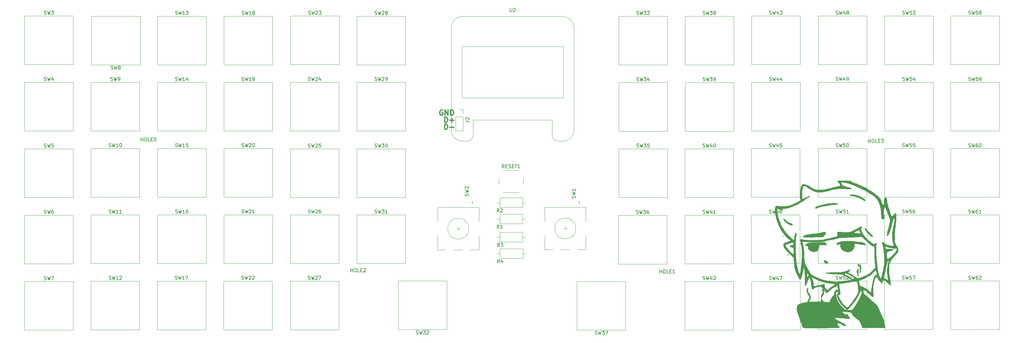
<source format=gbr>
%TF.GenerationSoftware,KiCad,Pcbnew,(5.1.12)-1*%
%TF.CreationDate,2022-06-19T17:50:05+02:00*%
%TF.ProjectId,Moledupy,4d6f6c65-6475-4707-992e-6b696361645f,rev?*%
%TF.SameCoordinates,Original*%
%TF.FileFunction,Legend,Top*%
%TF.FilePolarity,Positive*%
%FSLAX46Y46*%
G04 Gerber Fmt 4.6, Leading zero omitted, Abs format (unit mm)*
G04 Created by KiCad (PCBNEW (5.1.12)-1) date 2022-06-19 17:50:05*
%MOMM*%
%LPD*%
G01*
G04 APERTURE LIST*
%ADD10C,0.300000*%
%ADD11C,0.010000*%
%ADD12C,0.120000*%
%ADD13C,0.150000*%
G04 APERTURE END LIST*
D10*
X123138571Y-32809571D02*
X123138571Y-31309571D01*
X123495714Y-31309571D01*
X123710000Y-31381000D01*
X123852857Y-31523857D01*
X123924285Y-31666714D01*
X123995714Y-31952428D01*
X123995714Y-32166714D01*
X123924285Y-32452428D01*
X123852857Y-32595285D01*
X123710000Y-32738142D01*
X123495714Y-32809571D01*
X123138571Y-32809571D01*
X124638571Y-32238142D02*
X125781428Y-32238142D01*
X125210000Y-32809571D02*
X125210000Y-31666714D01*
X123138571Y-34841571D02*
X123138571Y-33341571D01*
X123495714Y-33341571D01*
X123710000Y-33413000D01*
X123852857Y-33555857D01*
X123924285Y-33698714D01*
X123995714Y-33984428D01*
X123995714Y-34198714D01*
X123924285Y-34484428D01*
X123852857Y-34627285D01*
X123710000Y-34770142D01*
X123495714Y-34841571D01*
X123138571Y-34841571D01*
X124638571Y-34270142D02*
X125781428Y-34270142D01*
X122555142Y-29349000D02*
X122412285Y-29277571D01*
X122198000Y-29277571D01*
X121983714Y-29349000D01*
X121840857Y-29491857D01*
X121769428Y-29634714D01*
X121698000Y-29920428D01*
X121698000Y-30134714D01*
X121769428Y-30420428D01*
X121840857Y-30563285D01*
X121983714Y-30706142D01*
X122198000Y-30777571D01*
X122340857Y-30777571D01*
X122555142Y-30706142D01*
X122626571Y-30634714D01*
X122626571Y-30134714D01*
X122340857Y-30134714D01*
X123269428Y-30777571D02*
X123269428Y-29277571D01*
X124126571Y-30777571D01*
X124126571Y-29277571D01*
X124840857Y-30777571D02*
X124840857Y-29277571D01*
X125198000Y-29277571D01*
X125412285Y-29349000D01*
X125555142Y-29491857D01*
X125626571Y-29634714D01*
X125698000Y-29920428D01*
X125698000Y-30134714D01*
X125626571Y-30420428D01*
X125555142Y-30563285D01*
X125412285Y-30706142D01*
X125198000Y-30777571D01*
X124840857Y-30777571D01*
D11*
%TO.C,G\u002A\u002A\u002A*%
G36*
X239388808Y-49541600D02*
G01*
X239441638Y-49554026D01*
X239643271Y-49639502D01*
X239759656Y-49744371D01*
X239880696Y-49852196D01*
X240111739Y-49986262D01*
X240401070Y-50122593D01*
X240696977Y-50237216D01*
X240947744Y-50306155D01*
X240983617Y-50311799D01*
X241408555Y-50428571D01*
X241676767Y-50622510D01*
X241834094Y-50729991D01*
X242079705Y-50835137D01*
X242184767Y-50868006D01*
X242451877Y-50956830D01*
X242800081Y-51092198D01*
X243158323Y-51246337D01*
X243191524Y-51261512D01*
X243499019Y-51396348D01*
X243756606Y-51497347D01*
X243918727Y-51546974D01*
X243939274Y-51549300D01*
X244070291Y-51599668D01*
X244273676Y-51728736D01*
X244414184Y-51835503D01*
X244616856Y-51985471D01*
X244926631Y-52197232D01*
X245305403Y-52445470D01*
X245715067Y-52704867D01*
X245825433Y-52773165D01*
X246455936Y-53189135D01*
X247030178Y-53622027D01*
X247521949Y-54049448D01*
X247905041Y-54449006D01*
X248110793Y-54725703D01*
X248217440Y-54931122D01*
X248350528Y-55235374D01*
X248483177Y-55576572D01*
X248496946Y-55614703D01*
X248639882Y-55997401D01*
X248752093Y-56245588D01*
X248851747Y-56386878D01*
X248957012Y-56448881D01*
X249053133Y-56459966D01*
X249137878Y-56440660D01*
X249185987Y-56358657D01*
X249207408Y-56177829D01*
X249212100Y-55882667D01*
X249232898Y-55500681D01*
X249286697Y-55109898D01*
X249342380Y-54866667D01*
X249432485Y-54605189D01*
X249520697Y-54472086D01*
X249635348Y-54429120D01*
X249667456Y-54427966D01*
X249817270Y-54467196D01*
X249929573Y-54598679D01*
X250012237Y-54843107D01*
X250073133Y-55221170D01*
X250107719Y-55585186D01*
X250155012Y-55987950D01*
X250227458Y-56383876D01*
X250311174Y-56700163D01*
X250330618Y-56754129D01*
X250416842Y-56996315D01*
X250534565Y-57355317D01*
X250669088Y-57785038D01*
X250805712Y-58239385D01*
X250822369Y-58296173D01*
X250977005Y-58818296D01*
X251097531Y-59199368D01*
X251195234Y-59461475D01*
X251281400Y-59626699D01*
X251367316Y-59717126D01*
X251464269Y-59754840D01*
X251571486Y-59761966D01*
X251729532Y-59732785D01*
X251873068Y-59623402D01*
X252041448Y-59401059D01*
X252085464Y-59334150D01*
X252297395Y-59054570D01*
X252465015Y-58938405D01*
X252588383Y-58985648D01*
X252667558Y-59196298D01*
X252683433Y-59297119D01*
X252701406Y-59596239D01*
X252701370Y-60023003D01*
X252685777Y-60536963D01*
X252657079Y-61097670D01*
X252617727Y-61664675D01*
X252570172Y-62197531D01*
X252516866Y-62655789D01*
X252460262Y-62999000D01*
X252458589Y-63006859D01*
X252407113Y-63333465D01*
X252361045Y-63787204D01*
X252321872Y-64329152D01*
X252291081Y-64920383D01*
X252270162Y-65521973D01*
X252260603Y-66094997D01*
X252263890Y-66600530D01*
X252281513Y-66999648D01*
X252299417Y-67170692D01*
X252402173Y-67515136D01*
X252616855Y-67949517D01*
X252930645Y-68449260D01*
X253067494Y-68643320D01*
X253221319Y-68932944D01*
X253275042Y-69274015D01*
X253276100Y-69344540D01*
X253252922Y-69678908D01*
X253170813Y-69979543D01*
X253010914Y-70285131D01*
X252754365Y-70634357D01*
X252503095Y-70930134D01*
X251971031Y-71549192D01*
X251551730Y-72070842D01*
X251232776Y-72511711D01*
X251001755Y-72888429D01*
X250916896Y-73054633D01*
X250834554Y-73239427D01*
X250774652Y-73414195D01*
X250732796Y-73611774D01*
X250704595Y-73864998D01*
X250685655Y-74206702D01*
X250671584Y-74669721D01*
X250665508Y-74933809D01*
X250656579Y-75512632D01*
X250660422Y-75966273D01*
X250679865Y-76338589D01*
X250717736Y-76673439D01*
X250776864Y-77014680D01*
X250810200Y-77177475D01*
X250901375Y-77638991D01*
X250990088Y-78139745D01*
X251061007Y-78591707D01*
X251077447Y-78711721D01*
X251125873Y-79055183D01*
X251173540Y-79345059D01*
X251212003Y-79531237D01*
X251220126Y-79558388D01*
X251226748Y-79629389D01*
X251143869Y-79582030D01*
X251061701Y-79510466D01*
X250889548Y-79379166D01*
X250757412Y-79320210D01*
X250752065Y-79319966D01*
X250652149Y-79264731D01*
X250462007Y-79115676D01*
X250212084Y-78897777D01*
X250018008Y-78717790D01*
X249720009Y-78441589D01*
X249510245Y-78268836D01*
X249359703Y-78180805D01*
X249239367Y-78158774D01*
X249168657Y-78169679D01*
X248990804Y-78273878D01*
X248832920Y-78503585D01*
X248681509Y-78879290D01*
X248661906Y-78938966D01*
X248618788Y-79030124D01*
X248554009Y-79022928D01*
X248433345Y-78903251D01*
X248354284Y-78811966D01*
X248130773Y-78557417D01*
X247880895Y-78282735D01*
X247809992Y-78206862D01*
X247640779Y-78006092D01*
X247535518Y-77840098D01*
X247518346Y-77783528D01*
X247467219Y-77648238D01*
X247341293Y-77458631D01*
X247306211Y-77414966D01*
X247094496Y-77160966D01*
X246842500Y-77452262D01*
X246600066Y-77833873D01*
X246396330Y-78367985D01*
X246235673Y-79041281D01*
X246158458Y-79531633D01*
X246113621Y-79875547D01*
X246082659Y-80140104D01*
X246064815Y-80365403D01*
X246059332Y-80591540D01*
X246065453Y-80858612D01*
X246082421Y-81206718D01*
X246109478Y-81675954D01*
X246115897Y-81785521D01*
X246141058Y-82307393D01*
X246145729Y-82674191D01*
X246129631Y-82898962D01*
X246092487Y-82994752D01*
X246090189Y-82996319D01*
X245998983Y-82960604D01*
X245809618Y-82821238D01*
X245542725Y-82595249D01*
X245218933Y-82299665D01*
X245043397Y-82132305D01*
X244611543Y-81719901D01*
X244280332Y-81417472D01*
X244032950Y-81213016D01*
X243852586Y-81094533D01*
X243722426Y-81050022D01*
X243625658Y-81067482D01*
X243587588Y-81093135D01*
X243453777Y-81123382D01*
X243334753Y-81000424D01*
X243262032Y-80801633D01*
X243230824Y-80704908D01*
X243215074Y-80765292D01*
X243210367Y-80843966D01*
X243224951Y-81033220D01*
X243272882Y-81321943D01*
X243340135Y-81631835D01*
X243422007Y-81941393D01*
X243502024Y-82133737D01*
X243611636Y-82257678D01*
X243782291Y-82362028D01*
X243824672Y-82383903D01*
X243991787Y-82497053D01*
X244253673Y-82708367D01*
X244585444Y-82996195D01*
X244962213Y-83338886D01*
X245359094Y-83714787D01*
X245400645Y-83755034D01*
X245792458Y-84129557D01*
X246160502Y-84470569D01*
X246481454Y-84757295D01*
X246731989Y-84968955D01*
X246888785Y-85084771D01*
X246901171Y-85091759D01*
X247110721Y-85261487D01*
X247324808Y-85558700D01*
X247550805Y-85995991D01*
X247796085Y-86585951D01*
X247832956Y-86682967D01*
X247946059Y-86972272D01*
X248043251Y-87201113D01*
X248103682Y-87320428D01*
X248104077Y-87320966D01*
X248166828Y-87444661D01*
X248258728Y-87668691D01*
X248318285Y-87828966D01*
X248429817Y-88102487D01*
X248594040Y-88459512D01*
X248780988Y-88835757D01*
X248840864Y-88949995D01*
X249005348Y-89279656D01*
X249132475Y-89573526D01*
X249203465Y-89786340D01*
X249212100Y-89844795D01*
X249234997Y-90041833D01*
X249293092Y-90317714D01*
X249330378Y-90459432D01*
X249408501Y-90798341D01*
X249472995Y-91186327D01*
X249493696Y-91364788D01*
X249538736Y-91852610D01*
X246266548Y-91830455D01*
X242994361Y-91808300D01*
X242837201Y-91384966D01*
X242626219Y-90825566D01*
X242455036Y-90400940D01*
X242308769Y-90085602D01*
X242172535Y-89854064D01*
X242031450Y-89680840D01*
X241870631Y-89540443D01*
X241686568Y-89414609D01*
X241206306Y-89092406D01*
X240838623Y-88800960D01*
X240541673Y-88501561D01*
X240273606Y-88155500D01*
X240185401Y-88026043D01*
X239990299Y-87753306D01*
X239811903Y-87539952D01*
X239682544Y-87423787D01*
X239662500Y-87414603D01*
X239425639Y-87364028D01*
X239073273Y-87311168D01*
X238659027Y-87261978D01*
X238236530Y-87222409D01*
X237859408Y-87198413D01*
X237674698Y-87193966D01*
X237156216Y-87193966D01*
X237447991Y-87497249D01*
X237725602Y-87760946D01*
X237963690Y-87913223D01*
X238218897Y-87982038D01*
X238457874Y-87995712D01*
X238701890Y-88011141D01*
X238823736Y-88065923D01*
X238867447Y-88167633D01*
X238936565Y-88333823D01*
X239076322Y-88557680D01*
X239151593Y-88658735D01*
X239304780Y-88893732D01*
X239360710Y-89074200D01*
X239354369Y-89114029D01*
X239337850Y-89154108D01*
X239310730Y-89184570D01*
X239255287Y-89204645D01*
X239153797Y-89213561D01*
X238988538Y-89210549D01*
X238741787Y-89194838D01*
X238395820Y-89165659D01*
X237932914Y-89122240D01*
X237335347Y-89063811D01*
X236658821Y-88996872D01*
X236115733Y-88945640D01*
X235717700Y-88915021D01*
X235441767Y-88904516D01*
X235264977Y-88913622D01*
X235164374Y-88941840D01*
X235134821Y-88963620D01*
X235120575Y-89085665D01*
X235248088Y-89257917D01*
X235501735Y-89468110D01*
X235865887Y-89703977D01*
X236324918Y-89953252D01*
X236512100Y-90044725D01*
X236894320Y-90226671D01*
X237262128Y-90402167D01*
X237561663Y-90545496D01*
X237681654Y-90603159D01*
X237911664Y-90749385D01*
X238100969Y-90931003D01*
X238221433Y-91110923D01*
X238244924Y-91252053D01*
X238208850Y-91298188D01*
X238069538Y-91298717D01*
X237822007Y-91216684D01*
X237497793Y-91065139D01*
X237128435Y-90857130D01*
X237098155Y-90838610D01*
X236793418Y-90672759D01*
X236475723Y-90532212D01*
X236344398Y-90486452D01*
X236070255Y-90434785D01*
X235912008Y-90494801D01*
X235845333Y-90683250D01*
X235838756Y-90834633D01*
X235895105Y-91089545D01*
X236076982Y-91314426D01*
X236279267Y-91464565D01*
X236439111Y-91587324D01*
X236511701Y-91680037D01*
X236512100Y-91684298D01*
X236435115Y-91726306D01*
X236234309Y-91768419D01*
X235982933Y-91798530D01*
X235773179Y-91809734D01*
X235415355Y-91820841D01*
X234930725Y-91831675D01*
X234340553Y-91842058D01*
X233666102Y-91851812D01*
X232928637Y-91860760D01*
X232149420Y-91868723D01*
X231349717Y-91875524D01*
X230550790Y-91880985D01*
X229773902Y-91884930D01*
X229040319Y-91887179D01*
X228371304Y-91887555D01*
X227788119Y-91885882D01*
X227312030Y-91881980D01*
X226964299Y-91875672D01*
X226917449Y-91874283D01*
X226001132Y-91844779D01*
X225722920Y-91233873D01*
X225568624Y-90861388D01*
X225402156Y-90406244D01*
X225252832Y-89949954D01*
X225213922Y-89818633D01*
X225085986Y-89401758D01*
X224918857Y-88897786D01*
X224736311Y-88376810D01*
X224596451Y-87998300D01*
X224426183Y-87536116D01*
X224312737Y-87181913D01*
X224244875Y-86888617D01*
X224211359Y-86609154D01*
X224201433Y-86343721D01*
X224218827Y-85895840D01*
X224301322Y-85570575D01*
X224473907Y-85326030D01*
X224761572Y-85120307D01*
X225005687Y-84995293D01*
X225264257Y-84883258D01*
X225536199Y-84791019D01*
X225859335Y-84709118D01*
X226271488Y-84628098D01*
X226810479Y-84538503D01*
X226869929Y-84529159D01*
X227018944Y-84496142D01*
X227133961Y-84431158D01*
X227241796Y-84303114D01*
X227369261Y-84080914D01*
X227526095Y-83768281D01*
X227678734Y-83449507D01*
X227797658Y-83186179D01*
X227866067Y-83016266D01*
X227876100Y-82977300D01*
X227827126Y-82870606D01*
X227702383Y-82685981D01*
X227613680Y-82570108D01*
X227290399Y-82103241D01*
X227092275Y-81676848D01*
X227029905Y-81334172D01*
X227054981Y-81026126D01*
X227119608Y-80738050D01*
X227209442Y-80505529D01*
X227310141Y-80364146D01*
X227407359Y-80349486D01*
X227421946Y-80361590D01*
X227429181Y-80460542D01*
X227405357Y-80675409D01*
X227363533Y-80917509D01*
X227262540Y-81430848D01*
X227651309Y-81863253D01*
X227966902Y-82324122D01*
X228121361Y-82814616D01*
X228113099Y-83316679D01*
X227940533Y-83812256D01*
X227837650Y-83985951D01*
X227712957Y-84192359D01*
X227648779Y-84335190D01*
X227648128Y-84369549D01*
X227740582Y-84378417D01*
X227976563Y-84380954D01*
X228330392Y-84377459D01*
X228776391Y-84368230D01*
X229288883Y-84353565D01*
X229432470Y-84348810D01*
X231178100Y-84289358D01*
X231178100Y-83430572D01*
X231180747Y-83036281D01*
X231195857Y-82763048D01*
X231234181Y-82562610D01*
X231306471Y-82386700D01*
X231423478Y-82187054D01*
X231472266Y-82110043D01*
X231624625Y-81859774D01*
X231731709Y-81662681D01*
X231768599Y-81568184D01*
X231725124Y-81455854D01*
X231612607Y-81263702D01*
X231544872Y-81162102D01*
X231412538Y-80955786D01*
X231374294Y-80831295D01*
X231419036Y-80737763D01*
X231445983Y-80709130D01*
X231553481Y-80631797D01*
X231665052Y-80662973D01*
X231767456Y-80739594D01*
X231908615Y-80916480D01*
X231986351Y-81189821D01*
X232003169Y-81326311D01*
X231989814Y-81838544D01*
X231834822Y-82298509D01*
X231552616Y-82714393D01*
X231359082Y-82972042D01*
X231281424Y-83179685D01*
X231311276Y-83402369D01*
X231428342Y-83680300D01*
X231578894Y-83977081D01*
X231719514Y-84177545D01*
X231888718Y-84303686D01*
X232125025Y-84377499D01*
X232466953Y-84420979D01*
X232764775Y-84443441D01*
X233157183Y-84467903D01*
X233412942Y-84474480D01*
X233564116Y-84459755D01*
X233642771Y-84420311D01*
X233680972Y-84352730D01*
X233683394Y-84345540D01*
X233941786Y-83672207D01*
X234223250Y-83159728D01*
X234531853Y-82800696D01*
X234732421Y-82610562D01*
X234848651Y-82442693D01*
X234896037Y-82286244D01*
X235415627Y-82286244D01*
X235482339Y-82756325D01*
X235611222Y-83269951D01*
X235792987Y-83781098D01*
X235942798Y-84122705D01*
X236098665Y-84419531D01*
X236286689Y-84711197D01*
X236532973Y-85037325D01*
X236863618Y-85437536D01*
X236954998Y-85544997D01*
X237296116Y-85931375D01*
X237605705Y-86256843D01*
X237861030Y-86498809D01*
X238039355Y-86634680D01*
X238064349Y-86647384D01*
X238309907Y-86710070D01*
X238693218Y-86751114D01*
X239183702Y-86767271D01*
X239194598Y-86767319D01*
X240056763Y-86770633D01*
X240346658Y-86410800D01*
X240647950Y-86006932D01*
X240979214Y-85512170D01*
X241324820Y-84955042D01*
X241669134Y-84364081D01*
X241996526Y-83767816D01*
X242291362Y-83194779D01*
X242538011Y-82673501D01*
X242720842Y-82232512D01*
X242824222Y-81900343D01*
X242828107Y-81881764D01*
X242838059Y-81663260D01*
X242802502Y-81418356D01*
X242736096Y-81199084D01*
X242653498Y-81057474D01*
X242589193Y-81033713D01*
X242523378Y-81120389D01*
X242415863Y-81330780D01*
X242283592Y-81629749D01*
X242188981Y-81863597D01*
X241688972Y-82933882D01*
X241026311Y-84004900D01*
X240207371Y-85067180D01*
X239528200Y-85817498D01*
X239223795Y-86128531D01*
X238958281Y-86390256D01*
X238754651Y-86580725D01*
X238635900Y-86677991D01*
X238618249Y-86685966D01*
X238531650Y-86631920D01*
X238346204Y-86483887D01*
X238087222Y-86263028D01*
X237780015Y-85990501D01*
X237704374Y-85921987D01*
X237019332Y-85228754D01*
X236489541Y-84531163D01*
X236101606Y-83809650D01*
X235916988Y-83311548D01*
X235783428Y-82781604D01*
X235753874Y-82391521D01*
X236088767Y-82391521D01*
X236137090Y-82656501D01*
X236272089Y-83025447D01*
X236478806Y-83466886D01*
X236742283Y-83949343D01*
X237047563Y-84441343D01*
X237100815Y-84521110D01*
X237312438Y-84802960D01*
X237575818Y-85107742D01*
X237862093Y-85407319D01*
X238142401Y-85673554D01*
X238387880Y-85878311D01*
X238569669Y-85993453D01*
X238626666Y-86008633D01*
X238732949Y-85958464D01*
X238906979Y-85833485D01*
X238963214Y-85787524D01*
X239216075Y-85540551D01*
X239529166Y-85182267D01*
X239881954Y-84741615D01*
X240253908Y-84247540D01*
X240624497Y-83728985D01*
X240973188Y-83214893D01*
X241279450Y-82734208D01*
X241522752Y-82315874D01*
X241682561Y-81988834D01*
X241710575Y-81914560D01*
X241788532Y-81631493D01*
X241830278Y-81325908D01*
X241835963Y-80963945D01*
X241805737Y-80511744D01*
X241739753Y-79935446D01*
X241720049Y-79785633D01*
X241669265Y-79395335D01*
X241628134Y-79058661D01*
X241601461Y-78816253D01*
X241593753Y-78717040D01*
X241514874Y-78610085D01*
X241303131Y-78540971D01*
X240991349Y-78512605D01*
X240612352Y-78527890D01*
X240198965Y-78589732D01*
X240185829Y-78592451D01*
X239907612Y-78644939D01*
X239502585Y-78713971D01*
X239011681Y-78792929D01*
X238475832Y-78875194D01*
X238050296Y-78937788D01*
X237454028Y-79024660D01*
X237005178Y-79093233D01*
X236683345Y-79147804D01*
X236468129Y-79192675D01*
X236339128Y-79232146D01*
X236275942Y-79270515D01*
X236258171Y-79312083D01*
X236258100Y-79315538D01*
X236274348Y-79420472D01*
X236318004Y-79651503D01*
X236381441Y-79969057D01*
X236423671Y-80174312D01*
X236556746Y-80880419D01*
X236636537Y-81458183D01*
X236662252Y-81898411D01*
X236633100Y-82191910D01*
X236604080Y-82269635D01*
X236476118Y-82426096D01*
X236359543Y-82425481D01*
X236282632Y-82283300D01*
X236213113Y-82134020D01*
X236142131Y-82137648D01*
X236095228Y-82279926D01*
X236088767Y-82391521D01*
X235753874Y-82391521D01*
X235752028Y-82367161D01*
X235823627Y-82048046D01*
X235978896Y-81823595D01*
X236119025Y-81665476D01*
X236140832Y-81571795D01*
X236084729Y-81517012D01*
X235844063Y-81439913D01*
X235619102Y-81489149D01*
X235488818Y-81619573D01*
X235416111Y-81895422D01*
X235415627Y-82286244D01*
X234896037Y-82286244D01*
X234912553Y-82231716D01*
X234952941Y-81940721D01*
X235056734Y-81472172D01*
X235246312Y-81148906D01*
X235522816Y-80969547D01*
X235791626Y-80928633D01*
X235994260Y-80914370D01*
X236066176Y-80857791D01*
X236058263Y-80780466D01*
X236023757Y-80613444D01*
X235982165Y-80351500D01*
X235959946Y-80187800D01*
X235904710Y-79898600D01*
X235828339Y-79760837D01*
X235777568Y-79743300D01*
X235603417Y-79793701D01*
X235328091Y-79931555D01*
X234981270Y-80136837D01*
X234592631Y-80389522D01*
X234191854Y-80669585D01*
X233808615Y-80957002D01*
X233472594Y-81231748D01*
X233214658Y-81472564D01*
X233015214Y-81649892D01*
X232837681Y-81758854D01*
X232773312Y-81775300D01*
X232646663Y-81705587D01*
X232464775Y-81514593D01*
X232264992Y-81246133D01*
X232012892Y-80905942D01*
X231717948Y-80553234D01*
X231484532Y-80305389D01*
X231255184Y-80088961D01*
X231093331Y-79970564D01*
X230948404Y-79926845D01*
X230769831Y-79934451D01*
X230700732Y-79943442D01*
X230278679Y-80029855D01*
X229824731Y-80168614D01*
X229399283Y-80337704D01*
X229062730Y-80515114D01*
X228985638Y-80568550D01*
X228801072Y-80699766D01*
X228696099Y-80732857D01*
X228619179Y-80676833D01*
X228589337Y-80637824D01*
X228525612Y-80478975D01*
X228466966Y-80211726D01*
X228429510Y-79925638D01*
X228352950Y-79186960D01*
X228268236Y-78563811D01*
X228178105Y-78073189D01*
X228085293Y-77732093D01*
X228069888Y-77691305D01*
X227966164Y-77432072D01*
X228509178Y-77432072D01*
X228736993Y-78058860D01*
X228878593Y-78618394D01*
X228950720Y-79177860D01*
X228953288Y-79214133D01*
X228986900Y-79584318D01*
X229029981Y-79807036D01*
X229087654Y-79904094D01*
X229117303Y-79912633D01*
X229236681Y-79894584D01*
X229489821Y-79844776D01*
X229845533Y-79769720D01*
X230272626Y-79675923D01*
X230537240Y-79616300D01*
X230997020Y-79514229D01*
X231409082Y-79427354D01*
X231740427Y-79362284D01*
X231958054Y-79325624D01*
X232017305Y-79319966D01*
X232156791Y-79381665D01*
X232194434Y-79527309D01*
X232118885Y-79697719D01*
X232094796Y-79724070D01*
X232037938Y-79847432D01*
X232091936Y-80035038D01*
X232092912Y-80037183D01*
X232190025Y-80194343D01*
X232351879Y-80406010D01*
X232543787Y-80632621D01*
X232731060Y-80834611D01*
X232879012Y-80972419D01*
X232945716Y-81009868D01*
X233033236Y-80958884D01*
X233213636Y-80828047D01*
X233448942Y-80644976D01*
X233464100Y-80632835D01*
X233768789Y-80397889D01*
X234086292Y-80167829D01*
X234301914Y-80022433D01*
X234616335Y-79804474D01*
X234876829Y-79590540D01*
X235056494Y-79405989D01*
X235128430Y-79276178D01*
X235123150Y-79248325D01*
X235023120Y-79209298D01*
X234796725Y-79169847D01*
X234486776Y-79136833D01*
X234376741Y-79128735D01*
X233513171Y-79027069D01*
X232561606Y-78836761D01*
X231569097Y-78571333D01*
X230582692Y-78244305D01*
X229649442Y-77869198D01*
X229114317Y-77616479D01*
X228792188Y-77459508D01*
X228597224Y-77380696D01*
X228509663Y-77374019D01*
X228509178Y-77432072D01*
X227966164Y-77432072D01*
X227938820Y-77363734D01*
X227744934Y-77545880D01*
X227572201Y-77761556D01*
X227448513Y-77994829D01*
X227198346Y-78630265D01*
X226994582Y-79112433D01*
X226833144Y-79449701D01*
X226709955Y-79650435D01*
X226620938Y-79723002D01*
X226606522Y-79722804D01*
X226563828Y-79694738D01*
X226532749Y-79615895D01*
X226512168Y-79465629D01*
X226500974Y-79223294D01*
X226498053Y-78868245D01*
X226502291Y-78379835D01*
X226509364Y-77921424D01*
X226513771Y-77165508D01*
X226505330Y-76696924D01*
X227118663Y-76696924D01*
X227134621Y-76970044D01*
X227166816Y-77179642D01*
X227168591Y-77186442D01*
X227208609Y-77309293D01*
X227255817Y-77308368D01*
X227346791Y-77173940D01*
X227372159Y-77132312D01*
X227502918Y-76953226D01*
X227617274Y-76852612D01*
X227624699Y-76849655D01*
X227647806Y-76761813D01*
X227555927Y-76555030D01*
X227474217Y-76419154D01*
X227328624Y-76212196D01*
X227214557Y-76090764D01*
X227168342Y-76076613D01*
X227135510Y-76192192D01*
X227118955Y-76418301D01*
X227118663Y-76696924D01*
X226505330Y-76696924D01*
X226501317Y-76474156D01*
X226473504Y-75863090D01*
X226431833Y-75348038D01*
X226377808Y-74944724D01*
X226312929Y-74668872D01*
X226238699Y-74536209D01*
X226185832Y-74534405D01*
X226142234Y-74633536D01*
X226095390Y-74849272D01*
X226064505Y-75063086D01*
X226007634Y-75430467D01*
X225920036Y-75855910D01*
X225810517Y-76309423D01*
X225687887Y-76761012D01*
X225560953Y-77180684D01*
X225438522Y-77538446D01*
X225329402Y-77804305D01*
X225242402Y-77948268D01*
X225212244Y-77965300D01*
X225078919Y-77907732D01*
X224970607Y-77813101D01*
X224876765Y-77671426D01*
X224732026Y-77408201D01*
X224552613Y-77057340D01*
X224354752Y-76652756D01*
X224154667Y-76228360D01*
X223968583Y-75818066D01*
X223812724Y-75455787D01*
X223703316Y-75175434D01*
X223689480Y-75135310D01*
X223638795Y-74917436D01*
X223581158Y-74558576D01*
X223519730Y-74086773D01*
X223457669Y-73530072D01*
X223398135Y-72916519D01*
X223344288Y-72274156D01*
X223305237Y-71724714D01*
X223247703Y-71662590D01*
X223087333Y-71498598D01*
X222841438Y-71250197D01*
X222527325Y-70934845D01*
X222162305Y-70570001D01*
X222004177Y-70412380D01*
X221567916Y-69975338D01*
X221235886Y-69634427D01*
X220990502Y-69368162D01*
X220814176Y-69155055D01*
X220689324Y-68973620D01*
X220598358Y-68802369D01*
X220523693Y-68619817D01*
X220512872Y-68590297D01*
X220392070Y-68211757D01*
X220371645Y-68022254D01*
X220848767Y-68022254D01*
X220905905Y-68198498D01*
X221062604Y-68465816D01*
X221296792Y-68797474D01*
X221586395Y-69166736D01*
X221909342Y-69546867D01*
X222243560Y-69911134D01*
X222566975Y-70232799D01*
X222857516Y-70485130D01*
X222923100Y-70534736D01*
X223261767Y-70781357D01*
X223285943Y-69871685D01*
X223291385Y-69427667D01*
X223278560Y-69130198D01*
X223245565Y-68957286D01*
X223201276Y-68892465D01*
X223061898Y-68825529D01*
X222821421Y-68728073D01*
X222539455Y-68622934D01*
X222275609Y-68532950D01*
X222209568Y-68512524D01*
X222142328Y-68448620D01*
X222220846Y-68352566D01*
X222427582Y-68237012D01*
X222744994Y-68114607D01*
X222775036Y-68104770D01*
X223059148Y-67993561D01*
X223213844Y-67875826D01*
X223271001Y-67756317D01*
X223288416Y-67490834D01*
X223180134Y-67337773D01*
X222993077Y-67297300D01*
X222809488Y-67322848D01*
X222529176Y-67391305D01*
X222188472Y-67490387D01*
X221823709Y-67607810D01*
X221471219Y-67731292D01*
X221167335Y-67848548D01*
X220948390Y-67947295D01*
X220850715Y-68015251D01*
X220848767Y-68022254D01*
X220371645Y-68022254D01*
X220362570Y-67938065D01*
X220441056Y-67732165D01*
X220644216Y-67556998D01*
X220988735Y-67375505D01*
X221078510Y-67334075D01*
X221407815Y-67189551D01*
X221702994Y-67069751D01*
X221911261Y-66995847D01*
X221943916Y-66986939D01*
X222174946Y-66915454D01*
X222315709Y-66855827D01*
X222389718Y-66798734D01*
X222364022Y-66729000D01*
X222219294Y-66618084D01*
X222104042Y-66543217D01*
X221662347Y-66203946D01*
X221181948Y-65732527D01*
X220683978Y-65155223D01*
X220189570Y-64498294D01*
X219719857Y-63788003D01*
X219300882Y-63059850D01*
X219055725Y-62564185D01*
X218838432Y-62043512D01*
X218639445Y-61468016D01*
X218449208Y-60807884D01*
X218258162Y-60033302D01*
X218096600Y-59303116D01*
X218001396Y-58844151D01*
X217941133Y-58507135D01*
X217912544Y-58249050D01*
X217912392Y-58060220D01*
X218472834Y-58060220D01*
X218514433Y-58434915D01*
X218594102Y-58887843D01*
X218706858Y-59398789D01*
X218847720Y-59947540D01*
X219011706Y-60513881D01*
X219193836Y-61077596D01*
X219389127Y-61618472D01*
X219592598Y-62116293D01*
X219799267Y-62550845D01*
X219881819Y-62702606D01*
X220231586Y-63303375D01*
X220536745Y-63790268D01*
X220825951Y-64202072D01*
X221127855Y-64577574D01*
X221471112Y-64955563D01*
X221776935Y-65268024D01*
X222124164Y-65609760D01*
X222460734Y-65931559D01*
X222754044Y-66202882D01*
X222971497Y-66393193D01*
X223018163Y-66430775D01*
X223367225Y-66701801D01*
X223451410Y-66042366D01*
X223528132Y-65603736D01*
X223635387Y-65207601D01*
X223760930Y-64885343D01*
X223892513Y-64668340D01*
X224017890Y-64587974D01*
X224019006Y-64587966D01*
X224121150Y-64660904D01*
X224145838Y-64870337D01*
X224093097Y-65202194D01*
X224017281Y-65476966D01*
X223950210Y-65797499D01*
X223898201Y-66262723D01*
X223860955Y-66848697D01*
X223838170Y-67531477D01*
X223829548Y-68287120D01*
X223834789Y-69091683D01*
X223853594Y-69921223D01*
X223885661Y-70751798D01*
X223930693Y-71559463D01*
X223988388Y-72320277D01*
X224058448Y-73010296D01*
X224117155Y-73455067D01*
X224213339Y-74010568D01*
X224333570Y-74563357D01*
X224469847Y-75088493D01*
X224614170Y-75561037D01*
X224758538Y-75956050D01*
X224894952Y-76248593D01*
X225015410Y-76413727D01*
X225075129Y-76441300D01*
X225127794Y-76360398D01*
X225188052Y-76132170D01*
X225253570Y-75778331D01*
X225322013Y-75320597D01*
X225391046Y-74780683D01*
X225458336Y-74180306D01*
X225521547Y-73541180D01*
X225578346Y-72885022D01*
X225626398Y-72233548D01*
X225663369Y-71608471D01*
X225686924Y-71031510D01*
X225694025Y-70683966D01*
X225694146Y-70084426D01*
X225677992Y-69600364D01*
X225641429Y-69178361D01*
X225580325Y-68764998D01*
X225521751Y-68457168D01*
X225444555Y-68048180D01*
X225383058Y-67667663D01*
X225344877Y-67366085D01*
X225336100Y-67227174D01*
X225329782Y-67181425D01*
X225805131Y-67181425D01*
X225806893Y-67189878D01*
X225947666Y-67846584D01*
X226055861Y-68377052D01*
X226136463Y-68820157D01*
X226194456Y-69214777D01*
X226234825Y-69599788D01*
X226262555Y-70014065D01*
X226282629Y-70496486D01*
X226298314Y-71022633D01*
X226322531Y-71734661D01*
X226355623Y-72306243D01*
X226403128Y-72766230D01*
X226470584Y-73143476D01*
X226563529Y-73466835D01*
X226687500Y-73765159D01*
X226848036Y-74067302D01*
X226899569Y-74155300D01*
X227069804Y-74452624D01*
X227278123Y-74832229D01*
X227486777Y-75224992D01*
X227542990Y-75333487D01*
X227802608Y-75804464D01*
X228055387Y-76170416D01*
X228337579Y-76465181D01*
X228685434Y-76722600D01*
X229135203Y-76976514D01*
X229490548Y-77151505D01*
X230724353Y-77689388D01*
X231890606Y-78092243D01*
X233014183Y-78366923D01*
X234119963Y-78520282D01*
X234564767Y-78549276D01*
X235279457Y-78575087D01*
X235874631Y-78580649D01*
X236399114Y-78564049D01*
X236901726Y-78523373D01*
X237431291Y-78456709D01*
X237612767Y-78429826D01*
X237695813Y-78417153D01*
X241964356Y-78417153D01*
X241993400Y-78737917D01*
X242083618Y-79191636D01*
X242130635Y-79384554D01*
X242183424Y-79572453D01*
X242250295Y-79698574D01*
X242367942Y-79792545D01*
X242573060Y-79883992D01*
X242891184Y-79998616D01*
X243588144Y-80308993D01*
X244279320Y-80734869D01*
X244898369Y-81233611D01*
X245063433Y-81394483D01*
X245444433Y-81785030D01*
X245507176Y-81462665D01*
X245543001Y-81264705D01*
X245598993Y-80938824D01*
X245668522Y-80524298D01*
X245744961Y-80060406D01*
X245775933Y-79870154D01*
X245901430Y-79177213D01*
X246043298Y-78532185D01*
X246194843Y-77957279D01*
X246349367Y-77474706D01*
X246500174Y-77106677D01*
X246640567Y-76875401D01*
X246694081Y-76824899D01*
X246895262Y-76724924D01*
X247039028Y-76695300D01*
X247125032Y-76666554D01*
X247159681Y-76565380D01*
X247141215Y-76369373D01*
X247067875Y-76056125D01*
X246958775Y-75673190D01*
X246827296Y-75230452D01*
X246093531Y-75991055D01*
X245758090Y-76329360D01*
X245472811Y-76587146D01*
X245188428Y-76800910D01*
X244855679Y-77007149D01*
X244425300Y-77242360D01*
X244353420Y-77280221D01*
X243871187Y-77518543D01*
X243387879Y-77731254D01*
X242957099Y-77895814D01*
X242706924Y-77972506D01*
X242393687Y-78063237D01*
X242145477Y-78154825D01*
X242007928Y-78229972D01*
X241997872Y-78241264D01*
X241964356Y-78417153D01*
X237695813Y-78417153D01*
X238052276Y-78362756D01*
X238511494Y-78292494D01*
X238908968Y-78231507D01*
X239003184Y-78217008D01*
X239404284Y-78148265D01*
X239647340Y-78084600D01*
X239742996Y-78016332D01*
X239701898Y-77933781D01*
X239534691Y-77827266D01*
X239469298Y-77793139D01*
X239183629Y-77635470D01*
X238915201Y-77468236D01*
X238840433Y-77416074D01*
X238646410Y-77288506D01*
X238356472Y-77114848D01*
X238024850Y-76927303D01*
X237933718Y-76877662D01*
X237281004Y-76525378D01*
X235632319Y-76439658D01*
X234994178Y-76402819D01*
X237866767Y-76402819D01*
X237938143Y-76529165D01*
X238111925Y-76662955D01*
X238327591Y-76765496D01*
X238486308Y-76798909D01*
X238667455Y-76853726D01*
X238895691Y-76981530D01*
X238967433Y-77032882D01*
X239402912Y-77364464D01*
X239724746Y-77604194D01*
X239953394Y-77763615D01*
X240109314Y-77854269D01*
X240212962Y-77887699D01*
X240284796Y-77875449D01*
X240345275Y-77829060D01*
X240357378Y-77817133D01*
X240495088Y-77755240D01*
X240518496Y-77753633D01*
X240622872Y-77694112D01*
X240631844Y-77550554D01*
X240550156Y-77375464D01*
X240476832Y-77292535D01*
X240329077Y-77186277D01*
X240065293Y-77026248D01*
X239721465Y-76833270D01*
X239333581Y-76628169D01*
X239292037Y-76606918D01*
X238880432Y-76400090D01*
X238588563Y-76263736D01*
X238387103Y-76187989D01*
X238246728Y-76162979D01*
X238138113Y-76178840D01*
X238083697Y-76200307D01*
X237925291Y-76305505D01*
X237866767Y-76402819D01*
X234994178Y-76402819D01*
X234863844Y-76395295D01*
X234180399Y-76347048D01*
X233598319Y-76296535D01*
X233133941Y-76245373D01*
X232803602Y-76195180D01*
X232623637Y-76147572D01*
X232610111Y-76140441D01*
X232546050Y-76078942D01*
X232581992Y-76029967D01*
X232729379Y-75992383D01*
X232999654Y-75965057D01*
X233404256Y-75946858D01*
X233954627Y-75936652D01*
X234662210Y-75933307D01*
X234702879Y-75933300D01*
X235366029Y-75932157D01*
X235890042Y-75927284D01*
X236305105Y-75916512D01*
X236641407Y-75897673D01*
X236929138Y-75868599D01*
X237198484Y-75827121D01*
X237479635Y-75771071D01*
X237724716Y-75716262D01*
X238124481Y-75616316D01*
X238479867Y-75512412D01*
X238747956Y-75417995D01*
X238873476Y-75356429D01*
X239061710Y-75222501D01*
X239186915Y-75131961D01*
X239316568Y-75080551D01*
X239376581Y-75147668D01*
X239371110Y-75299433D01*
X239304311Y-75501967D01*
X239180340Y-75721390D01*
X239102239Y-75822192D01*
X238899588Y-76057789D01*
X239293344Y-76232274D01*
X239575675Y-76363152D01*
X239847495Y-76504316D01*
X240146772Y-76677697D01*
X240511473Y-76905227D01*
X240947176Y-77187622D01*
X241279108Y-77399066D01*
X241513074Y-77527815D01*
X241688805Y-77589733D01*
X241846031Y-77600683D01*
X241951911Y-77588792D01*
X242426651Y-77476794D01*
X242989120Y-77282574D01*
X243592840Y-77027170D01*
X244191332Y-76731618D01*
X244738117Y-76416954D01*
X245123302Y-76153374D01*
X245427862Y-75899965D01*
X245778136Y-75574387D01*
X246112107Y-75235115D01*
X246205952Y-75132595D01*
X246763066Y-74510118D01*
X246675501Y-73972876D01*
X246651059Y-73749432D01*
X246625297Y-73383791D01*
X246599492Y-72903066D01*
X246574920Y-72334372D01*
X246552855Y-71704824D01*
X246534575Y-71041538D01*
X246531699Y-70916800D01*
X246514769Y-70193273D01*
X246499036Y-69621568D01*
X246483142Y-69184193D01*
X246465732Y-68863653D01*
X246445449Y-68642458D01*
X246420936Y-68503114D01*
X246390838Y-68428129D01*
X246353799Y-68400010D01*
X246336404Y-68397966D01*
X246060359Y-68337557D01*
X245707131Y-68153888D01*
X245271620Y-67843295D01*
X244748727Y-67402116D01*
X244133350Y-66826687D01*
X244089767Y-66784295D01*
X242904433Y-65628889D01*
X242217536Y-65697709D01*
X241952110Y-65718658D01*
X241546750Y-65743343D01*
X241030777Y-65770326D01*
X240433510Y-65798173D01*
X239784270Y-65825447D01*
X239112377Y-65850714D01*
X239042536Y-65853164D01*
X238308512Y-65879751D01*
X237719359Y-65904290D01*
X237250670Y-65929036D01*
X236878038Y-65956244D01*
X236577054Y-65988171D01*
X236323312Y-66027072D01*
X236092405Y-66075202D01*
X235859924Y-66134818D01*
X235792433Y-66153537D01*
X235331779Y-66271095D01*
X234804025Y-66388282D01*
X234310003Y-66482991D01*
X234226100Y-66496970D01*
X233814804Y-66570734D01*
X233307184Y-66672795D01*
X232770857Y-66789067D01*
X232321100Y-66893833D01*
X231979231Y-66975705D01*
X231692114Y-67038925D01*
X231430172Y-67085958D01*
X231163829Y-67119272D01*
X230863508Y-67141332D01*
X230499632Y-67154605D01*
X230042626Y-67161556D01*
X229462913Y-67164654D01*
X229061433Y-67165650D01*
X228437518Y-67164359D01*
X227837557Y-67158250D01*
X227292517Y-67148010D01*
X226833362Y-67134327D01*
X226491060Y-67117888D01*
X226338444Y-67105211D01*
X226039336Y-67074596D01*
X225873589Y-67073456D01*
X225806941Y-67107246D01*
X225805131Y-67181425D01*
X225329782Y-67181425D01*
X225299049Y-66958902D01*
X225208891Y-66730801D01*
X225199301Y-66716337D01*
X225112132Y-66551147D01*
X225137560Y-66451263D01*
X225287914Y-66413326D01*
X225575520Y-66433975D01*
X225980305Y-66503463D01*
X226270323Y-66552792D01*
X226590839Y-66590611D01*
X226968099Y-66618259D01*
X227428346Y-66637075D01*
X227997827Y-66648396D01*
X228702787Y-66653561D01*
X228934433Y-66654096D01*
X229615268Y-66654174D01*
X230157124Y-66650794D01*
X230590349Y-66641839D01*
X230945292Y-66625194D01*
X231252302Y-66598742D01*
X231541727Y-66560369D01*
X231843915Y-66507958D01*
X232189217Y-66439393D01*
X232278767Y-66420942D01*
X232906704Y-66288287D01*
X233560258Y-66145294D01*
X234198461Y-66001302D01*
X234780347Y-65865653D01*
X235264947Y-65747687D01*
X235517267Y-65682534D01*
X235834767Y-65597439D01*
X235834767Y-64972758D01*
X235845297Y-64667101D01*
X235864712Y-64505674D01*
X240633052Y-64505674D01*
X240640977Y-64517377D01*
X240758864Y-64561604D01*
X241003282Y-64608512D01*
X241331723Y-64650794D01*
X241519450Y-64668351D01*
X241883648Y-64698140D01*
X242195004Y-64723596D01*
X242406876Y-64740906D01*
X242459933Y-64745234D01*
X242585329Y-64727596D01*
X242608100Y-64697914D01*
X242565800Y-64585641D01*
X242459041Y-64391677D01*
X242318033Y-64163210D01*
X242172986Y-63947429D01*
X242054109Y-63791519D01*
X241995665Y-63741300D01*
X241894038Y-63777124D01*
X241679818Y-63873018D01*
X241391002Y-64011617D01*
X241240915Y-64086260D01*
X240883533Y-64278317D01*
X240682182Y-64417209D01*
X240633052Y-64505674D01*
X235864712Y-64505674D01*
X235873097Y-64435965D01*
X235912484Y-64323602D01*
X235918637Y-64319855D01*
X236026294Y-64314624D01*
X236274914Y-64317140D01*
X236636339Y-64326664D01*
X237082413Y-64342457D01*
X237574460Y-64363301D01*
X238203459Y-64388654D01*
X238697125Y-64396325D01*
X239089037Y-64380552D01*
X239412776Y-64335570D01*
X239701920Y-64255616D01*
X239990050Y-64134926D01*
X240310746Y-63967737D01*
X240500517Y-63861083D01*
X240819129Y-63688847D01*
X241126933Y-63537444D01*
X241349593Y-63442686D01*
X241698118Y-63281930D01*
X242132926Y-63015926D01*
X242506237Y-62755572D01*
X242699713Y-62664104D01*
X242812713Y-62708525D01*
X242831547Y-62869120D01*
X242751185Y-63108324D01*
X242662260Y-63319463D01*
X242624988Y-63506469D01*
X242646070Y-63707594D01*
X242732205Y-63961090D01*
X242890095Y-64305209D01*
X242999519Y-64526158D01*
X243189419Y-64884416D01*
X243381474Y-65191009D01*
X243607425Y-65487999D01*
X243899012Y-65817450D01*
X244248352Y-66181121D01*
X244828731Y-66753854D01*
X245319158Y-67196645D01*
X245728735Y-67516888D01*
X246066565Y-67721977D01*
X246228174Y-67789408D01*
X246421498Y-67837895D01*
X246547324Y-67796687D01*
X246683019Y-67639293D01*
X246688596Y-67631762D01*
X246829215Y-67467502D01*
X246937852Y-67384445D01*
X246950547Y-67381966D01*
X246978102Y-67462230D01*
X246990228Y-67686736D01*
X246986483Y-68031057D01*
X246969403Y-68419133D01*
X246950053Y-69059878D01*
X246954851Y-69815025D01*
X246981336Y-70651517D01*
X247027044Y-71536291D01*
X247089516Y-72436290D01*
X247166289Y-73318454D01*
X247254901Y-74149722D01*
X247352891Y-74897034D01*
X247457796Y-75527333D01*
X247521031Y-75827074D01*
X247641732Y-76257523D01*
X247806988Y-76740211D01*
X247983019Y-77177251D01*
X247999737Y-77214288D01*
X248314736Y-77903394D01*
X248437069Y-77464055D01*
X249227769Y-77464055D01*
X249249534Y-77582630D01*
X249302450Y-77652533D01*
X249385552Y-77697124D01*
X249402600Y-77703863D01*
X249821807Y-77872689D01*
X250103553Y-78004813D01*
X250272126Y-78113633D01*
X250351818Y-78212544D01*
X250358910Y-78231303D01*
X250416851Y-78372277D01*
X250446026Y-78356856D01*
X250441704Y-78196265D01*
X250426376Y-78071133D01*
X250394596Y-77860393D01*
X250342656Y-77530102D01*
X250278099Y-77127760D01*
X250217067Y-76753179D01*
X250144782Y-76281675D01*
X250104942Y-75912088D01*
X250095292Y-75580593D01*
X250113580Y-75223367D01*
X250149796Y-74848179D01*
X250222242Y-74298582D01*
X250319450Y-73739816D01*
X250431155Y-73221651D01*
X250547089Y-72793860D01*
X250611999Y-72607331D01*
X250636768Y-72508276D01*
X250568420Y-72507201D01*
X250454558Y-72555299D01*
X250384254Y-72584585D01*
X250325944Y-72611884D01*
X250275266Y-72652640D01*
X250227858Y-72722298D01*
X250179359Y-72836300D01*
X250125406Y-73010091D01*
X250061636Y-73259115D01*
X249983689Y-73598816D01*
X249887203Y-74044638D01*
X249767814Y-74612025D01*
X249621162Y-75316420D01*
X249471514Y-76035853D01*
X249359027Y-76582707D01*
X249281550Y-76987453D01*
X249238119Y-77273449D01*
X249227769Y-77464055D01*
X248437069Y-77464055D01*
X248594915Y-76897180D01*
X248735549Y-76369128D01*
X248885975Y-75767064D01*
X249023892Y-75181771D01*
X249091669Y-74874966D01*
X249289574Y-73615058D01*
X249369082Y-72282284D01*
X249331237Y-70923812D01*
X249177080Y-69586812D01*
X248961332Y-68535957D01*
X249558341Y-68535957D01*
X249579501Y-68733985D01*
X249586580Y-68773989D01*
X249642800Y-68971922D01*
X249741994Y-69108224D01*
X249910256Y-69191165D01*
X250173678Y-69229011D01*
X250558352Y-69230030D01*
X250963644Y-69210323D01*
X251408501Y-69190709D01*
X251723815Y-69191947D01*
X251894558Y-69213648D01*
X251921433Y-69235035D01*
X251846225Y-69372890D01*
X251652254Y-69515843D01*
X251387000Y-69636789D01*
X251097945Y-69708625D01*
X251089974Y-69709666D01*
X250669517Y-69801932D01*
X250329110Y-69952629D01*
X250104893Y-70143356D01*
X250051022Y-70238669D01*
X250024036Y-70410609D01*
X250015183Y-70699842D01*
X250022741Y-71055497D01*
X250044986Y-71426703D01*
X250080197Y-71762587D01*
X250108428Y-71933986D01*
X250148684Y-72060753D01*
X250230562Y-72074276D01*
X250378177Y-72006236D01*
X250559855Y-71897291D01*
X250822375Y-71722058D01*
X251111746Y-71516691D01*
X251137603Y-71497714D01*
X251627423Y-71113731D01*
X252004368Y-70755513D01*
X252309041Y-70377281D01*
X252582046Y-69933261D01*
X252668053Y-69772299D01*
X252837490Y-69434408D01*
X252927124Y-69220104D01*
X252944065Y-69107648D01*
X252896049Y-69075300D01*
X252483884Y-69052058D01*
X251970977Y-68989270D01*
X251418382Y-68897337D01*
X250887156Y-68786662D01*
X250438355Y-68667649D01*
X250364488Y-68643970D01*
X250033910Y-68539274D01*
X249767969Y-68465215D01*
X249604100Y-68431700D01*
X249571158Y-68434019D01*
X249558341Y-68535957D01*
X248961332Y-68535957D01*
X248950384Y-68482633D01*
X248816964Y-67924244D01*
X248739852Y-67518159D01*
X248721099Y-67256277D01*
X248762758Y-67130496D01*
X248866883Y-67132714D01*
X249035526Y-67254828D01*
X249216658Y-67431719D01*
X249461650Y-67652730D01*
X249726666Y-67843278D01*
X249809845Y-67890898D01*
X250245583Y-68067665D01*
X250768653Y-68208831D01*
X251297864Y-68295363D01*
X251611594Y-68313300D01*
X252081646Y-68313300D01*
X251925004Y-67858012D01*
X251728154Y-67093147D01*
X251614366Y-66183604D01*
X251582767Y-65268759D01*
X251589056Y-64884119D01*
X251611576Y-64524366D01*
X251655803Y-64149223D01*
X251727212Y-63718414D01*
X251831280Y-63191662D01*
X251925186Y-62750309D01*
X252082771Y-61980544D01*
X252187226Y-61371363D01*
X252238578Y-60922582D01*
X252242686Y-60698632D01*
X252217767Y-60227633D01*
X251953819Y-60676892D01*
X251777393Y-61049713D01*
X251621909Y-61510796D01*
X251545680Y-61819892D01*
X251406533Y-62427539D01*
X251246638Y-63022909D01*
X251073250Y-63588399D01*
X250893623Y-64106404D01*
X250715012Y-64559322D01*
X250544672Y-64929549D01*
X250389859Y-65199482D01*
X250257826Y-65351517D01*
X250155830Y-65368050D01*
X250110621Y-65301915D01*
X250091670Y-65108696D01*
X250121858Y-64788913D01*
X250195008Y-64376048D01*
X250304946Y-63903582D01*
X250445496Y-63404996D01*
X250481965Y-63288701D01*
X250671522Y-62650288D01*
X250823854Y-62043995D01*
X250931027Y-61506487D01*
X250985109Y-61074433D01*
X250990100Y-60940082D01*
X250956779Y-60681944D01*
X250870254Y-60350982D01*
X250772319Y-60077784D01*
X250622319Y-59704274D01*
X250457081Y-59277636D01*
X250342419Y-58971519D01*
X250198960Y-58607314D01*
X250014856Y-58176910D01*
X249826479Y-57764914D01*
X249799623Y-57708941D01*
X249468946Y-57025142D01*
X249332771Y-57351053D01*
X249223508Y-57693606D01*
X249162149Y-58100339D01*
X249146860Y-58600739D01*
X249175804Y-59224293D01*
X249198644Y-59506752D01*
X249234995Y-59959267D01*
X249244232Y-60268940D01*
X249217700Y-60461253D01*
X249146740Y-60561687D01*
X249022694Y-60595726D01*
X248836905Y-60588852D01*
X248831167Y-60588357D01*
X248743188Y-60580035D01*
X248674565Y-60558875D01*
X248620741Y-60504739D01*
X248577155Y-60397490D01*
X248539251Y-60216992D01*
X248502468Y-59943108D01*
X248462248Y-59555701D01*
X248414033Y-59034633D01*
X248370887Y-58555169D01*
X248268405Y-57678098D01*
X248125652Y-56925769D01*
X247932195Y-56256240D01*
X247677602Y-55627572D01*
X247604700Y-55474967D01*
X247289257Y-54935241D01*
X246892669Y-54452588D01*
X246390003Y-54002868D01*
X245756328Y-53561939D01*
X245418231Y-53357887D01*
X244997580Y-53110394D01*
X244548322Y-52841349D01*
X244139796Y-52592455D01*
X243962767Y-52482510D01*
X243631186Y-52287775D01*
X243223795Y-52073758D01*
X242724977Y-51833261D01*
X242119119Y-51559083D01*
X241390604Y-51244024D01*
X240523819Y-50880885D01*
X240195100Y-50745293D01*
X239264110Y-50401642D01*
X238376595Y-50161247D01*
X237459227Y-50004765D01*
X237328240Y-49988914D01*
X236916714Y-49941307D01*
X236975922Y-50256911D01*
X237035493Y-50510852D01*
X237122235Y-50710458D01*
X237259138Y-50870353D01*
X237469196Y-51005156D01*
X237775399Y-51129489D01*
X238200741Y-51257974D01*
X238768214Y-51405231D01*
X238790351Y-51410760D01*
X239244122Y-51528381D01*
X239556325Y-51621713D01*
X239751324Y-51700241D01*
X239853483Y-51773450D01*
X239885224Y-51836982D01*
X239889460Y-51901204D01*
X239855804Y-51943078D01*
X239758444Y-51964707D01*
X239571566Y-51968196D01*
X239269358Y-51955650D01*
X238826006Y-51929173D01*
X238785552Y-51926635D01*
X237832877Y-51875892D01*
X237011926Y-51855518D01*
X236287225Y-51869072D01*
X235623301Y-51920114D01*
X234984680Y-52012201D01*
X234335889Y-52148894D01*
X233641453Y-52333752D01*
X233097665Y-52497305D01*
X232239059Y-52731011D01*
X231469570Y-52863444D01*
X230746042Y-52899056D01*
X230025318Y-52842295D01*
X229912457Y-52825729D01*
X229375643Y-52697656D01*
X228809275Y-52470270D01*
X228189856Y-52132183D01*
X227493890Y-51672007D01*
X227412689Y-51614189D01*
X226939939Y-51301771D01*
X226568186Y-51116438D01*
X226289479Y-51055643D01*
X226095865Y-51116841D01*
X226040481Y-51174885D01*
X225923150Y-51410780D01*
X225825814Y-51751895D01*
X225749344Y-52169581D01*
X225694608Y-52635192D01*
X225662478Y-53120079D01*
X225653824Y-53595593D01*
X225669516Y-54033087D01*
X225710423Y-54403912D01*
X225777417Y-54679422D01*
X225871367Y-54830966D01*
X225928814Y-54851299D01*
X226026942Y-54814378D01*
X226240943Y-54714434D01*
X226537049Y-54567699D01*
X226809517Y-54427966D01*
X227299210Y-54187905D01*
X227654743Y-54046635D01*
X227875233Y-54004430D01*
X227959795Y-54061558D01*
X227960767Y-54074999D01*
X227892440Y-54148550D01*
X227712899Y-54275085D01*
X227460303Y-54427831D01*
X227447937Y-54434832D01*
X227177681Y-54597237D01*
X226816191Y-54828156D01*
X226409807Y-55097381D01*
X226004872Y-55374704D01*
X225987437Y-55386883D01*
X225468214Y-55741851D01*
X225014372Y-56029657D01*
X224582478Y-56272665D01*
X224129099Y-56493239D01*
X223610803Y-56713740D01*
X222984158Y-56956534D01*
X222819069Y-57018279D01*
X222146089Y-57259110D01*
X221589370Y-57434143D01*
X221113058Y-57551980D01*
X220681301Y-57621224D01*
X220258246Y-57650476D01*
X220177050Y-57652206D01*
X219705767Y-57659113D01*
X219984804Y-57781028D01*
X220162782Y-57893973D01*
X220204481Y-57997618D01*
X220106170Y-58060147D01*
X220018270Y-58066447D01*
X219875354Y-58037799D01*
X219623829Y-57964941D01*
X219313229Y-57864196D01*
X218993088Y-57751891D01*
X218712941Y-57644349D01*
X218626266Y-57607685D01*
X218523769Y-57626391D01*
X218474285Y-57783974D01*
X218472834Y-58060220D01*
X217912392Y-58060220D01*
X217912364Y-58026878D01*
X217937326Y-57797601D01*
X217968019Y-57609783D01*
X218033354Y-57230333D01*
X218087987Y-56988737D01*
X218158712Y-56857717D01*
X218272324Y-56809998D01*
X218455616Y-56818302D01*
X218712016Y-56852385D01*
X219030875Y-56881278D01*
X219459297Y-56903612D01*
X219937561Y-56916933D01*
X220340767Y-56919323D01*
X220772869Y-56909443D01*
X221158825Y-56880035D01*
X221529540Y-56823124D01*
X221915918Y-56730735D01*
X222348864Y-56594891D01*
X222859285Y-56407617D01*
X223478084Y-56160936D01*
X223812100Y-56023470D01*
X224429187Y-55748108D01*
X224883288Y-55499737D01*
X225178065Y-55275316D01*
X225317181Y-55071803D01*
X225304299Y-54886159D01*
X225261000Y-54820494D01*
X225177555Y-54621901D01*
X225126104Y-54280748D01*
X225107871Y-53820990D01*
X225124080Y-53266581D01*
X225158477Y-52814671D01*
X225242850Y-52104940D01*
X225349502Y-51548563D01*
X225482644Y-51130527D01*
X225646487Y-50835820D01*
X225743784Y-50727651D01*
X225931102Y-50588877D01*
X226125846Y-50552246D01*
X226299733Y-50570977D01*
X226612071Y-50654393D01*
X227009547Y-50807122D01*
X227437108Y-51003502D01*
X227839702Y-51217869D01*
X228162277Y-51424558D01*
X228211984Y-51462429D01*
X228497176Y-51653000D01*
X228811208Y-51813587D01*
X228898309Y-51847824D01*
X229148852Y-51949240D01*
X229343745Y-52050621D01*
X229384821Y-52079599D01*
X229507652Y-52125127D01*
X229756658Y-52155837D01*
X230145366Y-52172660D01*
X230687300Y-52176523D01*
X230789131Y-52176000D01*
X231226766Y-52171704D01*
X231580355Y-52161507D01*
X231887546Y-52139854D01*
X232185987Y-52101191D01*
X232513325Y-52039965D01*
X232907209Y-51950621D01*
X233405286Y-51827605D01*
X233760918Y-51737580D01*
X234315127Y-51599109D01*
X234853467Y-51468707D01*
X235339672Y-51354853D01*
X235737477Y-51266025D01*
X236010615Y-51210703D01*
X236026172Y-51207948D01*
X236318094Y-51149602D01*
X236536834Y-51091806D01*
X236635591Y-51046955D01*
X236635883Y-51046505D01*
X236647390Y-50890023D01*
X236573387Y-50660458D01*
X236439886Y-50412153D01*
X236272899Y-50199447D01*
X236198946Y-50133730D01*
X235994914Y-49928989D01*
X235926988Y-49744184D01*
X235999769Y-49604357D01*
X236093216Y-49558221D01*
X236231037Y-49544119D01*
X236502028Y-49538699D01*
X236870308Y-49540848D01*
X237299996Y-49549453D01*
X237755213Y-49563403D01*
X238200076Y-49581583D01*
X238598707Y-49602883D01*
X238915224Y-49626187D01*
X239113747Y-49650385D01*
X239122694Y-49652167D01*
X239259980Y-49658890D01*
X239258232Y-49593012D01*
X239257326Y-49531640D01*
X239388808Y-49541600D01*
G37*
X239388808Y-49541600D02*
X239441638Y-49554026D01*
X239643271Y-49639502D01*
X239759656Y-49744371D01*
X239880696Y-49852196D01*
X240111739Y-49986262D01*
X240401070Y-50122593D01*
X240696977Y-50237216D01*
X240947744Y-50306155D01*
X240983617Y-50311799D01*
X241408555Y-50428571D01*
X241676767Y-50622510D01*
X241834094Y-50729991D01*
X242079705Y-50835137D01*
X242184767Y-50868006D01*
X242451877Y-50956830D01*
X242800081Y-51092198D01*
X243158323Y-51246337D01*
X243191524Y-51261512D01*
X243499019Y-51396348D01*
X243756606Y-51497347D01*
X243918727Y-51546974D01*
X243939274Y-51549300D01*
X244070291Y-51599668D01*
X244273676Y-51728736D01*
X244414184Y-51835503D01*
X244616856Y-51985471D01*
X244926631Y-52197232D01*
X245305403Y-52445470D01*
X245715067Y-52704867D01*
X245825433Y-52773165D01*
X246455936Y-53189135D01*
X247030178Y-53622027D01*
X247521949Y-54049448D01*
X247905041Y-54449006D01*
X248110793Y-54725703D01*
X248217440Y-54931122D01*
X248350528Y-55235374D01*
X248483177Y-55576572D01*
X248496946Y-55614703D01*
X248639882Y-55997401D01*
X248752093Y-56245588D01*
X248851747Y-56386878D01*
X248957012Y-56448881D01*
X249053133Y-56459966D01*
X249137878Y-56440660D01*
X249185987Y-56358657D01*
X249207408Y-56177829D01*
X249212100Y-55882667D01*
X249232898Y-55500681D01*
X249286697Y-55109898D01*
X249342380Y-54866667D01*
X249432485Y-54605189D01*
X249520697Y-54472086D01*
X249635348Y-54429120D01*
X249667456Y-54427966D01*
X249817270Y-54467196D01*
X249929573Y-54598679D01*
X250012237Y-54843107D01*
X250073133Y-55221170D01*
X250107719Y-55585186D01*
X250155012Y-55987950D01*
X250227458Y-56383876D01*
X250311174Y-56700163D01*
X250330618Y-56754129D01*
X250416842Y-56996315D01*
X250534565Y-57355317D01*
X250669088Y-57785038D01*
X250805712Y-58239385D01*
X250822369Y-58296173D01*
X250977005Y-58818296D01*
X251097531Y-59199368D01*
X251195234Y-59461475D01*
X251281400Y-59626699D01*
X251367316Y-59717126D01*
X251464269Y-59754840D01*
X251571486Y-59761966D01*
X251729532Y-59732785D01*
X251873068Y-59623402D01*
X252041448Y-59401059D01*
X252085464Y-59334150D01*
X252297395Y-59054570D01*
X252465015Y-58938405D01*
X252588383Y-58985648D01*
X252667558Y-59196298D01*
X252683433Y-59297119D01*
X252701406Y-59596239D01*
X252701370Y-60023003D01*
X252685777Y-60536963D01*
X252657079Y-61097670D01*
X252617727Y-61664675D01*
X252570172Y-62197531D01*
X252516866Y-62655789D01*
X252460262Y-62999000D01*
X252458589Y-63006859D01*
X252407113Y-63333465D01*
X252361045Y-63787204D01*
X252321872Y-64329152D01*
X252291081Y-64920383D01*
X252270162Y-65521973D01*
X252260603Y-66094997D01*
X252263890Y-66600530D01*
X252281513Y-66999648D01*
X252299417Y-67170692D01*
X252402173Y-67515136D01*
X252616855Y-67949517D01*
X252930645Y-68449260D01*
X253067494Y-68643320D01*
X253221319Y-68932944D01*
X253275042Y-69274015D01*
X253276100Y-69344540D01*
X253252922Y-69678908D01*
X253170813Y-69979543D01*
X253010914Y-70285131D01*
X252754365Y-70634357D01*
X252503095Y-70930134D01*
X251971031Y-71549192D01*
X251551730Y-72070842D01*
X251232776Y-72511711D01*
X251001755Y-72888429D01*
X250916896Y-73054633D01*
X250834554Y-73239427D01*
X250774652Y-73414195D01*
X250732796Y-73611774D01*
X250704595Y-73864998D01*
X250685655Y-74206702D01*
X250671584Y-74669721D01*
X250665508Y-74933809D01*
X250656579Y-75512632D01*
X250660422Y-75966273D01*
X250679865Y-76338589D01*
X250717736Y-76673439D01*
X250776864Y-77014680D01*
X250810200Y-77177475D01*
X250901375Y-77638991D01*
X250990088Y-78139745D01*
X251061007Y-78591707D01*
X251077447Y-78711721D01*
X251125873Y-79055183D01*
X251173540Y-79345059D01*
X251212003Y-79531237D01*
X251220126Y-79558388D01*
X251226748Y-79629389D01*
X251143869Y-79582030D01*
X251061701Y-79510466D01*
X250889548Y-79379166D01*
X250757412Y-79320210D01*
X250752065Y-79319966D01*
X250652149Y-79264731D01*
X250462007Y-79115676D01*
X250212084Y-78897777D01*
X250018008Y-78717790D01*
X249720009Y-78441589D01*
X249510245Y-78268836D01*
X249359703Y-78180805D01*
X249239367Y-78158774D01*
X249168657Y-78169679D01*
X248990804Y-78273878D01*
X248832920Y-78503585D01*
X248681509Y-78879290D01*
X248661906Y-78938966D01*
X248618788Y-79030124D01*
X248554009Y-79022928D01*
X248433345Y-78903251D01*
X248354284Y-78811966D01*
X248130773Y-78557417D01*
X247880895Y-78282735D01*
X247809992Y-78206862D01*
X247640779Y-78006092D01*
X247535518Y-77840098D01*
X247518346Y-77783528D01*
X247467219Y-77648238D01*
X247341293Y-77458631D01*
X247306211Y-77414966D01*
X247094496Y-77160966D01*
X246842500Y-77452262D01*
X246600066Y-77833873D01*
X246396330Y-78367985D01*
X246235673Y-79041281D01*
X246158458Y-79531633D01*
X246113621Y-79875547D01*
X246082659Y-80140104D01*
X246064815Y-80365403D01*
X246059332Y-80591540D01*
X246065453Y-80858612D01*
X246082421Y-81206718D01*
X246109478Y-81675954D01*
X246115897Y-81785521D01*
X246141058Y-82307393D01*
X246145729Y-82674191D01*
X246129631Y-82898962D01*
X246092487Y-82994752D01*
X246090189Y-82996319D01*
X245998983Y-82960604D01*
X245809618Y-82821238D01*
X245542725Y-82595249D01*
X245218933Y-82299665D01*
X245043397Y-82132305D01*
X244611543Y-81719901D01*
X244280332Y-81417472D01*
X244032950Y-81213016D01*
X243852586Y-81094533D01*
X243722426Y-81050022D01*
X243625658Y-81067482D01*
X243587588Y-81093135D01*
X243453777Y-81123382D01*
X243334753Y-81000424D01*
X243262032Y-80801633D01*
X243230824Y-80704908D01*
X243215074Y-80765292D01*
X243210367Y-80843966D01*
X243224951Y-81033220D01*
X243272882Y-81321943D01*
X243340135Y-81631835D01*
X243422007Y-81941393D01*
X243502024Y-82133737D01*
X243611636Y-82257678D01*
X243782291Y-82362028D01*
X243824672Y-82383903D01*
X243991787Y-82497053D01*
X244253673Y-82708367D01*
X244585444Y-82996195D01*
X244962213Y-83338886D01*
X245359094Y-83714787D01*
X245400645Y-83755034D01*
X245792458Y-84129557D01*
X246160502Y-84470569D01*
X246481454Y-84757295D01*
X246731989Y-84968955D01*
X246888785Y-85084771D01*
X246901171Y-85091759D01*
X247110721Y-85261487D01*
X247324808Y-85558700D01*
X247550805Y-85995991D01*
X247796085Y-86585951D01*
X247832956Y-86682967D01*
X247946059Y-86972272D01*
X248043251Y-87201113D01*
X248103682Y-87320428D01*
X248104077Y-87320966D01*
X248166828Y-87444661D01*
X248258728Y-87668691D01*
X248318285Y-87828966D01*
X248429817Y-88102487D01*
X248594040Y-88459512D01*
X248780988Y-88835757D01*
X248840864Y-88949995D01*
X249005348Y-89279656D01*
X249132475Y-89573526D01*
X249203465Y-89786340D01*
X249212100Y-89844795D01*
X249234997Y-90041833D01*
X249293092Y-90317714D01*
X249330378Y-90459432D01*
X249408501Y-90798341D01*
X249472995Y-91186327D01*
X249493696Y-91364788D01*
X249538736Y-91852610D01*
X246266548Y-91830455D01*
X242994361Y-91808300D01*
X242837201Y-91384966D01*
X242626219Y-90825566D01*
X242455036Y-90400940D01*
X242308769Y-90085602D01*
X242172535Y-89854064D01*
X242031450Y-89680840D01*
X241870631Y-89540443D01*
X241686568Y-89414609D01*
X241206306Y-89092406D01*
X240838623Y-88800960D01*
X240541673Y-88501561D01*
X240273606Y-88155500D01*
X240185401Y-88026043D01*
X239990299Y-87753306D01*
X239811903Y-87539952D01*
X239682544Y-87423787D01*
X239662500Y-87414603D01*
X239425639Y-87364028D01*
X239073273Y-87311168D01*
X238659027Y-87261978D01*
X238236530Y-87222409D01*
X237859408Y-87198413D01*
X237674698Y-87193966D01*
X237156216Y-87193966D01*
X237447991Y-87497249D01*
X237725602Y-87760946D01*
X237963690Y-87913223D01*
X238218897Y-87982038D01*
X238457874Y-87995712D01*
X238701890Y-88011141D01*
X238823736Y-88065923D01*
X238867447Y-88167633D01*
X238936565Y-88333823D01*
X239076322Y-88557680D01*
X239151593Y-88658735D01*
X239304780Y-88893732D01*
X239360710Y-89074200D01*
X239354369Y-89114029D01*
X239337850Y-89154108D01*
X239310730Y-89184570D01*
X239255287Y-89204645D01*
X239153797Y-89213561D01*
X238988538Y-89210549D01*
X238741787Y-89194838D01*
X238395820Y-89165659D01*
X237932914Y-89122240D01*
X237335347Y-89063811D01*
X236658821Y-88996872D01*
X236115733Y-88945640D01*
X235717700Y-88915021D01*
X235441767Y-88904516D01*
X235264977Y-88913622D01*
X235164374Y-88941840D01*
X235134821Y-88963620D01*
X235120575Y-89085665D01*
X235248088Y-89257917D01*
X235501735Y-89468110D01*
X235865887Y-89703977D01*
X236324918Y-89953252D01*
X236512100Y-90044725D01*
X236894320Y-90226671D01*
X237262128Y-90402167D01*
X237561663Y-90545496D01*
X237681654Y-90603159D01*
X237911664Y-90749385D01*
X238100969Y-90931003D01*
X238221433Y-91110923D01*
X238244924Y-91252053D01*
X238208850Y-91298188D01*
X238069538Y-91298717D01*
X237822007Y-91216684D01*
X237497793Y-91065139D01*
X237128435Y-90857130D01*
X237098155Y-90838610D01*
X236793418Y-90672759D01*
X236475723Y-90532212D01*
X236344398Y-90486452D01*
X236070255Y-90434785D01*
X235912008Y-90494801D01*
X235845333Y-90683250D01*
X235838756Y-90834633D01*
X235895105Y-91089545D01*
X236076982Y-91314426D01*
X236279267Y-91464565D01*
X236439111Y-91587324D01*
X236511701Y-91680037D01*
X236512100Y-91684298D01*
X236435115Y-91726306D01*
X236234309Y-91768419D01*
X235982933Y-91798530D01*
X235773179Y-91809734D01*
X235415355Y-91820841D01*
X234930725Y-91831675D01*
X234340553Y-91842058D01*
X233666102Y-91851812D01*
X232928637Y-91860760D01*
X232149420Y-91868723D01*
X231349717Y-91875524D01*
X230550790Y-91880985D01*
X229773902Y-91884930D01*
X229040319Y-91887179D01*
X228371304Y-91887555D01*
X227788119Y-91885882D01*
X227312030Y-91881980D01*
X226964299Y-91875672D01*
X226917449Y-91874283D01*
X226001132Y-91844779D01*
X225722920Y-91233873D01*
X225568624Y-90861388D01*
X225402156Y-90406244D01*
X225252832Y-89949954D01*
X225213922Y-89818633D01*
X225085986Y-89401758D01*
X224918857Y-88897786D01*
X224736311Y-88376810D01*
X224596451Y-87998300D01*
X224426183Y-87536116D01*
X224312737Y-87181913D01*
X224244875Y-86888617D01*
X224211359Y-86609154D01*
X224201433Y-86343721D01*
X224218827Y-85895840D01*
X224301322Y-85570575D01*
X224473907Y-85326030D01*
X224761572Y-85120307D01*
X225005687Y-84995293D01*
X225264257Y-84883258D01*
X225536199Y-84791019D01*
X225859335Y-84709118D01*
X226271488Y-84628098D01*
X226810479Y-84538503D01*
X226869929Y-84529159D01*
X227018944Y-84496142D01*
X227133961Y-84431158D01*
X227241796Y-84303114D01*
X227369261Y-84080914D01*
X227526095Y-83768281D01*
X227678734Y-83449507D01*
X227797658Y-83186179D01*
X227866067Y-83016266D01*
X227876100Y-82977300D01*
X227827126Y-82870606D01*
X227702383Y-82685981D01*
X227613680Y-82570108D01*
X227290399Y-82103241D01*
X227092275Y-81676848D01*
X227029905Y-81334172D01*
X227054981Y-81026126D01*
X227119608Y-80738050D01*
X227209442Y-80505529D01*
X227310141Y-80364146D01*
X227407359Y-80349486D01*
X227421946Y-80361590D01*
X227429181Y-80460542D01*
X227405357Y-80675409D01*
X227363533Y-80917509D01*
X227262540Y-81430848D01*
X227651309Y-81863253D01*
X227966902Y-82324122D01*
X228121361Y-82814616D01*
X228113099Y-83316679D01*
X227940533Y-83812256D01*
X227837650Y-83985951D01*
X227712957Y-84192359D01*
X227648779Y-84335190D01*
X227648128Y-84369549D01*
X227740582Y-84378417D01*
X227976563Y-84380954D01*
X228330392Y-84377459D01*
X228776391Y-84368230D01*
X229288883Y-84353565D01*
X229432470Y-84348810D01*
X231178100Y-84289358D01*
X231178100Y-83430572D01*
X231180747Y-83036281D01*
X231195857Y-82763048D01*
X231234181Y-82562610D01*
X231306471Y-82386700D01*
X231423478Y-82187054D01*
X231472266Y-82110043D01*
X231624625Y-81859774D01*
X231731709Y-81662681D01*
X231768599Y-81568184D01*
X231725124Y-81455854D01*
X231612607Y-81263702D01*
X231544872Y-81162102D01*
X231412538Y-80955786D01*
X231374294Y-80831295D01*
X231419036Y-80737763D01*
X231445983Y-80709130D01*
X231553481Y-80631797D01*
X231665052Y-80662973D01*
X231767456Y-80739594D01*
X231908615Y-80916480D01*
X231986351Y-81189821D01*
X232003169Y-81326311D01*
X231989814Y-81838544D01*
X231834822Y-82298509D01*
X231552616Y-82714393D01*
X231359082Y-82972042D01*
X231281424Y-83179685D01*
X231311276Y-83402369D01*
X231428342Y-83680300D01*
X231578894Y-83977081D01*
X231719514Y-84177545D01*
X231888718Y-84303686D01*
X232125025Y-84377499D01*
X232466953Y-84420979D01*
X232764775Y-84443441D01*
X233157183Y-84467903D01*
X233412942Y-84474480D01*
X233564116Y-84459755D01*
X233642771Y-84420311D01*
X233680972Y-84352730D01*
X233683394Y-84345540D01*
X233941786Y-83672207D01*
X234223250Y-83159728D01*
X234531853Y-82800696D01*
X234732421Y-82610562D01*
X234848651Y-82442693D01*
X234896037Y-82286244D01*
X235415627Y-82286244D01*
X235482339Y-82756325D01*
X235611222Y-83269951D01*
X235792987Y-83781098D01*
X235942798Y-84122705D01*
X236098665Y-84419531D01*
X236286689Y-84711197D01*
X236532973Y-85037325D01*
X236863618Y-85437536D01*
X236954998Y-85544997D01*
X237296116Y-85931375D01*
X237605705Y-86256843D01*
X237861030Y-86498809D01*
X238039355Y-86634680D01*
X238064349Y-86647384D01*
X238309907Y-86710070D01*
X238693218Y-86751114D01*
X239183702Y-86767271D01*
X239194598Y-86767319D01*
X240056763Y-86770633D01*
X240346658Y-86410800D01*
X240647950Y-86006932D01*
X240979214Y-85512170D01*
X241324820Y-84955042D01*
X241669134Y-84364081D01*
X241996526Y-83767816D01*
X242291362Y-83194779D01*
X242538011Y-82673501D01*
X242720842Y-82232512D01*
X242824222Y-81900343D01*
X242828107Y-81881764D01*
X242838059Y-81663260D01*
X242802502Y-81418356D01*
X242736096Y-81199084D01*
X242653498Y-81057474D01*
X242589193Y-81033713D01*
X242523378Y-81120389D01*
X242415863Y-81330780D01*
X242283592Y-81629749D01*
X242188981Y-81863597D01*
X241688972Y-82933882D01*
X241026311Y-84004900D01*
X240207371Y-85067180D01*
X239528200Y-85817498D01*
X239223795Y-86128531D01*
X238958281Y-86390256D01*
X238754651Y-86580725D01*
X238635900Y-86677991D01*
X238618249Y-86685966D01*
X238531650Y-86631920D01*
X238346204Y-86483887D01*
X238087222Y-86263028D01*
X237780015Y-85990501D01*
X237704374Y-85921987D01*
X237019332Y-85228754D01*
X236489541Y-84531163D01*
X236101606Y-83809650D01*
X235916988Y-83311548D01*
X235783428Y-82781604D01*
X235753874Y-82391521D01*
X236088767Y-82391521D01*
X236137090Y-82656501D01*
X236272089Y-83025447D01*
X236478806Y-83466886D01*
X236742283Y-83949343D01*
X237047563Y-84441343D01*
X237100815Y-84521110D01*
X237312438Y-84802960D01*
X237575818Y-85107742D01*
X237862093Y-85407319D01*
X238142401Y-85673554D01*
X238387880Y-85878311D01*
X238569669Y-85993453D01*
X238626666Y-86008633D01*
X238732949Y-85958464D01*
X238906979Y-85833485D01*
X238963214Y-85787524D01*
X239216075Y-85540551D01*
X239529166Y-85182267D01*
X239881954Y-84741615D01*
X240253908Y-84247540D01*
X240624497Y-83728985D01*
X240973188Y-83214893D01*
X241279450Y-82734208D01*
X241522752Y-82315874D01*
X241682561Y-81988834D01*
X241710575Y-81914560D01*
X241788532Y-81631493D01*
X241830278Y-81325908D01*
X241835963Y-80963945D01*
X241805737Y-80511744D01*
X241739753Y-79935446D01*
X241720049Y-79785633D01*
X241669265Y-79395335D01*
X241628134Y-79058661D01*
X241601461Y-78816253D01*
X241593753Y-78717040D01*
X241514874Y-78610085D01*
X241303131Y-78540971D01*
X240991349Y-78512605D01*
X240612352Y-78527890D01*
X240198965Y-78589732D01*
X240185829Y-78592451D01*
X239907612Y-78644939D01*
X239502585Y-78713971D01*
X239011681Y-78792929D01*
X238475832Y-78875194D01*
X238050296Y-78937788D01*
X237454028Y-79024660D01*
X237005178Y-79093233D01*
X236683345Y-79147804D01*
X236468129Y-79192675D01*
X236339128Y-79232146D01*
X236275942Y-79270515D01*
X236258171Y-79312083D01*
X236258100Y-79315538D01*
X236274348Y-79420472D01*
X236318004Y-79651503D01*
X236381441Y-79969057D01*
X236423671Y-80174312D01*
X236556746Y-80880419D01*
X236636537Y-81458183D01*
X236662252Y-81898411D01*
X236633100Y-82191910D01*
X236604080Y-82269635D01*
X236476118Y-82426096D01*
X236359543Y-82425481D01*
X236282632Y-82283300D01*
X236213113Y-82134020D01*
X236142131Y-82137648D01*
X236095228Y-82279926D01*
X236088767Y-82391521D01*
X235753874Y-82391521D01*
X235752028Y-82367161D01*
X235823627Y-82048046D01*
X235978896Y-81823595D01*
X236119025Y-81665476D01*
X236140832Y-81571795D01*
X236084729Y-81517012D01*
X235844063Y-81439913D01*
X235619102Y-81489149D01*
X235488818Y-81619573D01*
X235416111Y-81895422D01*
X235415627Y-82286244D01*
X234896037Y-82286244D01*
X234912553Y-82231716D01*
X234952941Y-81940721D01*
X235056734Y-81472172D01*
X235246312Y-81148906D01*
X235522816Y-80969547D01*
X235791626Y-80928633D01*
X235994260Y-80914370D01*
X236066176Y-80857791D01*
X236058263Y-80780466D01*
X236023757Y-80613444D01*
X235982165Y-80351500D01*
X235959946Y-80187800D01*
X235904710Y-79898600D01*
X235828339Y-79760837D01*
X235777568Y-79743300D01*
X235603417Y-79793701D01*
X235328091Y-79931555D01*
X234981270Y-80136837D01*
X234592631Y-80389522D01*
X234191854Y-80669585D01*
X233808615Y-80957002D01*
X233472594Y-81231748D01*
X233214658Y-81472564D01*
X233015214Y-81649892D01*
X232837681Y-81758854D01*
X232773312Y-81775300D01*
X232646663Y-81705587D01*
X232464775Y-81514593D01*
X232264992Y-81246133D01*
X232012892Y-80905942D01*
X231717948Y-80553234D01*
X231484532Y-80305389D01*
X231255184Y-80088961D01*
X231093331Y-79970564D01*
X230948404Y-79926845D01*
X230769831Y-79934451D01*
X230700732Y-79943442D01*
X230278679Y-80029855D01*
X229824731Y-80168614D01*
X229399283Y-80337704D01*
X229062730Y-80515114D01*
X228985638Y-80568550D01*
X228801072Y-80699766D01*
X228696099Y-80732857D01*
X228619179Y-80676833D01*
X228589337Y-80637824D01*
X228525612Y-80478975D01*
X228466966Y-80211726D01*
X228429510Y-79925638D01*
X228352950Y-79186960D01*
X228268236Y-78563811D01*
X228178105Y-78073189D01*
X228085293Y-77732093D01*
X228069888Y-77691305D01*
X227966164Y-77432072D01*
X228509178Y-77432072D01*
X228736993Y-78058860D01*
X228878593Y-78618394D01*
X228950720Y-79177860D01*
X228953288Y-79214133D01*
X228986900Y-79584318D01*
X229029981Y-79807036D01*
X229087654Y-79904094D01*
X229117303Y-79912633D01*
X229236681Y-79894584D01*
X229489821Y-79844776D01*
X229845533Y-79769720D01*
X230272626Y-79675923D01*
X230537240Y-79616300D01*
X230997020Y-79514229D01*
X231409082Y-79427354D01*
X231740427Y-79362284D01*
X231958054Y-79325624D01*
X232017305Y-79319966D01*
X232156791Y-79381665D01*
X232194434Y-79527309D01*
X232118885Y-79697719D01*
X232094796Y-79724070D01*
X232037938Y-79847432D01*
X232091936Y-80035038D01*
X232092912Y-80037183D01*
X232190025Y-80194343D01*
X232351879Y-80406010D01*
X232543787Y-80632621D01*
X232731060Y-80834611D01*
X232879012Y-80972419D01*
X232945716Y-81009868D01*
X233033236Y-80958884D01*
X233213636Y-80828047D01*
X233448942Y-80644976D01*
X233464100Y-80632835D01*
X233768789Y-80397889D01*
X234086292Y-80167829D01*
X234301914Y-80022433D01*
X234616335Y-79804474D01*
X234876829Y-79590540D01*
X235056494Y-79405989D01*
X235128430Y-79276178D01*
X235123150Y-79248325D01*
X235023120Y-79209298D01*
X234796725Y-79169847D01*
X234486776Y-79136833D01*
X234376741Y-79128735D01*
X233513171Y-79027069D01*
X232561606Y-78836761D01*
X231569097Y-78571333D01*
X230582692Y-78244305D01*
X229649442Y-77869198D01*
X229114317Y-77616479D01*
X228792188Y-77459508D01*
X228597224Y-77380696D01*
X228509663Y-77374019D01*
X228509178Y-77432072D01*
X227966164Y-77432072D01*
X227938820Y-77363734D01*
X227744934Y-77545880D01*
X227572201Y-77761556D01*
X227448513Y-77994829D01*
X227198346Y-78630265D01*
X226994582Y-79112433D01*
X226833144Y-79449701D01*
X226709955Y-79650435D01*
X226620938Y-79723002D01*
X226606522Y-79722804D01*
X226563828Y-79694738D01*
X226532749Y-79615895D01*
X226512168Y-79465629D01*
X226500974Y-79223294D01*
X226498053Y-78868245D01*
X226502291Y-78379835D01*
X226509364Y-77921424D01*
X226513771Y-77165508D01*
X226505330Y-76696924D01*
X227118663Y-76696924D01*
X227134621Y-76970044D01*
X227166816Y-77179642D01*
X227168591Y-77186442D01*
X227208609Y-77309293D01*
X227255817Y-77308368D01*
X227346791Y-77173940D01*
X227372159Y-77132312D01*
X227502918Y-76953226D01*
X227617274Y-76852612D01*
X227624699Y-76849655D01*
X227647806Y-76761813D01*
X227555927Y-76555030D01*
X227474217Y-76419154D01*
X227328624Y-76212196D01*
X227214557Y-76090764D01*
X227168342Y-76076613D01*
X227135510Y-76192192D01*
X227118955Y-76418301D01*
X227118663Y-76696924D01*
X226505330Y-76696924D01*
X226501317Y-76474156D01*
X226473504Y-75863090D01*
X226431833Y-75348038D01*
X226377808Y-74944724D01*
X226312929Y-74668872D01*
X226238699Y-74536209D01*
X226185832Y-74534405D01*
X226142234Y-74633536D01*
X226095390Y-74849272D01*
X226064505Y-75063086D01*
X226007634Y-75430467D01*
X225920036Y-75855910D01*
X225810517Y-76309423D01*
X225687887Y-76761012D01*
X225560953Y-77180684D01*
X225438522Y-77538446D01*
X225329402Y-77804305D01*
X225242402Y-77948268D01*
X225212244Y-77965300D01*
X225078919Y-77907732D01*
X224970607Y-77813101D01*
X224876765Y-77671426D01*
X224732026Y-77408201D01*
X224552613Y-77057340D01*
X224354752Y-76652756D01*
X224154667Y-76228360D01*
X223968583Y-75818066D01*
X223812724Y-75455787D01*
X223703316Y-75175434D01*
X223689480Y-75135310D01*
X223638795Y-74917436D01*
X223581158Y-74558576D01*
X223519730Y-74086773D01*
X223457669Y-73530072D01*
X223398135Y-72916519D01*
X223344288Y-72274156D01*
X223305237Y-71724714D01*
X223247703Y-71662590D01*
X223087333Y-71498598D01*
X222841438Y-71250197D01*
X222527325Y-70934845D01*
X222162305Y-70570001D01*
X222004177Y-70412380D01*
X221567916Y-69975338D01*
X221235886Y-69634427D01*
X220990502Y-69368162D01*
X220814176Y-69155055D01*
X220689324Y-68973620D01*
X220598358Y-68802369D01*
X220523693Y-68619817D01*
X220512872Y-68590297D01*
X220392070Y-68211757D01*
X220371645Y-68022254D01*
X220848767Y-68022254D01*
X220905905Y-68198498D01*
X221062604Y-68465816D01*
X221296792Y-68797474D01*
X221586395Y-69166736D01*
X221909342Y-69546867D01*
X222243560Y-69911134D01*
X222566975Y-70232799D01*
X222857516Y-70485130D01*
X222923100Y-70534736D01*
X223261767Y-70781357D01*
X223285943Y-69871685D01*
X223291385Y-69427667D01*
X223278560Y-69130198D01*
X223245565Y-68957286D01*
X223201276Y-68892465D01*
X223061898Y-68825529D01*
X222821421Y-68728073D01*
X222539455Y-68622934D01*
X222275609Y-68532950D01*
X222209568Y-68512524D01*
X222142328Y-68448620D01*
X222220846Y-68352566D01*
X222427582Y-68237012D01*
X222744994Y-68114607D01*
X222775036Y-68104770D01*
X223059148Y-67993561D01*
X223213844Y-67875826D01*
X223271001Y-67756317D01*
X223288416Y-67490834D01*
X223180134Y-67337773D01*
X222993077Y-67297300D01*
X222809488Y-67322848D01*
X222529176Y-67391305D01*
X222188472Y-67490387D01*
X221823709Y-67607810D01*
X221471219Y-67731292D01*
X221167335Y-67848548D01*
X220948390Y-67947295D01*
X220850715Y-68015251D01*
X220848767Y-68022254D01*
X220371645Y-68022254D01*
X220362570Y-67938065D01*
X220441056Y-67732165D01*
X220644216Y-67556998D01*
X220988735Y-67375505D01*
X221078510Y-67334075D01*
X221407815Y-67189551D01*
X221702994Y-67069751D01*
X221911261Y-66995847D01*
X221943916Y-66986939D01*
X222174946Y-66915454D01*
X222315709Y-66855827D01*
X222389718Y-66798734D01*
X222364022Y-66729000D01*
X222219294Y-66618084D01*
X222104042Y-66543217D01*
X221662347Y-66203946D01*
X221181948Y-65732527D01*
X220683978Y-65155223D01*
X220189570Y-64498294D01*
X219719857Y-63788003D01*
X219300882Y-63059850D01*
X219055725Y-62564185D01*
X218838432Y-62043512D01*
X218639445Y-61468016D01*
X218449208Y-60807884D01*
X218258162Y-60033302D01*
X218096600Y-59303116D01*
X218001396Y-58844151D01*
X217941133Y-58507135D01*
X217912544Y-58249050D01*
X217912392Y-58060220D01*
X218472834Y-58060220D01*
X218514433Y-58434915D01*
X218594102Y-58887843D01*
X218706858Y-59398789D01*
X218847720Y-59947540D01*
X219011706Y-60513881D01*
X219193836Y-61077596D01*
X219389127Y-61618472D01*
X219592598Y-62116293D01*
X219799267Y-62550845D01*
X219881819Y-62702606D01*
X220231586Y-63303375D01*
X220536745Y-63790268D01*
X220825951Y-64202072D01*
X221127855Y-64577574D01*
X221471112Y-64955563D01*
X221776935Y-65268024D01*
X222124164Y-65609760D01*
X222460734Y-65931559D01*
X222754044Y-66202882D01*
X222971497Y-66393193D01*
X223018163Y-66430775D01*
X223367225Y-66701801D01*
X223451410Y-66042366D01*
X223528132Y-65603736D01*
X223635387Y-65207601D01*
X223760930Y-64885343D01*
X223892513Y-64668340D01*
X224017890Y-64587974D01*
X224019006Y-64587966D01*
X224121150Y-64660904D01*
X224145838Y-64870337D01*
X224093097Y-65202194D01*
X224017281Y-65476966D01*
X223950210Y-65797499D01*
X223898201Y-66262723D01*
X223860955Y-66848697D01*
X223838170Y-67531477D01*
X223829548Y-68287120D01*
X223834789Y-69091683D01*
X223853594Y-69921223D01*
X223885661Y-70751798D01*
X223930693Y-71559463D01*
X223988388Y-72320277D01*
X224058448Y-73010296D01*
X224117155Y-73455067D01*
X224213339Y-74010568D01*
X224333570Y-74563357D01*
X224469847Y-75088493D01*
X224614170Y-75561037D01*
X224758538Y-75956050D01*
X224894952Y-76248593D01*
X225015410Y-76413727D01*
X225075129Y-76441300D01*
X225127794Y-76360398D01*
X225188052Y-76132170D01*
X225253570Y-75778331D01*
X225322013Y-75320597D01*
X225391046Y-74780683D01*
X225458336Y-74180306D01*
X225521547Y-73541180D01*
X225578346Y-72885022D01*
X225626398Y-72233548D01*
X225663369Y-71608471D01*
X225686924Y-71031510D01*
X225694025Y-70683966D01*
X225694146Y-70084426D01*
X225677992Y-69600364D01*
X225641429Y-69178361D01*
X225580325Y-68764998D01*
X225521751Y-68457168D01*
X225444555Y-68048180D01*
X225383058Y-67667663D01*
X225344877Y-67366085D01*
X225336100Y-67227174D01*
X225329782Y-67181425D01*
X225805131Y-67181425D01*
X225806893Y-67189878D01*
X225947666Y-67846584D01*
X226055861Y-68377052D01*
X226136463Y-68820157D01*
X226194456Y-69214777D01*
X226234825Y-69599788D01*
X226262555Y-70014065D01*
X226282629Y-70496486D01*
X226298314Y-71022633D01*
X226322531Y-71734661D01*
X226355623Y-72306243D01*
X226403128Y-72766230D01*
X226470584Y-73143476D01*
X226563529Y-73466835D01*
X226687500Y-73765159D01*
X226848036Y-74067302D01*
X226899569Y-74155300D01*
X227069804Y-74452624D01*
X227278123Y-74832229D01*
X227486777Y-75224992D01*
X227542990Y-75333487D01*
X227802608Y-75804464D01*
X228055387Y-76170416D01*
X228337579Y-76465181D01*
X228685434Y-76722600D01*
X229135203Y-76976514D01*
X229490548Y-77151505D01*
X230724353Y-77689388D01*
X231890606Y-78092243D01*
X233014183Y-78366923D01*
X234119963Y-78520282D01*
X234564767Y-78549276D01*
X235279457Y-78575087D01*
X235874631Y-78580649D01*
X236399114Y-78564049D01*
X236901726Y-78523373D01*
X237431291Y-78456709D01*
X237612767Y-78429826D01*
X237695813Y-78417153D01*
X241964356Y-78417153D01*
X241993400Y-78737917D01*
X242083618Y-79191636D01*
X242130635Y-79384554D01*
X242183424Y-79572453D01*
X242250295Y-79698574D01*
X242367942Y-79792545D01*
X242573060Y-79883992D01*
X242891184Y-79998616D01*
X243588144Y-80308993D01*
X244279320Y-80734869D01*
X244898369Y-81233611D01*
X245063433Y-81394483D01*
X245444433Y-81785030D01*
X245507176Y-81462665D01*
X245543001Y-81264705D01*
X245598993Y-80938824D01*
X245668522Y-80524298D01*
X245744961Y-80060406D01*
X245775933Y-79870154D01*
X245901430Y-79177213D01*
X246043298Y-78532185D01*
X246194843Y-77957279D01*
X246349367Y-77474706D01*
X246500174Y-77106677D01*
X246640567Y-76875401D01*
X246694081Y-76824899D01*
X246895262Y-76724924D01*
X247039028Y-76695300D01*
X247125032Y-76666554D01*
X247159681Y-76565380D01*
X247141215Y-76369373D01*
X247067875Y-76056125D01*
X246958775Y-75673190D01*
X246827296Y-75230452D01*
X246093531Y-75991055D01*
X245758090Y-76329360D01*
X245472811Y-76587146D01*
X245188428Y-76800910D01*
X244855679Y-77007149D01*
X244425300Y-77242360D01*
X244353420Y-77280221D01*
X243871187Y-77518543D01*
X243387879Y-77731254D01*
X242957099Y-77895814D01*
X242706924Y-77972506D01*
X242393687Y-78063237D01*
X242145477Y-78154825D01*
X242007928Y-78229972D01*
X241997872Y-78241264D01*
X241964356Y-78417153D01*
X237695813Y-78417153D01*
X238052276Y-78362756D01*
X238511494Y-78292494D01*
X238908968Y-78231507D01*
X239003184Y-78217008D01*
X239404284Y-78148265D01*
X239647340Y-78084600D01*
X239742996Y-78016332D01*
X239701898Y-77933781D01*
X239534691Y-77827266D01*
X239469298Y-77793139D01*
X239183629Y-77635470D01*
X238915201Y-77468236D01*
X238840433Y-77416074D01*
X238646410Y-77288506D01*
X238356472Y-77114848D01*
X238024850Y-76927303D01*
X237933718Y-76877662D01*
X237281004Y-76525378D01*
X235632319Y-76439658D01*
X234994178Y-76402819D01*
X237866767Y-76402819D01*
X237938143Y-76529165D01*
X238111925Y-76662955D01*
X238327591Y-76765496D01*
X238486308Y-76798909D01*
X238667455Y-76853726D01*
X238895691Y-76981530D01*
X238967433Y-77032882D01*
X239402912Y-77364464D01*
X239724746Y-77604194D01*
X239953394Y-77763615D01*
X240109314Y-77854269D01*
X240212962Y-77887699D01*
X240284796Y-77875449D01*
X240345275Y-77829060D01*
X240357378Y-77817133D01*
X240495088Y-77755240D01*
X240518496Y-77753633D01*
X240622872Y-77694112D01*
X240631844Y-77550554D01*
X240550156Y-77375464D01*
X240476832Y-77292535D01*
X240329077Y-77186277D01*
X240065293Y-77026248D01*
X239721465Y-76833270D01*
X239333581Y-76628169D01*
X239292037Y-76606918D01*
X238880432Y-76400090D01*
X238588563Y-76263736D01*
X238387103Y-76187989D01*
X238246728Y-76162979D01*
X238138113Y-76178840D01*
X238083697Y-76200307D01*
X237925291Y-76305505D01*
X237866767Y-76402819D01*
X234994178Y-76402819D01*
X234863844Y-76395295D01*
X234180399Y-76347048D01*
X233598319Y-76296535D01*
X233133941Y-76245373D01*
X232803602Y-76195180D01*
X232623637Y-76147572D01*
X232610111Y-76140441D01*
X232546050Y-76078942D01*
X232581992Y-76029967D01*
X232729379Y-75992383D01*
X232999654Y-75965057D01*
X233404256Y-75946858D01*
X233954627Y-75936652D01*
X234662210Y-75933307D01*
X234702879Y-75933300D01*
X235366029Y-75932157D01*
X235890042Y-75927284D01*
X236305105Y-75916512D01*
X236641407Y-75897673D01*
X236929138Y-75868599D01*
X237198484Y-75827121D01*
X237479635Y-75771071D01*
X237724716Y-75716262D01*
X238124481Y-75616316D01*
X238479867Y-75512412D01*
X238747956Y-75417995D01*
X238873476Y-75356429D01*
X239061710Y-75222501D01*
X239186915Y-75131961D01*
X239316568Y-75080551D01*
X239376581Y-75147668D01*
X239371110Y-75299433D01*
X239304311Y-75501967D01*
X239180340Y-75721390D01*
X239102239Y-75822192D01*
X238899588Y-76057789D01*
X239293344Y-76232274D01*
X239575675Y-76363152D01*
X239847495Y-76504316D01*
X240146772Y-76677697D01*
X240511473Y-76905227D01*
X240947176Y-77187622D01*
X241279108Y-77399066D01*
X241513074Y-77527815D01*
X241688805Y-77589733D01*
X241846031Y-77600683D01*
X241951911Y-77588792D01*
X242426651Y-77476794D01*
X242989120Y-77282574D01*
X243592840Y-77027170D01*
X244191332Y-76731618D01*
X244738117Y-76416954D01*
X245123302Y-76153374D01*
X245427862Y-75899965D01*
X245778136Y-75574387D01*
X246112107Y-75235115D01*
X246205952Y-75132595D01*
X246763066Y-74510118D01*
X246675501Y-73972876D01*
X246651059Y-73749432D01*
X246625297Y-73383791D01*
X246599492Y-72903066D01*
X246574920Y-72334372D01*
X246552855Y-71704824D01*
X246534575Y-71041538D01*
X246531699Y-70916800D01*
X246514769Y-70193273D01*
X246499036Y-69621568D01*
X246483142Y-69184193D01*
X246465732Y-68863653D01*
X246445449Y-68642458D01*
X246420936Y-68503114D01*
X246390838Y-68428129D01*
X246353799Y-68400010D01*
X246336404Y-68397966D01*
X246060359Y-68337557D01*
X245707131Y-68153888D01*
X245271620Y-67843295D01*
X244748727Y-67402116D01*
X244133350Y-66826687D01*
X244089767Y-66784295D01*
X242904433Y-65628889D01*
X242217536Y-65697709D01*
X241952110Y-65718658D01*
X241546750Y-65743343D01*
X241030777Y-65770326D01*
X240433510Y-65798173D01*
X239784270Y-65825447D01*
X239112377Y-65850714D01*
X239042536Y-65853164D01*
X238308512Y-65879751D01*
X237719359Y-65904290D01*
X237250670Y-65929036D01*
X236878038Y-65956244D01*
X236577054Y-65988171D01*
X236323312Y-66027072D01*
X236092405Y-66075202D01*
X235859924Y-66134818D01*
X235792433Y-66153537D01*
X235331779Y-66271095D01*
X234804025Y-66388282D01*
X234310003Y-66482991D01*
X234226100Y-66496970D01*
X233814804Y-66570734D01*
X233307184Y-66672795D01*
X232770857Y-66789067D01*
X232321100Y-66893833D01*
X231979231Y-66975705D01*
X231692114Y-67038925D01*
X231430172Y-67085958D01*
X231163829Y-67119272D01*
X230863508Y-67141332D01*
X230499632Y-67154605D01*
X230042626Y-67161556D01*
X229462913Y-67164654D01*
X229061433Y-67165650D01*
X228437518Y-67164359D01*
X227837557Y-67158250D01*
X227292517Y-67148010D01*
X226833362Y-67134327D01*
X226491060Y-67117888D01*
X226338444Y-67105211D01*
X226039336Y-67074596D01*
X225873589Y-67073456D01*
X225806941Y-67107246D01*
X225805131Y-67181425D01*
X225329782Y-67181425D01*
X225299049Y-66958902D01*
X225208891Y-66730801D01*
X225199301Y-66716337D01*
X225112132Y-66551147D01*
X225137560Y-66451263D01*
X225287914Y-66413326D01*
X225575520Y-66433975D01*
X225980305Y-66503463D01*
X226270323Y-66552792D01*
X226590839Y-66590611D01*
X226968099Y-66618259D01*
X227428346Y-66637075D01*
X227997827Y-66648396D01*
X228702787Y-66653561D01*
X228934433Y-66654096D01*
X229615268Y-66654174D01*
X230157124Y-66650794D01*
X230590349Y-66641839D01*
X230945292Y-66625194D01*
X231252302Y-66598742D01*
X231541727Y-66560369D01*
X231843915Y-66507958D01*
X232189217Y-66439393D01*
X232278767Y-66420942D01*
X232906704Y-66288287D01*
X233560258Y-66145294D01*
X234198461Y-66001302D01*
X234780347Y-65865653D01*
X235264947Y-65747687D01*
X235517267Y-65682534D01*
X235834767Y-65597439D01*
X235834767Y-64972758D01*
X235845297Y-64667101D01*
X235864712Y-64505674D01*
X240633052Y-64505674D01*
X240640977Y-64517377D01*
X240758864Y-64561604D01*
X241003282Y-64608512D01*
X241331723Y-64650794D01*
X241519450Y-64668351D01*
X241883648Y-64698140D01*
X242195004Y-64723596D01*
X242406876Y-64740906D01*
X242459933Y-64745234D01*
X242585329Y-64727596D01*
X242608100Y-64697914D01*
X242565800Y-64585641D01*
X242459041Y-64391677D01*
X242318033Y-64163210D01*
X242172986Y-63947429D01*
X242054109Y-63791519D01*
X241995665Y-63741300D01*
X241894038Y-63777124D01*
X241679818Y-63873018D01*
X241391002Y-64011617D01*
X241240915Y-64086260D01*
X240883533Y-64278317D01*
X240682182Y-64417209D01*
X240633052Y-64505674D01*
X235864712Y-64505674D01*
X235873097Y-64435965D01*
X235912484Y-64323602D01*
X235918637Y-64319855D01*
X236026294Y-64314624D01*
X236274914Y-64317140D01*
X236636339Y-64326664D01*
X237082413Y-64342457D01*
X237574460Y-64363301D01*
X238203459Y-64388654D01*
X238697125Y-64396325D01*
X239089037Y-64380552D01*
X239412776Y-64335570D01*
X239701920Y-64255616D01*
X239990050Y-64134926D01*
X240310746Y-63967737D01*
X240500517Y-63861083D01*
X240819129Y-63688847D01*
X241126933Y-63537444D01*
X241349593Y-63442686D01*
X241698118Y-63281930D01*
X242132926Y-63015926D01*
X242506237Y-62755572D01*
X242699713Y-62664104D01*
X242812713Y-62708525D01*
X242831547Y-62869120D01*
X242751185Y-63108324D01*
X242662260Y-63319463D01*
X242624988Y-63506469D01*
X242646070Y-63707594D01*
X242732205Y-63961090D01*
X242890095Y-64305209D01*
X242999519Y-64526158D01*
X243189419Y-64884416D01*
X243381474Y-65191009D01*
X243607425Y-65487999D01*
X243899012Y-65817450D01*
X244248352Y-66181121D01*
X244828731Y-66753854D01*
X245319158Y-67196645D01*
X245728735Y-67516888D01*
X246066565Y-67721977D01*
X246228174Y-67789408D01*
X246421498Y-67837895D01*
X246547324Y-67796687D01*
X246683019Y-67639293D01*
X246688596Y-67631762D01*
X246829215Y-67467502D01*
X246937852Y-67384445D01*
X246950547Y-67381966D01*
X246978102Y-67462230D01*
X246990228Y-67686736D01*
X246986483Y-68031057D01*
X246969403Y-68419133D01*
X246950053Y-69059878D01*
X246954851Y-69815025D01*
X246981336Y-70651517D01*
X247027044Y-71536291D01*
X247089516Y-72436290D01*
X247166289Y-73318454D01*
X247254901Y-74149722D01*
X247352891Y-74897034D01*
X247457796Y-75527333D01*
X247521031Y-75827074D01*
X247641732Y-76257523D01*
X247806988Y-76740211D01*
X247983019Y-77177251D01*
X247999737Y-77214288D01*
X248314736Y-77903394D01*
X248437069Y-77464055D01*
X249227769Y-77464055D01*
X249249534Y-77582630D01*
X249302450Y-77652533D01*
X249385552Y-77697124D01*
X249402600Y-77703863D01*
X249821807Y-77872689D01*
X250103553Y-78004813D01*
X250272126Y-78113633D01*
X250351818Y-78212544D01*
X250358910Y-78231303D01*
X250416851Y-78372277D01*
X250446026Y-78356856D01*
X250441704Y-78196265D01*
X250426376Y-78071133D01*
X250394596Y-77860393D01*
X250342656Y-77530102D01*
X250278099Y-77127760D01*
X250217067Y-76753179D01*
X250144782Y-76281675D01*
X250104942Y-75912088D01*
X250095292Y-75580593D01*
X250113580Y-75223367D01*
X250149796Y-74848179D01*
X250222242Y-74298582D01*
X250319450Y-73739816D01*
X250431155Y-73221651D01*
X250547089Y-72793860D01*
X250611999Y-72607331D01*
X250636768Y-72508276D01*
X250568420Y-72507201D01*
X250454558Y-72555299D01*
X250384254Y-72584585D01*
X250325944Y-72611884D01*
X250275266Y-72652640D01*
X250227858Y-72722298D01*
X250179359Y-72836300D01*
X250125406Y-73010091D01*
X250061636Y-73259115D01*
X249983689Y-73598816D01*
X249887203Y-74044638D01*
X249767814Y-74612025D01*
X249621162Y-75316420D01*
X249471514Y-76035853D01*
X249359027Y-76582707D01*
X249281550Y-76987453D01*
X249238119Y-77273449D01*
X249227769Y-77464055D01*
X248437069Y-77464055D01*
X248594915Y-76897180D01*
X248735549Y-76369128D01*
X248885975Y-75767064D01*
X249023892Y-75181771D01*
X249091669Y-74874966D01*
X249289574Y-73615058D01*
X249369082Y-72282284D01*
X249331237Y-70923812D01*
X249177080Y-69586812D01*
X248961332Y-68535957D01*
X249558341Y-68535957D01*
X249579501Y-68733985D01*
X249586580Y-68773989D01*
X249642800Y-68971922D01*
X249741994Y-69108224D01*
X249910256Y-69191165D01*
X250173678Y-69229011D01*
X250558352Y-69230030D01*
X250963644Y-69210323D01*
X251408501Y-69190709D01*
X251723815Y-69191947D01*
X251894558Y-69213648D01*
X251921433Y-69235035D01*
X251846225Y-69372890D01*
X251652254Y-69515843D01*
X251387000Y-69636789D01*
X251097945Y-69708625D01*
X251089974Y-69709666D01*
X250669517Y-69801932D01*
X250329110Y-69952629D01*
X250104893Y-70143356D01*
X250051022Y-70238669D01*
X250024036Y-70410609D01*
X250015183Y-70699842D01*
X250022741Y-71055497D01*
X250044986Y-71426703D01*
X250080197Y-71762587D01*
X250108428Y-71933986D01*
X250148684Y-72060753D01*
X250230562Y-72074276D01*
X250378177Y-72006236D01*
X250559855Y-71897291D01*
X250822375Y-71722058D01*
X251111746Y-71516691D01*
X251137603Y-71497714D01*
X251627423Y-71113731D01*
X252004368Y-70755513D01*
X252309041Y-70377281D01*
X252582046Y-69933261D01*
X252668053Y-69772299D01*
X252837490Y-69434408D01*
X252927124Y-69220104D01*
X252944065Y-69107648D01*
X252896049Y-69075300D01*
X252483884Y-69052058D01*
X251970977Y-68989270D01*
X251418382Y-68897337D01*
X250887156Y-68786662D01*
X250438355Y-68667649D01*
X250364488Y-68643970D01*
X250033910Y-68539274D01*
X249767969Y-68465215D01*
X249604100Y-68431700D01*
X249571158Y-68434019D01*
X249558341Y-68535957D01*
X248961332Y-68535957D01*
X248950384Y-68482633D01*
X248816964Y-67924244D01*
X248739852Y-67518159D01*
X248721099Y-67256277D01*
X248762758Y-67130496D01*
X248866883Y-67132714D01*
X249035526Y-67254828D01*
X249216658Y-67431719D01*
X249461650Y-67652730D01*
X249726666Y-67843278D01*
X249809845Y-67890898D01*
X250245583Y-68067665D01*
X250768653Y-68208831D01*
X251297864Y-68295363D01*
X251611594Y-68313300D01*
X252081646Y-68313300D01*
X251925004Y-67858012D01*
X251728154Y-67093147D01*
X251614366Y-66183604D01*
X251582767Y-65268759D01*
X251589056Y-64884119D01*
X251611576Y-64524366D01*
X251655803Y-64149223D01*
X251727212Y-63718414D01*
X251831280Y-63191662D01*
X251925186Y-62750309D01*
X252082771Y-61980544D01*
X252187226Y-61371363D01*
X252238578Y-60922582D01*
X252242686Y-60698632D01*
X252217767Y-60227633D01*
X251953819Y-60676892D01*
X251777393Y-61049713D01*
X251621909Y-61510796D01*
X251545680Y-61819892D01*
X251406533Y-62427539D01*
X251246638Y-63022909D01*
X251073250Y-63588399D01*
X250893623Y-64106404D01*
X250715012Y-64559322D01*
X250544672Y-64929549D01*
X250389859Y-65199482D01*
X250257826Y-65351517D01*
X250155830Y-65368050D01*
X250110621Y-65301915D01*
X250091670Y-65108696D01*
X250121858Y-64788913D01*
X250195008Y-64376048D01*
X250304946Y-63903582D01*
X250445496Y-63404996D01*
X250481965Y-63288701D01*
X250671522Y-62650288D01*
X250823854Y-62043995D01*
X250931027Y-61506487D01*
X250985109Y-61074433D01*
X250990100Y-60940082D01*
X250956779Y-60681944D01*
X250870254Y-60350982D01*
X250772319Y-60077784D01*
X250622319Y-59704274D01*
X250457081Y-59277636D01*
X250342419Y-58971519D01*
X250198960Y-58607314D01*
X250014856Y-58176910D01*
X249826479Y-57764914D01*
X249799623Y-57708941D01*
X249468946Y-57025142D01*
X249332771Y-57351053D01*
X249223508Y-57693606D01*
X249162149Y-58100339D01*
X249146860Y-58600739D01*
X249175804Y-59224293D01*
X249198644Y-59506752D01*
X249234995Y-59959267D01*
X249244232Y-60268940D01*
X249217700Y-60461253D01*
X249146740Y-60561687D01*
X249022694Y-60595726D01*
X248836905Y-60588852D01*
X248831167Y-60588357D01*
X248743188Y-60580035D01*
X248674565Y-60558875D01*
X248620741Y-60504739D01*
X248577155Y-60397490D01*
X248539251Y-60216992D01*
X248502468Y-59943108D01*
X248462248Y-59555701D01*
X248414033Y-59034633D01*
X248370887Y-58555169D01*
X248268405Y-57678098D01*
X248125652Y-56925769D01*
X247932195Y-56256240D01*
X247677602Y-55627572D01*
X247604700Y-55474967D01*
X247289257Y-54935241D01*
X246892669Y-54452588D01*
X246390003Y-54002868D01*
X245756328Y-53561939D01*
X245418231Y-53357887D01*
X244997580Y-53110394D01*
X244548322Y-52841349D01*
X244139796Y-52592455D01*
X243962767Y-52482510D01*
X243631186Y-52287775D01*
X243223795Y-52073758D01*
X242724977Y-51833261D01*
X242119119Y-51559083D01*
X241390604Y-51244024D01*
X240523819Y-50880885D01*
X240195100Y-50745293D01*
X239264110Y-50401642D01*
X238376595Y-50161247D01*
X237459227Y-50004765D01*
X237328240Y-49988914D01*
X236916714Y-49941307D01*
X236975922Y-50256911D01*
X237035493Y-50510852D01*
X237122235Y-50710458D01*
X237259138Y-50870353D01*
X237469196Y-51005156D01*
X237775399Y-51129489D01*
X238200741Y-51257974D01*
X238768214Y-51405231D01*
X238790351Y-51410760D01*
X239244122Y-51528381D01*
X239556325Y-51621713D01*
X239751324Y-51700241D01*
X239853483Y-51773450D01*
X239885224Y-51836982D01*
X239889460Y-51901204D01*
X239855804Y-51943078D01*
X239758444Y-51964707D01*
X239571566Y-51968196D01*
X239269358Y-51955650D01*
X238826006Y-51929173D01*
X238785552Y-51926635D01*
X237832877Y-51875892D01*
X237011926Y-51855518D01*
X236287225Y-51869072D01*
X235623301Y-51920114D01*
X234984680Y-52012201D01*
X234335889Y-52148894D01*
X233641453Y-52333752D01*
X233097665Y-52497305D01*
X232239059Y-52731011D01*
X231469570Y-52863444D01*
X230746042Y-52899056D01*
X230025318Y-52842295D01*
X229912457Y-52825729D01*
X229375643Y-52697656D01*
X228809275Y-52470270D01*
X228189856Y-52132183D01*
X227493890Y-51672007D01*
X227412689Y-51614189D01*
X226939939Y-51301771D01*
X226568186Y-51116438D01*
X226289479Y-51055643D01*
X226095865Y-51116841D01*
X226040481Y-51174885D01*
X225923150Y-51410780D01*
X225825814Y-51751895D01*
X225749344Y-52169581D01*
X225694608Y-52635192D01*
X225662478Y-53120079D01*
X225653824Y-53595593D01*
X225669516Y-54033087D01*
X225710423Y-54403912D01*
X225777417Y-54679422D01*
X225871367Y-54830966D01*
X225928814Y-54851299D01*
X226026942Y-54814378D01*
X226240943Y-54714434D01*
X226537049Y-54567699D01*
X226809517Y-54427966D01*
X227299210Y-54187905D01*
X227654743Y-54046635D01*
X227875233Y-54004430D01*
X227959795Y-54061558D01*
X227960767Y-54074999D01*
X227892440Y-54148550D01*
X227712899Y-54275085D01*
X227460303Y-54427831D01*
X227447937Y-54434832D01*
X227177681Y-54597237D01*
X226816191Y-54828156D01*
X226409807Y-55097381D01*
X226004872Y-55374704D01*
X225987437Y-55386883D01*
X225468214Y-55741851D01*
X225014372Y-56029657D01*
X224582478Y-56272665D01*
X224129099Y-56493239D01*
X223610803Y-56713740D01*
X222984158Y-56956534D01*
X222819069Y-57018279D01*
X222146089Y-57259110D01*
X221589370Y-57434143D01*
X221113058Y-57551980D01*
X220681301Y-57621224D01*
X220258246Y-57650476D01*
X220177050Y-57652206D01*
X219705767Y-57659113D01*
X219984804Y-57781028D01*
X220162782Y-57893973D01*
X220204481Y-57997618D01*
X220106170Y-58060147D01*
X220018270Y-58066447D01*
X219875354Y-58037799D01*
X219623829Y-57964941D01*
X219313229Y-57864196D01*
X218993088Y-57751891D01*
X218712941Y-57644349D01*
X218626266Y-57607685D01*
X218523769Y-57626391D01*
X218474285Y-57783974D01*
X218472834Y-58060220D01*
X217912392Y-58060220D01*
X217912364Y-58026878D01*
X217937326Y-57797601D01*
X217968019Y-57609783D01*
X218033354Y-57230333D01*
X218087987Y-56988737D01*
X218158712Y-56857717D01*
X218272324Y-56809998D01*
X218455616Y-56818302D01*
X218712016Y-56852385D01*
X219030875Y-56881278D01*
X219459297Y-56903612D01*
X219937561Y-56916933D01*
X220340767Y-56919323D01*
X220772869Y-56909443D01*
X221158825Y-56880035D01*
X221529540Y-56823124D01*
X221915918Y-56730735D01*
X222348864Y-56594891D01*
X222859285Y-56407617D01*
X223478084Y-56160936D01*
X223812100Y-56023470D01*
X224429187Y-55748108D01*
X224883288Y-55499737D01*
X225178065Y-55275316D01*
X225317181Y-55071803D01*
X225304299Y-54886159D01*
X225261000Y-54820494D01*
X225177555Y-54621901D01*
X225126104Y-54280748D01*
X225107871Y-53820990D01*
X225124080Y-53266581D01*
X225158477Y-52814671D01*
X225242850Y-52104940D01*
X225349502Y-51548563D01*
X225482644Y-51130527D01*
X225646487Y-50835820D01*
X225743784Y-50727651D01*
X225931102Y-50588877D01*
X226125846Y-50552246D01*
X226299733Y-50570977D01*
X226612071Y-50654393D01*
X227009547Y-50807122D01*
X227437108Y-51003502D01*
X227839702Y-51217869D01*
X228162277Y-51424558D01*
X228211984Y-51462429D01*
X228497176Y-51653000D01*
X228811208Y-51813587D01*
X228898309Y-51847824D01*
X229148852Y-51949240D01*
X229343745Y-52050621D01*
X229384821Y-52079599D01*
X229507652Y-52125127D01*
X229756658Y-52155837D01*
X230145366Y-52172660D01*
X230687300Y-52176523D01*
X230789131Y-52176000D01*
X231226766Y-52171704D01*
X231580355Y-52161507D01*
X231887546Y-52139854D01*
X232185987Y-52101191D01*
X232513325Y-52039965D01*
X232907209Y-51950621D01*
X233405286Y-51827605D01*
X233760918Y-51737580D01*
X234315127Y-51599109D01*
X234853467Y-51468707D01*
X235339672Y-51354853D01*
X235737477Y-51266025D01*
X236010615Y-51210703D01*
X236026172Y-51207948D01*
X236318094Y-51149602D01*
X236536834Y-51091806D01*
X236635591Y-51046955D01*
X236635883Y-51046505D01*
X236647390Y-50890023D01*
X236573387Y-50660458D01*
X236439886Y-50412153D01*
X236272899Y-50199447D01*
X236198946Y-50133730D01*
X235994914Y-49928989D01*
X235926988Y-49744184D01*
X235999769Y-49604357D01*
X236093216Y-49558221D01*
X236231037Y-49544119D01*
X236502028Y-49538699D01*
X236870308Y-49540848D01*
X237299996Y-49549453D01*
X237755213Y-49563403D01*
X238200076Y-49581583D01*
X238598707Y-49602883D01*
X238915224Y-49626187D01*
X239113747Y-49650385D01*
X239122694Y-49652167D01*
X239259980Y-49658890D01*
X239258232Y-49593012D01*
X239257326Y-49531640D01*
X239388808Y-49541600D01*
G36*
X221675942Y-70656690D02*
G01*
X221690793Y-70773715D01*
X221655321Y-70932991D01*
X221610767Y-71022633D01*
X221551759Y-71080909D01*
X221529159Y-70992552D01*
X221527396Y-70921796D01*
X221554842Y-70734321D01*
X221610767Y-70641633D01*
X221675942Y-70656690D01*
G37*
X221675942Y-70656690D02*
X221690793Y-70773715D01*
X221655321Y-70932991D01*
X221610767Y-71022633D01*
X221551759Y-71080909D01*
X221529159Y-70992552D01*
X221527396Y-70921796D01*
X221554842Y-70734321D01*
X221610767Y-70641633D01*
X221675942Y-70656690D01*
G36*
X220334243Y-65396170D02*
G01*
X220340767Y-65424639D01*
X220278981Y-65544331D01*
X220256100Y-65561633D01*
X220177956Y-65557763D01*
X220171433Y-65529293D01*
X220233219Y-65409602D01*
X220256100Y-65392300D01*
X220334243Y-65396170D01*
G37*
X220334243Y-65396170D02*
X220340767Y-65424639D01*
X220278981Y-65544331D01*
X220256100Y-65561633D01*
X220177956Y-65557763D01*
X220171433Y-65529293D01*
X220233219Y-65409602D01*
X220256100Y-65392300D01*
X220334243Y-65396170D01*
G36*
X224743433Y-54216300D02*
G01*
X224824204Y-54292382D01*
X224828100Y-54305963D01*
X224762594Y-54342329D01*
X224743433Y-54343300D01*
X224662020Y-54278212D01*
X224658767Y-54253636D01*
X224710636Y-54203070D01*
X224743433Y-54216300D01*
G37*
X224743433Y-54216300D02*
X224824204Y-54292382D01*
X224828100Y-54305963D01*
X224762594Y-54342329D01*
X224743433Y-54343300D01*
X224662020Y-54278212D01*
X224658767Y-54253636D01*
X224710636Y-54203070D01*
X224743433Y-54216300D01*
G36*
X241793459Y-74910847D02*
G01*
X241820872Y-75119718D01*
X241846910Y-75420592D01*
X241869569Y-75774814D01*
X241886844Y-76143727D01*
X241896729Y-76488678D01*
X241897221Y-76771011D01*
X241886314Y-76952070D01*
X241878421Y-76987193D01*
X241800712Y-77114010D01*
X241734392Y-77086159D01*
X241689028Y-76918295D01*
X241674074Y-76674133D01*
X241647708Y-76366954D01*
X241582301Y-76127904D01*
X241547074Y-76065284D01*
X241443197Y-75805686D01*
X241437258Y-75479051D01*
X241527771Y-75155414D01*
X241568021Y-75078530D01*
X241680514Y-74912096D01*
X241761508Y-74833553D01*
X241766677Y-74832633D01*
X241793459Y-74910847D01*
G37*
X241793459Y-74910847D02*
X241820872Y-75119718D01*
X241846910Y-75420592D01*
X241869569Y-75774814D01*
X241886844Y-76143727D01*
X241896729Y-76488678D01*
X241897221Y-76771011D01*
X241886314Y-76952070D01*
X241878421Y-76987193D01*
X241800712Y-77114010D01*
X241734392Y-77086159D01*
X241689028Y-76918295D01*
X241674074Y-76674133D01*
X241647708Y-76366954D01*
X241582301Y-76127904D01*
X241547074Y-76065284D01*
X241443197Y-75805686D01*
X241437258Y-75479051D01*
X241527771Y-75155414D01*
X241568021Y-75078530D01*
X241680514Y-74912096D01*
X241761508Y-74833553D01*
X241766677Y-74832633D01*
X241793459Y-74910847D01*
G36*
X241940785Y-73500241D02*
G01*
X242124008Y-73589122D01*
X242357773Y-73760054D01*
X242541614Y-73968531D01*
X242551210Y-73984124D01*
X242614335Y-74108060D01*
X242647370Y-74240680D01*
X242651109Y-74421537D01*
X242626345Y-74690183D01*
X242573873Y-75086168D01*
X242573389Y-75089631D01*
X242496819Y-75572078D01*
X242426701Y-75892484D01*
X242366287Y-76049907D01*
X242318830Y-76043406D01*
X242287585Y-75872038D01*
X242275803Y-75534860D01*
X242281648Y-75174135D01*
X242311767Y-74203304D01*
X242057767Y-74119199D01*
X241879199Y-74060108D01*
X241793844Y-74031932D01*
X241793118Y-74031697D01*
X241745204Y-73943047D01*
X241725942Y-73773407D01*
X241741433Y-73609611D01*
X241760162Y-73562820D01*
X241831889Y-73489660D01*
X241940785Y-73500241D01*
G37*
X241940785Y-73500241D02*
X242124008Y-73589122D01*
X242357773Y-73760054D01*
X242541614Y-73968531D01*
X242551210Y-73984124D01*
X242614335Y-74108060D01*
X242647370Y-74240680D01*
X242651109Y-74421537D01*
X242626345Y-74690183D01*
X242573873Y-75086168D01*
X242573389Y-75089631D01*
X242496819Y-75572078D01*
X242426701Y-75892484D01*
X242366287Y-76049907D01*
X242318830Y-76043406D01*
X242287585Y-75872038D01*
X242275803Y-75534860D01*
X242281648Y-75174135D01*
X242311767Y-74203304D01*
X242057767Y-74119199D01*
X241879199Y-74060108D01*
X241793844Y-74031932D01*
X241793118Y-74031697D01*
X241745204Y-73943047D01*
X241725942Y-73773407D01*
X241741433Y-73609611D01*
X241760162Y-73562820D01*
X241831889Y-73489660D01*
X241940785Y-73500241D01*
G36*
X232326880Y-72419885D02*
G01*
X232574659Y-72535518D01*
X232844166Y-72734190D01*
X232983193Y-72867392D01*
X233221952Y-73118603D01*
X232949392Y-73213618D01*
X232687733Y-73290688D01*
X232507351Y-73288719D01*
X232335661Y-73199384D01*
X232247851Y-73133154D01*
X232099235Y-72951194D01*
X232026169Y-72732352D01*
X232036865Y-72533795D01*
X232139530Y-72412692D01*
X232144125Y-72410850D01*
X232326880Y-72419885D01*
G37*
X232326880Y-72419885D02*
X232574659Y-72535518D01*
X232844166Y-72734190D01*
X232983193Y-72867392D01*
X233221952Y-73118603D01*
X232949392Y-73213618D01*
X232687733Y-73290688D01*
X232507351Y-73288719D01*
X232335661Y-73199384D01*
X232247851Y-73133154D01*
X232099235Y-72951194D01*
X232026169Y-72732352D01*
X232036865Y-72533795D01*
X232139530Y-72412692D01*
X232144125Y-72410850D01*
X232326880Y-72419885D01*
G36*
X239188157Y-66903815D02*
G01*
X239390767Y-66913222D01*
X240048429Y-66956587D01*
X240720381Y-67012281D01*
X241375373Y-67076750D01*
X241982157Y-67146442D01*
X242509483Y-67217804D01*
X242926105Y-67287282D01*
X243174045Y-67343389D01*
X243448966Y-67453650D01*
X243687845Y-67604776D01*
X243857957Y-67767740D01*
X243926580Y-67913515D01*
X243899598Y-67987001D01*
X243794423Y-68000897D01*
X243556417Y-67989696D01*
X243219773Y-67956151D01*
X242818690Y-67903011D01*
X242775336Y-67896573D01*
X242316474Y-67829043D01*
X241867281Y-67765208D01*
X241481935Y-67712637D01*
X241232267Y-67680950D01*
X240745433Y-67623782D01*
X240745433Y-68098355D01*
X240673517Y-68611769D01*
X240474199Y-69095450D01*
X240172128Y-69514159D01*
X239791949Y-69832660D01*
X239414247Y-70001542D01*
X239120075Y-70067481D01*
X238862840Y-70076042D01*
X238564853Y-70025380D01*
X238374767Y-69976849D01*
X237818621Y-69765822D01*
X237330519Y-69463448D01*
X236985335Y-69131082D01*
X236837591Y-68926217D01*
X236758661Y-68735941D01*
X236727829Y-68491553D01*
X236723767Y-68263614D01*
X236723767Y-67721363D01*
X236427433Y-67772226D01*
X236129331Y-67826910D01*
X235820637Y-67888384D01*
X235813600Y-67889861D01*
X235586072Y-67916481D01*
X235505498Y-67866836D01*
X235571033Y-67736754D01*
X235745827Y-67555291D01*
X236056972Y-67352700D01*
X236508687Y-67181453D01*
X237074317Y-67046246D01*
X237727208Y-66951774D01*
X238440706Y-66902732D01*
X239188157Y-66903815D01*
G37*
X239188157Y-66903815D02*
X239390767Y-66913222D01*
X240048429Y-66956587D01*
X240720381Y-67012281D01*
X241375373Y-67076750D01*
X241982157Y-67146442D01*
X242509483Y-67217804D01*
X242926105Y-67287282D01*
X243174045Y-67343389D01*
X243448966Y-67453650D01*
X243687845Y-67604776D01*
X243857957Y-67767740D01*
X243926580Y-67913515D01*
X243899598Y-67987001D01*
X243794423Y-68000897D01*
X243556417Y-67989696D01*
X243219773Y-67956151D01*
X242818690Y-67903011D01*
X242775336Y-67896573D01*
X242316474Y-67829043D01*
X241867281Y-67765208D01*
X241481935Y-67712637D01*
X241232267Y-67680950D01*
X240745433Y-67623782D01*
X240745433Y-68098355D01*
X240673517Y-68611769D01*
X240474199Y-69095450D01*
X240172128Y-69514159D01*
X239791949Y-69832660D01*
X239414247Y-70001542D01*
X239120075Y-70067481D01*
X238862840Y-70076042D01*
X238564853Y-70025380D01*
X238374767Y-69976849D01*
X237818621Y-69765822D01*
X237330519Y-69463448D01*
X236985335Y-69131082D01*
X236837591Y-68926217D01*
X236758661Y-68735941D01*
X236727829Y-68491553D01*
X236723767Y-68263614D01*
X236723767Y-67721363D01*
X236427433Y-67772226D01*
X236129331Y-67826910D01*
X235820637Y-67888384D01*
X235813600Y-67889861D01*
X235586072Y-67916481D01*
X235505498Y-67866836D01*
X235571033Y-67736754D01*
X235745827Y-67555291D01*
X236056972Y-67352700D01*
X236508687Y-67181453D01*
X237074317Y-67046246D01*
X237727208Y-66951774D01*
X238440706Y-66902732D01*
X239188157Y-66903815D01*
G36*
X232469267Y-67549630D02*
G01*
X232675372Y-67735116D01*
X232779295Y-67869650D01*
X232768727Y-67961242D01*
X232631359Y-68017901D01*
X232354882Y-68047638D01*
X231926987Y-68058463D01*
X231686100Y-68059300D01*
X230585433Y-68059300D01*
X230585433Y-68469316D01*
X230527694Y-68881937D01*
X230372430Y-69276837D01*
X230146571Y-69599670D01*
X229944187Y-69763433D01*
X229648213Y-69871395D01*
X229256290Y-69935982D01*
X228838043Y-69949307D01*
X228550979Y-69921262D01*
X228203128Y-69797776D01*
X227858662Y-69572364D01*
X227593923Y-69295910D01*
X227578418Y-69273026D01*
X227499004Y-69067317D01*
X227455547Y-68790426D01*
X227452767Y-68708186D01*
X227452767Y-68335115D01*
X227032913Y-68279419D01*
X226781744Y-68233296D01*
X226608116Y-68177618D01*
X226566460Y-68148324D01*
X226592963Y-68046434D01*
X226732800Y-67899967D01*
X226946784Y-67737909D01*
X227195727Y-67589247D01*
X227440443Y-67482966D01*
X227483754Y-67469809D01*
X227667928Y-67440466D01*
X227995112Y-67411082D01*
X228438988Y-67383153D01*
X228973239Y-67358174D01*
X229571550Y-67337643D01*
X229992767Y-67327170D01*
X232151767Y-67281632D01*
X232469267Y-67549630D01*
G37*
X232469267Y-67549630D02*
X232675372Y-67735116D01*
X232779295Y-67869650D01*
X232768727Y-67961242D01*
X232631359Y-68017901D01*
X232354882Y-68047638D01*
X231926987Y-68058463D01*
X231686100Y-68059300D01*
X230585433Y-68059300D01*
X230585433Y-68469316D01*
X230527694Y-68881937D01*
X230372430Y-69276837D01*
X230146571Y-69599670D01*
X229944187Y-69763433D01*
X229648213Y-69871395D01*
X229256290Y-69935982D01*
X228838043Y-69949307D01*
X228550979Y-69921262D01*
X228203128Y-69797776D01*
X227858662Y-69572364D01*
X227593923Y-69295910D01*
X227578418Y-69273026D01*
X227499004Y-69067317D01*
X227455547Y-68790426D01*
X227452767Y-68708186D01*
X227452767Y-68335115D01*
X227032913Y-68279419D01*
X226781744Y-68233296D01*
X226608116Y-68177618D01*
X226566460Y-68148324D01*
X226592963Y-68046434D01*
X226732800Y-67899967D01*
X226946784Y-67737909D01*
X227195727Y-67589247D01*
X227440443Y-67482966D01*
X227483754Y-67469809D01*
X227667928Y-67440466D01*
X227995112Y-67411082D01*
X228438988Y-67383153D01*
X228973239Y-67358174D01*
X229571550Y-67337643D01*
X229992767Y-67327170D01*
X232151767Y-67281632D01*
X232469267Y-67549630D01*
G36*
X239705797Y-77160694D02*
G01*
X239877757Y-77271786D01*
X239898767Y-77287966D01*
X240015732Y-77399592D01*
X240022756Y-77454354D01*
X240013980Y-77455417D01*
X239885009Y-77406642D01*
X239717646Y-77290783D01*
X239598638Y-77170614D01*
X239603722Y-77127111D01*
X239705797Y-77160694D01*
G37*
X239705797Y-77160694D02*
X239877757Y-77271786D01*
X239898767Y-77287966D01*
X240015732Y-77399592D01*
X240022756Y-77454354D01*
X240013980Y-77455417D01*
X239885009Y-77406642D01*
X239717646Y-77290783D01*
X239598638Y-77170614D01*
X239603722Y-77127111D01*
X239705797Y-77160694D01*
G36*
X232402899Y-64321327D02*
G01*
X232462950Y-64379833D01*
X232476130Y-64479734D01*
X232473634Y-64530741D01*
X232401671Y-64809384D01*
X232245200Y-65123384D01*
X232042705Y-65410691D01*
X231832674Y-65609254D01*
X231788640Y-65635190D01*
X231679729Y-65670279D01*
X231492803Y-65699783D01*
X231212727Y-65724504D01*
X230824366Y-65745245D01*
X230312583Y-65762807D01*
X229662244Y-65777993D01*
X228858213Y-65791604D01*
X228828600Y-65792040D01*
X226098100Y-65832056D01*
X226098100Y-65643711D01*
X226145208Y-65451332D01*
X226210084Y-65362428D01*
X226414735Y-65261286D01*
X226788117Y-65157577D01*
X227330378Y-65051271D01*
X228041667Y-64942339D01*
X228849767Y-64839269D01*
X229416752Y-64767676D01*
X229997553Y-64686548D01*
X230541946Y-64603427D01*
X230999711Y-64525851D01*
X231220433Y-64483341D01*
X231704745Y-64385223D01*
X232047475Y-64324918D01*
X232272300Y-64303320D01*
X232402899Y-64321327D01*
G37*
X232402899Y-64321327D02*
X232462950Y-64379833D01*
X232476130Y-64479734D01*
X232473634Y-64530741D01*
X232401671Y-64809384D01*
X232245200Y-65123384D01*
X232042705Y-65410691D01*
X231832674Y-65609254D01*
X231788640Y-65635190D01*
X231679729Y-65670279D01*
X231492803Y-65699783D01*
X231212727Y-65724504D01*
X230824366Y-65745245D01*
X230312583Y-65762807D01*
X229662244Y-65777993D01*
X228858213Y-65791604D01*
X228828600Y-65792040D01*
X226098100Y-65832056D01*
X226098100Y-65643711D01*
X226145208Y-65451332D01*
X226210084Y-65362428D01*
X226414735Y-65261286D01*
X226788117Y-65157577D01*
X227330378Y-65051271D01*
X228041667Y-64942339D01*
X228849767Y-64839269D01*
X229416752Y-64767676D01*
X229997553Y-64686548D01*
X230541946Y-64603427D01*
X230999711Y-64525851D01*
X231220433Y-64483341D01*
X231704745Y-64385223D01*
X232047475Y-64324918D01*
X232272300Y-64303320D01*
X232402899Y-64321327D01*
G36*
X243994768Y-63325299D02*
G01*
X244211904Y-63561142D01*
X244226279Y-63578115D01*
X244436391Y-63818601D01*
X244724469Y-64137047D01*
X245050633Y-64489816D01*
X245338600Y-64795156D01*
X245618531Y-65093095D01*
X245850012Y-65347735D01*
X246010787Y-65533984D01*
X246078600Y-65626751D01*
X246079433Y-65630395D01*
X246006398Y-65673049D01*
X245851840Y-65688633D01*
X245722124Y-65658633D01*
X245555349Y-65557513D01*
X245330366Y-65368593D01*
X245026023Y-65075193D01*
X244857007Y-64904085D01*
X244437805Y-64452344D01*
X244107057Y-64048071D01*
X243874196Y-63705683D01*
X243748655Y-63439597D01*
X243739867Y-63264231D01*
X243762174Y-63230692D01*
X243850448Y-63219332D01*
X243994768Y-63325299D01*
G37*
X243994768Y-63325299D02*
X244211904Y-63561142D01*
X244226279Y-63578115D01*
X244436391Y-63818601D01*
X244724469Y-64137047D01*
X245050633Y-64489816D01*
X245338600Y-64795156D01*
X245618531Y-65093095D01*
X245850012Y-65347735D01*
X246010787Y-65533984D01*
X246078600Y-65626751D01*
X246079433Y-65630395D01*
X246006398Y-65673049D01*
X245851840Y-65688633D01*
X245722124Y-65658633D01*
X245555349Y-65557513D01*
X245330366Y-65368593D01*
X245026023Y-65075193D01*
X244857007Y-64904085D01*
X244437805Y-64452344D01*
X244107057Y-64048071D01*
X243874196Y-63705683D01*
X243748655Y-63439597D01*
X243739867Y-63264231D01*
X243762174Y-63230692D01*
X243850448Y-63219332D01*
X243994768Y-63325299D01*
G36*
X220468369Y-60463405D02*
G01*
X220646145Y-60577424D01*
X220916146Y-60807144D01*
X221135265Y-61010800D01*
X221469601Y-61312252D01*
X221744063Y-61516034D01*
X222007550Y-61654253D01*
X222245767Y-61739967D01*
X222610890Y-61864956D01*
X222835111Y-61974576D01*
X222944023Y-62084313D01*
X222965433Y-62175458D01*
X222891745Y-62286164D01*
X222692869Y-62329718D01*
X222409854Y-62300310D01*
X222099499Y-62194150D01*
X221726316Y-62008602D01*
X221352574Y-61778405D01*
X221040538Y-61538300D01*
X221034842Y-61533173D01*
X220802825Y-61295237D01*
X220589127Y-61028214D01*
X220425696Y-60777154D01*
X220344480Y-60587106D01*
X220340767Y-60554485D01*
X220370637Y-60458091D01*
X220468369Y-60463405D01*
G37*
X220468369Y-60463405D02*
X220646145Y-60577424D01*
X220916146Y-60807144D01*
X221135265Y-61010800D01*
X221469601Y-61312252D01*
X221744063Y-61516034D01*
X222007550Y-61654253D01*
X222245767Y-61739967D01*
X222610890Y-61864956D01*
X222835111Y-61974576D01*
X222944023Y-62084313D01*
X222965433Y-62175458D01*
X222891745Y-62286164D01*
X222692869Y-62329718D01*
X222409854Y-62300310D01*
X222099499Y-62194150D01*
X221726316Y-62008602D01*
X221352574Y-61778405D01*
X221040538Y-61538300D01*
X221034842Y-61533173D01*
X220802825Y-61295237D01*
X220589127Y-61028214D01*
X220425696Y-60777154D01*
X220344480Y-60587106D01*
X220340767Y-60554485D01*
X220370637Y-60458091D01*
X220468369Y-60463405D01*
G36*
X235364641Y-56053001D02*
G01*
X235656992Y-56076867D01*
X235824036Y-56113637D01*
X235834059Y-56119070D01*
X235914875Y-56201723D01*
X235867957Y-56272940D01*
X235683437Y-56335790D01*
X235351446Y-56393340D01*
X234862116Y-56448657D01*
X234735561Y-56460541D01*
X234078088Y-56532043D01*
X233389939Y-56627205D01*
X232697795Y-56740503D01*
X232028341Y-56866414D01*
X231408260Y-56999416D01*
X230864237Y-57133986D01*
X230422954Y-57264600D01*
X230111096Y-57385737D01*
X230018213Y-57436912D01*
X229781105Y-57545835D01*
X229593310Y-57548245D01*
X229492519Y-57447451D01*
X229484767Y-57390055D01*
X229557961Y-57223481D01*
X229748204Y-57059300D01*
X229753735Y-57055908D01*
X229926778Y-56981764D01*
X230233815Y-56880890D01*
X230643135Y-56761434D01*
X231123031Y-56631542D01*
X231641792Y-56499362D01*
X232167710Y-56373040D01*
X232669075Y-56260724D01*
X233114178Y-56170562D01*
X233379433Y-56124341D01*
X233717110Y-56084928D01*
X234123217Y-56058004D01*
X234559006Y-56043653D01*
X234985730Y-56041958D01*
X235364641Y-56053001D01*
G37*
X235364641Y-56053001D02*
X235656992Y-56076867D01*
X235824036Y-56113637D01*
X235834059Y-56119070D01*
X235914875Y-56201723D01*
X235867957Y-56272940D01*
X235683437Y-56335790D01*
X235351446Y-56393340D01*
X234862116Y-56448657D01*
X234735561Y-56460541D01*
X234078088Y-56532043D01*
X233389939Y-56627205D01*
X232697795Y-56740503D01*
X232028341Y-56866414D01*
X231408260Y-56999416D01*
X230864237Y-57133986D01*
X230422954Y-57264600D01*
X230111096Y-57385737D01*
X230018213Y-57436912D01*
X229781105Y-57545835D01*
X229593310Y-57548245D01*
X229492519Y-57447451D01*
X229484767Y-57390055D01*
X229557961Y-57223481D01*
X229748204Y-57059300D01*
X229753735Y-57055908D01*
X229926778Y-56981764D01*
X230233815Y-56880890D01*
X230643135Y-56761434D01*
X231123031Y-56631542D01*
X231641792Y-56499362D01*
X232167710Y-56373040D01*
X232669075Y-56260724D01*
X233114178Y-56170562D01*
X233379433Y-56124341D01*
X233717110Y-56084928D01*
X234123217Y-56058004D01*
X234559006Y-56043653D01*
X234985730Y-56041958D01*
X235364641Y-56053001D01*
G36*
X240337485Y-53583248D02*
G01*
X240800190Y-53652772D01*
X241294004Y-53759105D01*
X241787111Y-53896465D01*
X242247696Y-54059070D01*
X242620896Y-54228894D01*
X242998908Y-54446853D01*
X243336328Y-54676833D01*
X243608043Y-54897703D01*
X243788940Y-55088334D01*
X243853906Y-55227597D01*
X243845357Y-55259115D01*
X243741308Y-55344459D01*
X243582247Y-55318952D01*
X243340514Y-55176590D01*
X243285433Y-55137621D01*
X242607108Y-54719985D01*
X241836499Y-54363964D01*
X241035334Y-54093725D01*
X240265343Y-53933437D01*
X240184169Y-53923438D01*
X239790397Y-53874876D01*
X239543130Y-53831514D01*
X239420072Y-53785103D01*
X239398930Y-53727395D01*
X239454174Y-53653358D01*
X239632662Y-53577759D01*
X239937704Y-53556317D01*
X240337485Y-53583248D01*
G37*
X240337485Y-53583248D02*
X240800190Y-53652772D01*
X241294004Y-53759105D01*
X241787111Y-53896465D01*
X242247696Y-54059070D01*
X242620896Y-54228894D01*
X242998908Y-54446853D01*
X243336328Y-54676833D01*
X243608043Y-54897703D01*
X243788940Y-55088334D01*
X243853906Y-55227597D01*
X243845357Y-55259115D01*
X243741308Y-55344459D01*
X243582247Y-55318952D01*
X243340514Y-55176590D01*
X243285433Y-55137621D01*
X242607108Y-54719985D01*
X241836499Y-54363964D01*
X241035334Y-54093725D01*
X240265343Y-53933437D01*
X240184169Y-53923438D01*
X239790397Y-53874876D01*
X239543130Y-53831514D01*
X239420072Y-53785103D01*
X239398930Y-53727395D01*
X239454174Y-53653358D01*
X239632662Y-53577759D01*
X239937704Y-53556317D01*
X240337485Y-53583248D01*
D12*
%TO.C,RESET1*%
X145688000Y-50498000D02*
X145688000Y-48998000D01*
X144438000Y-46498000D02*
X139938000Y-46498000D01*
X138688000Y-48998000D02*
X138688000Y-50498000D01*
X139938000Y-52998000D02*
X144438000Y-52998000D01*
%TO.C,J2*%
X127381000Y-29166000D02*
X128441000Y-29166000D01*
X128441000Y-29166000D02*
X128441000Y-30226000D01*
X128441000Y-31226000D02*
X128441000Y-35286000D01*
X126321000Y-35286000D02*
X128441000Y-35286000D01*
X126321000Y-31226000D02*
X126321000Y-35286000D01*
X126321000Y-31226000D02*
X128441000Y-31226000D01*
%TO.C,R4*%
X146332000Y-70463000D02*
X145562000Y-70463000D01*
X138252000Y-70463000D02*
X139022000Y-70463000D01*
X145562000Y-69093000D02*
X139022000Y-69093000D01*
X145562000Y-71833000D02*
X145562000Y-69093000D01*
X139022000Y-71833000D02*
X145562000Y-71833000D01*
X139022000Y-69093000D02*
X139022000Y-71833000D01*
%TO.C,R3*%
X146280000Y-65786000D02*
X145510000Y-65786000D01*
X138200000Y-65786000D02*
X138970000Y-65786000D01*
X145510000Y-64416000D02*
X138970000Y-64416000D01*
X145510000Y-67156000D02*
X145510000Y-64416000D01*
X138970000Y-67156000D02*
X145510000Y-67156000D01*
X138970000Y-64416000D02*
X138970000Y-67156000D01*
%TO.C,SW37*%
X175092360Y-92456000D02*
X161122360Y-92456000D01*
X161122360Y-92456000D02*
X161122360Y-78486000D01*
X161122360Y-78486000D02*
X175092360Y-78486000D01*
X175092360Y-78486000D02*
X175092360Y-92456000D01*
%TO.C,SW32*%
X123758960Y-92359480D02*
X109788960Y-92359480D01*
X109788960Y-92359480D02*
X109788960Y-78389480D01*
X109788960Y-78389480D02*
X123758960Y-78389480D01*
X123758960Y-78389480D02*
X123758960Y-92359480D01*
%TO.C,U2*%
X128033000Y-25764000D02*
X157209000Y-25764000D01*
X155749000Y-38210000D02*
X157101000Y-38210000D01*
X131301000Y-32114000D02*
X153941000Y-32114000D01*
X160257000Y-5588000D02*
X160257000Y-35052000D01*
X153941000Y-32114000D02*
X153941000Y-36402000D01*
X157099000Y-2430000D02*
X128143000Y-2430000D01*
X124985000Y-5588000D02*
X124985000Y-35052000D01*
X129493000Y-38210000D02*
X128141000Y-38210000D01*
X131301000Y-32114000D02*
X131301000Y-36402000D01*
X128033000Y-11066000D02*
X128033000Y-25764000D01*
X157209000Y-11066000D02*
X157209000Y-25764000D01*
X128033000Y-11066000D02*
X157209000Y-11066000D01*
X129495000Y-38210000D02*
G75*
G03*
X131301000Y-36400000I-2000J1808000D01*
G01*
X128143000Y-38210000D02*
G75*
G02*
X124985000Y-35052000I0J3158000D01*
G01*
X124985000Y-5588000D02*
G75*
G02*
X128143000Y-2430000I3158000J0D01*
G01*
X160257000Y-5588000D02*
G75*
G03*
X157099000Y-2430000I-3158000J0D01*
G01*
X155747000Y-38210000D02*
G75*
G02*
X153941000Y-36400000I2000J1808000D01*
G01*
X157099000Y-38210000D02*
G75*
G03*
X160257000Y-35052000I0J3158000D01*
G01*
%TO.C,SW62*%
X268371320Y-78389480D02*
X282341320Y-78389480D01*
X282341320Y-78389480D02*
X282341320Y-92359480D01*
X282341320Y-92359480D02*
X268371320Y-92359480D01*
X268371320Y-92359480D02*
X268371320Y-78389480D01*
%TO.C,SW61*%
X268371320Y-59375040D02*
X282341320Y-59375040D01*
X282341320Y-59375040D02*
X282341320Y-73345040D01*
X282341320Y-73345040D02*
X268371320Y-73345040D01*
X268371320Y-73345040D02*
X268371320Y-59375040D01*
%TO.C,SW60*%
X268371320Y-40360600D02*
X282341320Y-40360600D01*
X282341320Y-40360600D02*
X282341320Y-54330600D01*
X282341320Y-54330600D02*
X268371320Y-54330600D01*
X268371320Y-54330600D02*
X268371320Y-40360600D01*
%TO.C,SW59*%
X268386560Y-21330920D02*
X282356560Y-21330920D01*
X282356560Y-21330920D02*
X282356560Y-35300920D01*
X282356560Y-35300920D02*
X268386560Y-35300920D01*
X268386560Y-35300920D02*
X268386560Y-21330920D01*
%TO.C,SW58*%
X268391640Y-2255520D02*
X282361640Y-2255520D01*
X282361640Y-2255520D02*
X282361640Y-16225520D01*
X282361640Y-16225520D02*
X268391640Y-16225520D01*
X268391640Y-16225520D02*
X268391640Y-2255520D01*
%TO.C,SW57*%
X249346720Y-78369160D02*
X263316720Y-78369160D01*
X263316720Y-78369160D02*
X263316720Y-92339160D01*
X263316720Y-92339160D02*
X249346720Y-92339160D01*
X249346720Y-92339160D02*
X249346720Y-78369160D01*
%TO.C,SW56*%
X249346720Y-59354720D02*
X263316720Y-59354720D01*
X263316720Y-59354720D02*
X263316720Y-73324720D01*
X263316720Y-73324720D02*
X249346720Y-73324720D01*
X249346720Y-73324720D02*
X249346720Y-59354720D01*
%TO.C,SW55*%
X249377200Y-40340280D02*
X263347200Y-40340280D01*
X263347200Y-40340280D02*
X263347200Y-54310280D01*
X263347200Y-54310280D02*
X249377200Y-54310280D01*
X249377200Y-54310280D02*
X249377200Y-40340280D01*
%TO.C,SW54*%
X249422920Y-21275040D02*
X263392920Y-21275040D01*
X263392920Y-21275040D02*
X263392920Y-35245040D01*
X263392920Y-35245040D02*
X249422920Y-35245040D01*
X249422920Y-35245040D02*
X249422920Y-21275040D01*
%TO.C,SW53*%
X249407680Y-2250440D02*
X263377680Y-2250440D01*
X263377680Y-2250440D02*
X263377680Y-16220440D01*
X263377680Y-16220440D02*
X249407680Y-16220440D01*
X249407680Y-16220440D02*
X249407680Y-2250440D01*
%TO.C,SW52*%
X230306880Y-78389480D02*
X244276880Y-78389480D01*
X244276880Y-78389480D02*
X244276880Y-92359480D01*
X244276880Y-92359480D02*
X230306880Y-92359480D01*
X230306880Y-92359480D02*
X230306880Y-78389480D01*
%TO.C,SW51*%
X230327200Y-59369960D02*
X244297200Y-59369960D01*
X244297200Y-59369960D02*
X244297200Y-73339960D01*
X244297200Y-73339960D02*
X230327200Y-73339960D01*
X230327200Y-73339960D02*
X230327200Y-59369960D01*
%TO.C,SW50*%
X230306880Y-40325040D02*
X244276880Y-40325040D01*
X244276880Y-40325040D02*
X244276880Y-54295040D01*
X244276880Y-54295040D02*
X230306880Y-54295040D01*
X230306880Y-54295040D02*
X230306880Y-40325040D01*
%TO.C,SW49*%
X230306880Y-21259800D02*
X244276880Y-21259800D01*
X244276880Y-21259800D02*
X244276880Y-35229800D01*
X244276880Y-35229800D02*
X230306880Y-35229800D01*
X230306880Y-35229800D02*
X230306880Y-21259800D01*
%TO.C,SW48*%
X230317040Y-2275840D02*
X244287040Y-2275840D01*
X244287040Y-2275840D02*
X244287040Y-16245840D01*
X244287040Y-16245840D02*
X230317040Y-16245840D01*
X230317040Y-16245840D02*
X230317040Y-2275840D01*
%TO.C,SW47*%
X211170520Y-78501240D02*
X225140520Y-78501240D01*
X225140520Y-78501240D02*
X225140520Y-92471240D01*
X225140520Y-92471240D02*
X211170520Y-92471240D01*
X211170520Y-92471240D02*
X211170520Y-78501240D01*
%TO.C,SW46*%
X211140040Y-59405520D02*
X225110040Y-59405520D01*
X225110040Y-59405520D02*
X225110040Y-73375520D01*
X225110040Y-73375520D02*
X211140040Y-73375520D01*
X211140040Y-73375520D02*
X211140040Y-59405520D01*
%TO.C,SW45*%
X211155280Y-40360600D02*
X225125280Y-40360600D01*
X225125280Y-40360600D02*
X225125280Y-54330600D01*
X225125280Y-54330600D02*
X211155280Y-54330600D01*
X211155280Y-54330600D02*
X211155280Y-40360600D01*
%TO.C,SW44*%
X211185760Y-21310600D02*
X225155760Y-21310600D01*
X225155760Y-21310600D02*
X225155760Y-35280600D01*
X225155760Y-35280600D02*
X211185760Y-35280600D01*
X211185760Y-35280600D02*
X211185760Y-21310600D01*
%TO.C,SW43*%
X211190840Y-2265680D02*
X225160840Y-2265680D01*
X225160840Y-2265680D02*
X225160840Y-16235680D01*
X225160840Y-16235680D02*
X211190840Y-16235680D01*
X211190840Y-16235680D02*
X211190840Y-2265680D01*
%TO.C,SW42*%
X192095120Y-78491080D02*
X206065120Y-78491080D01*
X206065120Y-78491080D02*
X206065120Y-92461080D01*
X206065120Y-92461080D02*
X192095120Y-92461080D01*
X192095120Y-92461080D02*
X192095120Y-78491080D01*
%TO.C,SW41*%
X192105280Y-59461400D02*
X206075280Y-59461400D01*
X206075280Y-59461400D02*
X206075280Y-73431400D01*
X206075280Y-73431400D02*
X192105280Y-73431400D01*
X192105280Y-73431400D02*
X192105280Y-59461400D01*
%TO.C,SW40*%
X192095120Y-40406320D02*
X206065120Y-40406320D01*
X206065120Y-40406320D02*
X206065120Y-54376320D01*
X206065120Y-54376320D02*
X192095120Y-54376320D01*
X192095120Y-54376320D02*
X192095120Y-40406320D01*
%TO.C,SW39*%
X192120520Y-21361400D02*
X206090520Y-21361400D01*
X206090520Y-21361400D02*
X206090520Y-35331400D01*
X206090520Y-35331400D02*
X192120520Y-35331400D01*
X192120520Y-35331400D02*
X192120520Y-21361400D01*
%TO.C,SW38*%
X192120520Y-2306320D02*
X206090520Y-2306320D01*
X206090520Y-2306320D02*
X206090520Y-16276320D01*
X206090520Y-16276320D02*
X192120520Y-16276320D01*
X192120520Y-16276320D02*
X192120520Y-2306320D01*
%TO.C,SW36*%
X172963840Y-59532520D02*
X186933840Y-59532520D01*
X186933840Y-59532520D02*
X186933840Y-73502520D01*
X186933840Y-73502520D02*
X172963840Y-73502520D01*
X172963840Y-73502520D02*
X172963840Y-59532520D01*
%TO.C,SW35*%
X173111160Y-40416480D02*
X187081160Y-40416480D01*
X187081160Y-40416480D02*
X187081160Y-54386480D01*
X187081160Y-54386480D02*
X173111160Y-54386480D01*
X173111160Y-54386480D02*
X173111160Y-40416480D01*
%TO.C,SW34*%
X173111160Y-21366480D02*
X187081160Y-21366480D01*
X187081160Y-21366480D02*
X187081160Y-35336480D01*
X187081160Y-35336480D02*
X173111160Y-35336480D01*
X173111160Y-35336480D02*
X173111160Y-21366480D01*
%TO.C,SW33*%
X173090840Y-2321560D02*
X187060840Y-2321560D01*
X187060840Y-2321560D02*
X187060840Y-16291560D01*
X187060840Y-16291560D02*
X173090840Y-16291560D01*
X173090840Y-16291560D02*
X173090840Y-2321560D01*
%TO.C,SW31*%
X97927160Y-59405520D02*
X111897160Y-59405520D01*
X111897160Y-59405520D02*
X111897160Y-73375520D01*
X111897160Y-73375520D02*
X97927160Y-73375520D01*
X97927160Y-73375520D02*
X97927160Y-59405520D01*
%TO.C,SW30*%
X97917000Y-40441880D02*
X111887000Y-40441880D01*
X111887000Y-40441880D02*
X111887000Y-54411880D01*
X111887000Y-54411880D02*
X97917000Y-54411880D01*
X97917000Y-54411880D02*
X97917000Y-40441880D01*
%TO.C,SW29*%
X97917000Y-21290280D02*
X111887000Y-21290280D01*
X111887000Y-21290280D02*
X111887000Y-35260280D01*
X111887000Y-35260280D02*
X97917000Y-35260280D01*
X97917000Y-35260280D02*
X97917000Y-21290280D01*
%TO.C,SW28*%
X97917000Y-2306320D02*
X111887000Y-2306320D01*
X111887000Y-2306320D02*
X111887000Y-16276320D01*
X111887000Y-16276320D02*
X97917000Y-16276320D01*
X97917000Y-16276320D02*
X97917000Y-2306320D01*
%TO.C,SW27*%
X78785720Y-78414880D02*
X92755720Y-78414880D01*
X92755720Y-78414880D02*
X92755720Y-92384880D01*
X92755720Y-92384880D02*
X78785720Y-92384880D01*
X78785720Y-92384880D02*
X78785720Y-78414880D01*
%TO.C,SW26*%
X78831440Y-59354720D02*
X92801440Y-59354720D01*
X92801440Y-59354720D02*
X92801440Y-73324720D01*
X92801440Y-73324720D02*
X78831440Y-73324720D01*
X78831440Y-73324720D02*
X78831440Y-59354720D01*
%TO.C,SW25*%
X78821280Y-40441880D02*
X92791280Y-40441880D01*
X92791280Y-40441880D02*
X92791280Y-54411880D01*
X92791280Y-54411880D02*
X78821280Y-54411880D01*
X78821280Y-54411880D02*
X78821280Y-40441880D01*
%TO.C,SW24*%
X78821280Y-21290280D02*
X92791280Y-21290280D01*
X92791280Y-21290280D02*
X92791280Y-35260280D01*
X92791280Y-35260280D02*
X78821280Y-35260280D01*
X78821280Y-35260280D02*
X78821280Y-21290280D01*
%TO.C,SW23*%
X78856840Y-2270760D02*
X92826840Y-2270760D01*
X92826840Y-2270760D02*
X92826840Y-16240760D01*
X92826840Y-16240760D02*
X78856840Y-16240760D01*
X78856840Y-16240760D02*
X78856840Y-2270760D01*
%TO.C,SW22*%
X59679840Y-78399640D02*
X73649840Y-78399640D01*
X73649840Y-78399640D02*
X73649840Y-92369640D01*
X73649840Y-92369640D02*
X59679840Y-92369640D01*
X59679840Y-92369640D02*
X59679840Y-78399640D01*
%TO.C,SW21*%
X59735720Y-59354720D02*
X73705720Y-59354720D01*
X73705720Y-59354720D02*
X73705720Y-73324720D01*
X73705720Y-73324720D02*
X59735720Y-73324720D01*
X59735720Y-73324720D02*
X59735720Y-59354720D01*
%TO.C,SW20*%
X59735720Y-40314880D02*
X73705720Y-40314880D01*
X73705720Y-40314880D02*
X73705720Y-54284880D01*
X73705720Y-54284880D02*
X59735720Y-54284880D01*
X59735720Y-54284880D02*
X59735720Y-40314880D01*
%TO.C,SW19*%
X59735720Y-21325840D02*
X73705720Y-21325840D01*
X73705720Y-21325840D02*
X73705720Y-35295840D01*
X73705720Y-35295840D02*
X59735720Y-35295840D01*
X59735720Y-35295840D02*
X59735720Y-21325840D01*
%TO.C,SW18*%
X59776360Y-2306320D02*
X73746360Y-2306320D01*
X73746360Y-2306320D02*
X73746360Y-16276320D01*
X73746360Y-16276320D02*
X59776360Y-16276320D01*
X59776360Y-16276320D02*
X59776360Y-2306320D01*
%TO.C,SW17*%
X40584120Y-78399640D02*
X54554120Y-78399640D01*
X54554120Y-78399640D02*
X54554120Y-92369640D01*
X54554120Y-92369640D02*
X40584120Y-92369640D01*
X40584120Y-92369640D02*
X40584120Y-78399640D01*
%TO.C,SW16*%
X40680640Y-59375040D02*
X54650640Y-59375040D01*
X54650640Y-59375040D02*
X54650640Y-73345040D01*
X54650640Y-73345040D02*
X40680640Y-73345040D01*
X40680640Y-73345040D02*
X40680640Y-59375040D01*
%TO.C,SW15*%
X40680640Y-40335200D02*
X54650640Y-40335200D01*
X54650640Y-40335200D02*
X54650640Y-54305200D01*
X54650640Y-54305200D02*
X40680640Y-54305200D01*
X40680640Y-54305200D02*
X40680640Y-40335200D01*
%TO.C,SW14*%
X40690800Y-21325840D02*
X54660800Y-21325840D01*
X54660800Y-21325840D02*
X54660800Y-35295840D01*
X54660800Y-35295840D02*
X40690800Y-35295840D01*
X40690800Y-35295840D02*
X40690800Y-21325840D01*
%TO.C,SW13*%
X40690800Y-2286000D02*
X54660800Y-2286000D01*
X54660800Y-2286000D02*
X54660800Y-16256000D01*
X54660800Y-16256000D02*
X40690800Y-16256000D01*
X40690800Y-16256000D02*
X40690800Y-2286000D01*
%TO.C,SW12*%
X21590000Y-78414880D02*
X35560000Y-78414880D01*
X35560000Y-78414880D02*
X35560000Y-92384880D01*
X35560000Y-92384880D02*
X21590000Y-92384880D01*
X21590000Y-92384880D02*
X21590000Y-78414880D01*
%TO.C,SW11*%
X21590000Y-59364880D02*
X35560000Y-59364880D01*
X35560000Y-59364880D02*
X35560000Y-73334880D01*
X35560000Y-73334880D02*
X21590000Y-73334880D01*
X21590000Y-73334880D02*
X21590000Y-59364880D01*
%TO.C,SW10*%
X21590000Y-40314880D02*
X35560000Y-40314880D01*
X35560000Y-40314880D02*
X35560000Y-54284880D01*
X35560000Y-54284880D02*
X21590000Y-54284880D01*
X21590000Y-54284880D02*
X21590000Y-40314880D01*
%TO.C,SW9*%
X21590000Y-21264880D02*
X35560000Y-21264880D01*
X35560000Y-21264880D02*
X35560000Y-35234880D01*
X35560000Y-35234880D02*
X21590000Y-35234880D01*
X21590000Y-35234880D02*
X21590000Y-21264880D01*
%TO.C,SW8*%
X35687000Y-16256000D02*
X21717000Y-16256000D01*
X21717000Y-16256000D02*
X21717000Y-2286000D01*
X21717000Y-2286000D02*
X35687000Y-2286000D01*
X35687000Y-2286000D02*
X35687000Y-16256000D01*
%TO.C,SW7*%
X2540000Y-92496640D02*
X2540000Y-78526640D01*
X16510000Y-92496640D02*
X2540000Y-92496640D01*
X16510000Y-78526640D02*
X16510000Y-92496640D01*
X2540000Y-78526640D02*
X16510000Y-78526640D01*
%TO.C,SW6*%
X2540000Y-73451720D02*
X2540000Y-59481720D01*
X16510000Y-73451720D02*
X2540000Y-73451720D01*
X16510000Y-59481720D02*
X16510000Y-73451720D01*
X2540000Y-59481720D02*
X16510000Y-59481720D01*
%TO.C,SW5*%
X2540000Y-40452040D02*
X16510000Y-40452040D01*
X16510000Y-40452040D02*
X16510000Y-54422040D01*
X16510000Y-54422040D02*
X2540000Y-54422040D01*
X2540000Y-54422040D02*
X2540000Y-40452040D01*
%TO.C,SW4*%
X2540000Y-21264880D02*
X16510000Y-21264880D01*
X16510000Y-21264880D02*
X16510000Y-35234880D01*
X16510000Y-35234880D02*
X2540000Y-35234880D01*
X2540000Y-35234880D02*
X2540000Y-21264880D01*
%TO.C,SW3*%
X2540000Y-2214880D02*
X16510000Y-2214880D01*
X16510000Y-2214880D02*
X16510000Y-16184880D01*
X16510000Y-16184880D02*
X2540000Y-16184880D01*
X2540000Y-16184880D02*
X2540000Y-2214880D01*
%TO.C,R2*%
X138970000Y-54510000D02*
X138970000Y-57250000D01*
X138970000Y-57250000D02*
X145510000Y-57250000D01*
X145510000Y-57250000D02*
X145510000Y-54510000D01*
X145510000Y-54510000D02*
X138970000Y-54510000D01*
X138200000Y-55880000D02*
X138970000Y-55880000D01*
X146280000Y-55880000D02*
X145510000Y-55880000D01*
%TO.C,R1*%
X138970000Y-59209000D02*
X138970000Y-61949000D01*
X138970000Y-61949000D02*
X145510000Y-61949000D01*
X145510000Y-61949000D02*
X145510000Y-59209000D01*
X145510000Y-59209000D02*
X138970000Y-59209000D01*
X138200000Y-60579000D02*
X138970000Y-60579000D01*
X146280000Y-60579000D02*
X145510000Y-60579000D01*
%TO.C,SW2*%
X130040000Y-63380000D02*
G75*
G03*
X130040000Y-63380000I-3000000J0D01*
G01*
X132940000Y-65380000D02*
X132940000Y-69480000D01*
X121140000Y-69480000D02*
X121140000Y-65380000D01*
X121140000Y-61380000D02*
X121140000Y-57280000D01*
X132940000Y-61380000D02*
X132940000Y-57280000D01*
X132940000Y-57280000D02*
X121140000Y-57280000D01*
X130840000Y-55880000D02*
X131140000Y-55580000D01*
X131140000Y-55580000D02*
X131140000Y-56180000D01*
X131140000Y-56180000D02*
X130840000Y-55880000D01*
X132940000Y-69480000D02*
X130540000Y-69480000D01*
X128340000Y-69480000D02*
X125740000Y-69480000D01*
X123540000Y-69480000D02*
X121140000Y-69480000D01*
X127540000Y-63380000D02*
X126540000Y-63380000D01*
X127040000Y-62880000D02*
X127040000Y-63880000D01*
%TO.C,SW1*%
X160753680Y-63298720D02*
G75*
G03*
X160753680Y-63298720I-3000000J0D01*
G01*
X163653680Y-65298720D02*
X163653680Y-69398720D01*
X151853680Y-69398720D02*
X151853680Y-65298720D01*
X151853680Y-61298720D02*
X151853680Y-57198720D01*
X163653680Y-61298720D02*
X163653680Y-57198720D01*
X163653680Y-57198720D02*
X151853680Y-57198720D01*
X161553680Y-55798720D02*
X161853680Y-55498720D01*
X161853680Y-55498720D02*
X161853680Y-56098720D01*
X161853680Y-56098720D02*
X161553680Y-55798720D01*
X163653680Y-69398720D02*
X161253680Y-69398720D01*
X159053680Y-69398720D02*
X156453680Y-69398720D01*
X154253680Y-69398720D02*
X151853680Y-69398720D01*
X158253680Y-63298720D02*
X157253680Y-63298720D01*
X157753680Y-62798720D02*
X157753680Y-63798720D01*
%TO.C,HOLE1*%
D13*
X184864642Y-76172580D02*
X184864642Y-75172580D01*
X184864642Y-75648771D02*
X185436071Y-75648771D01*
X185436071Y-76172580D02*
X185436071Y-75172580D01*
X186102738Y-75172580D02*
X186293214Y-75172580D01*
X186388452Y-75220200D01*
X186483690Y-75315438D01*
X186531309Y-75505914D01*
X186531309Y-75839247D01*
X186483690Y-76029723D01*
X186388452Y-76124961D01*
X186293214Y-76172580D01*
X186102738Y-76172580D01*
X186007500Y-76124961D01*
X185912261Y-76029723D01*
X185864642Y-75839247D01*
X185864642Y-75505914D01*
X185912261Y-75315438D01*
X186007500Y-75220200D01*
X186102738Y-75172580D01*
X187436071Y-76172580D02*
X186959880Y-76172580D01*
X186959880Y-75172580D01*
X187769404Y-75648771D02*
X188102738Y-75648771D01*
X188245595Y-76172580D02*
X187769404Y-76172580D01*
X187769404Y-75172580D01*
X188245595Y-75172580D01*
X189197976Y-76172580D02*
X188626547Y-76172580D01*
X188912261Y-76172580D02*
X188912261Y-75172580D01*
X188817023Y-75315438D01*
X188721785Y-75410676D01*
X188626547Y-75458295D01*
%TO.C,HOLE2*%
X96117042Y-75804280D02*
X96117042Y-74804280D01*
X96117042Y-75280471D02*
X96688471Y-75280471D01*
X96688471Y-75804280D02*
X96688471Y-74804280D01*
X97355138Y-74804280D02*
X97545614Y-74804280D01*
X97640852Y-74851900D01*
X97736090Y-74947138D01*
X97783709Y-75137614D01*
X97783709Y-75470947D01*
X97736090Y-75661423D01*
X97640852Y-75756661D01*
X97545614Y-75804280D01*
X97355138Y-75804280D01*
X97259900Y-75756661D01*
X97164661Y-75661423D01*
X97117042Y-75470947D01*
X97117042Y-75137614D01*
X97164661Y-74947138D01*
X97259900Y-74851900D01*
X97355138Y-74804280D01*
X98688471Y-75804280D02*
X98212280Y-75804280D01*
X98212280Y-74804280D01*
X99021804Y-75280471D02*
X99355138Y-75280471D01*
X99497995Y-75804280D02*
X99021804Y-75804280D01*
X99021804Y-74804280D01*
X99497995Y-74804280D01*
X99878947Y-74899519D02*
X99926566Y-74851900D01*
X100021804Y-74804280D01*
X100259900Y-74804280D01*
X100355138Y-74851900D01*
X100402757Y-74899519D01*
X100450376Y-74994757D01*
X100450376Y-75089995D01*
X100402757Y-75232852D01*
X99831328Y-75804280D01*
X100450376Y-75804280D01*
%TO.C,HOLE3*%
X244757842Y-38656780D02*
X244757842Y-37656780D01*
X244757842Y-38132971D02*
X245329271Y-38132971D01*
X245329271Y-38656780D02*
X245329271Y-37656780D01*
X245995938Y-37656780D02*
X246186414Y-37656780D01*
X246281652Y-37704400D01*
X246376890Y-37799638D01*
X246424509Y-37990114D01*
X246424509Y-38323447D01*
X246376890Y-38513923D01*
X246281652Y-38609161D01*
X246186414Y-38656780D01*
X245995938Y-38656780D01*
X245900700Y-38609161D01*
X245805461Y-38513923D01*
X245757842Y-38323447D01*
X245757842Y-37990114D01*
X245805461Y-37799638D01*
X245900700Y-37704400D01*
X245995938Y-37656780D01*
X247329271Y-38656780D02*
X246853080Y-38656780D01*
X246853080Y-37656780D01*
X247662604Y-38132971D02*
X247995938Y-38132971D01*
X248138795Y-38656780D02*
X247662604Y-38656780D01*
X247662604Y-37656780D01*
X248138795Y-37656780D01*
X248472128Y-37656780D02*
X249091176Y-37656780D01*
X248757842Y-38037733D01*
X248900700Y-38037733D01*
X248995938Y-38085352D01*
X249043557Y-38132971D01*
X249091176Y-38228209D01*
X249091176Y-38466304D01*
X249043557Y-38561542D01*
X248995938Y-38609161D01*
X248900700Y-38656780D01*
X248614985Y-38656780D01*
X248519747Y-38609161D01*
X248472128Y-38561542D01*
%TO.C,HOLE0*%
X35957142Y-38224980D02*
X35957142Y-37224980D01*
X35957142Y-37701171D02*
X36528571Y-37701171D01*
X36528571Y-38224980D02*
X36528571Y-37224980D01*
X37195238Y-37224980D02*
X37385714Y-37224980D01*
X37480952Y-37272600D01*
X37576190Y-37367838D01*
X37623809Y-37558314D01*
X37623809Y-37891647D01*
X37576190Y-38082123D01*
X37480952Y-38177361D01*
X37385714Y-38224980D01*
X37195238Y-38224980D01*
X37100000Y-38177361D01*
X37004761Y-38082123D01*
X36957142Y-37891647D01*
X36957142Y-37558314D01*
X37004761Y-37367838D01*
X37100000Y-37272600D01*
X37195238Y-37224980D01*
X38528571Y-38224980D02*
X38052380Y-38224980D01*
X38052380Y-37224980D01*
X38861904Y-37701171D02*
X39195238Y-37701171D01*
X39338095Y-38224980D02*
X38861904Y-38224980D01*
X38861904Y-37224980D01*
X39338095Y-37224980D01*
X39957142Y-37224980D02*
X40052380Y-37224980D01*
X40147619Y-37272600D01*
X40195238Y-37320219D01*
X40242857Y-37415457D01*
X40290476Y-37605933D01*
X40290476Y-37844028D01*
X40242857Y-38034504D01*
X40195238Y-38129742D01*
X40147619Y-38177361D01*
X40052380Y-38224980D01*
X39957142Y-38224980D01*
X39861904Y-38177361D01*
X39814285Y-38129742D01*
X39766666Y-38034504D01*
X39719047Y-37844028D01*
X39719047Y-37605933D01*
X39766666Y-37415457D01*
X39814285Y-37320219D01*
X39861904Y-37272600D01*
X39957142Y-37224980D01*
%TO.C,RESET1*%
X140259428Y-45950380D02*
X139926095Y-45474190D01*
X139688000Y-45950380D02*
X139688000Y-44950380D01*
X140068952Y-44950380D01*
X140164190Y-44998000D01*
X140211809Y-45045619D01*
X140259428Y-45140857D01*
X140259428Y-45283714D01*
X140211809Y-45378952D01*
X140164190Y-45426571D01*
X140068952Y-45474190D01*
X139688000Y-45474190D01*
X140688000Y-45426571D02*
X141021333Y-45426571D01*
X141164190Y-45950380D02*
X140688000Y-45950380D01*
X140688000Y-44950380D01*
X141164190Y-44950380D01*
X141545142Y-45902761D02*
X141688000Y-45950380D01*
X141926095Y-45950380D01*
X142021333Y-45902761D01*
X142068952Y-45855142D01*
X142116571Y-45759904D01*
X142116571Y-45664666D01*
X142068952Y-45569428D01*
X142021333Y-45521809D01*
X141926095Y-45474190D01*
X141735619Y-45426571D01*
X141640380Y-45378952D01*
X141592761Y-45331333D01*
X141545142Y-45236095D01*
X141545142Y-45140857D01*
X141592761Y-45045619D01*
X141640380Y-44998000D01*
X141735619Y-44950380D01*
X141973714Y-44950380D01*
X142116571Y-44998000D01*
X142545142Y-45426571D02*
X142878476Y-45426571D01*
X143021333Y-45950380D02*
X142545142Y-45950380D01*
X142545142Y-44950380D01*
X143021333Y-44950380D01*
X143307047Y-44950380D02*
X143878476Y-44950380D01*
X143592761Y-45950380D02*
X143592761Y-44950380D01*
X144735619Y-45950380D02*
X144164190Y-45950380D01*
X144449904Y-45950380D02*
X144449904Y-44950380D01*
X144354666Y-45093238D01*
X144259428Y-45188476D01*
X144164190Y-45236095D01*
%TO.C,J2*%
X129119380Y-32464333D02*
X129833666Y-32464333D01*
X129976523Y-32511952D01*
X130071761Y-32607190D01*
X130119380Y-32750047D01*
X130119380Y-32845285D01*
X129214619Y-32035761D02*
X129167000Y-31988142D01*
X129119380Y-31892904D01*
X129119380Y-31654809D01*
X129167000Y-31559571D01*
X129214619Y-31511952D01*
X129309857Y-31464333D01*
X129405095Y-31464333D01*
X129547952Y-31511952D01*
X130119380Y-32083380D01*
X130119380Y-31464333D01*
%TO.C,R4*%
X138898333Y-73223380D02*
X138565000Y-72747190D01*
X138326904Y-73223380D02*
X138326904Y-72223380D01*
X138707857Y-72223380D01*
X138803095Y-72271000D01*
X138850714Y-72318619D01*
X138898333Y-72413857D01*
X138898333Y-72556714D01*
X138850714Y-72651952D01*
X138803095Y-72699571D01*
X138707857Y-72747190D01*
X138326904Y-72747190D01*
X139755476Y-72556714D02*
X139755476Y-73223380D01*
X139517380Y-72175761D02*
X139279285Y-72890047D01*
X139898333Y-72890047D01*
%TO.C,R3*%
X138898333Y-68524380D02*
X138565000Y-68048190D01*
X138326904Y-68524380D02*
X138326904Y-67524380D01*
X138707857Y-67524380D01*
X138803095Y-67572000D01*
X138850714Y-67619619D01*
X138898333Y-67714857D01*
X138898333Y-67857714D01*
X138850714Y-67952952D01*
X138803095Y-68000571D01*
X138707857Y-68048190D01*
X138326904Y-68048190D01*
X139231666Y-67524380D02*
X139850714Y-67524380D01*
X139517380Y-67905333D01*
X139660238Y-67905333D01*
X139755476Y-67952952D01*
X139803095Y-68000571D01*
X139850714Y-68095809D01*
X139850714Y-68333904D01*
X139803095Y-68429142D01*
X139755476Y-68476761D01*
X139660238Y-68524380D01*
X139374523Y-68524380D01*
X139279285Y-68476761D01*
X139231666Y-68429142D01*
%TO.C,SW37*%
X166297836Y-93749761D02*
X166440693Y-93797380D01*
X166678788Y-93797380D01*
X166774026Y-93749761D01*
X166821645Y-93702142D01*
X166869264Y-93606904D01*
X166869264Y-93511666D01*
X166821645Y-93416428D01*
X166774026Y-93368809D01*
X166678788Y-93321190D01*
X166488312Y-93273571D01*
X166393074Y-93225952D01*
X166345455Y-93178333D01*
X166297836Y-93083095D01*
X166297836Y-92987857D01*
X166345455Y-92892619D01*
X166393074Y-92845000D01*
X166488312Y-92797380D01*
X166726407Y-92797380D01*
X166869264Y-92845000D01*
X167202598Y-92797380D02*
X167440693Y-93797380D01*
X167631169Y-93083095D01*
X167821645Y-93797380D01*
X168059740Y-92797380D01*
X168345455Y-92797380D02*
X168964502Y-92797380D01*
X168631169Y-93178333D01*
X168774026Y-93178333D01*
X168869264Y-93225952D01*
X168916883Y-93273571D01*
X168964502Y-93368809D01*
X168964502Y-93606904D01*
X168916883Y-93702142D01*
X168869264Y-93749761D01*
X168774026Y-93797380D01*
X168488312Y-93797380D01*
X168393074Y-93749761D01*
X168345455Y-93702142D01*
X169297836Y-92797380D02*
X169964502Y-92797380D01*
X169535931Y-93797380D01*
%TO.C,SW32*%
X114964436Y-93653241D02*
X115107293Y-93700860D01*
X115345388Y-93700860D01*
X115440626Y-93653241D01*
X115488245Y-93605622D01*
X115535864Y-93510384D01*
X115535864Y-93415146D01*
X115488245Y-93319908D01*
X115440626Y-93272289D01*
X115345388Y-93224670D01*
X115154912Y-93177051D01*
X115059674Y-93129432D01*
X115012055Y-93081813D01*
X114964436Y-92986575D01*
X114964436Y-92891337D01*
X115012055Y-92796099D01*
X115059674Y-92748480D01*
X115154912Y-92700860D01*
X115393007Y-92700860D01*
X115535864Y-92748480D01*
X115869198Y-92700860D02*
X116107293Y-93700860D01*
X116297769Y-92986575D01*
X116488245Y-93700860D01*
X116726340Y-92700860D01*
X117012055Y-92700860D02*
X117631102Y-92700860D01*
X117297769Y-93081813D01*
X117440626Y-93081813D01*
X117535864Y-93129432D01*
X117583483Y-93177051D01*
X117631102Y-93272289D01*
X117631102Y-93510384D01*
X117583483Y-93605622D01*
X117535864Y-93653241D01*
X117440626Y-93700860D01*
X117154912Y-93700860D01*
X117059674Y-93653241D01*
X117012055Y-93605622D01*
X118012055Y-92796099D02*
X118059674Y-92748480D01*
X118154912Y-92700860D01*
X118393007Y-92700860D01*
X118488245Y-92748480D01*
X118535864Y-92796099D01*
X118583483Y-92891337D01*
X118583483Y-92986575D01*
X118535864Y-93129432D01*
X117964436Y-93700860D01*
X118583483Y-93700860D01*
%TO.C,U2*%
X141859095Y-40380D02*
X141859095Y-849904D01*
X141906714Y-945142D01*
X141954333Y-992761D01*
X142049571Y-1040380D01*
X142240047Y-1040380D01*
X142335285Y-992761D01*
X142382904Y-945142D01*
X142430523Y-849904D01*
X142430523Y-40380D01*
X142859095Y-135619D02*
X142906714Y-88000D01*
X143001952Y-40380D01*
X143240047Y-40380D01*
X143335285Y-88000D01*
X143382904Y-135619D01*
X143430523Y-230857D01*
X143430523Y-326095D01*
X143382904Y-468952D01*
X142811476Y-1040380D01*
X143430523Y-1040380D01*
%TO.C,SW62*%
X273546796Y-77905241D02*
X273689653Y-77952860D01*
X273927748Y-77952860D01*
X274022986Y-77905241D01*
X274070605Y-77857622D01*
X274118224Y-77762384D01*
X274118224Y-77667146D01*
X274070605Y-77571908D01*
X274022986Y-77524289D01*
X273927748Y-77476670D01*
X273737272Y-77429051D01*
X273642034Y-77381432D01*
X273594415Y-77333813D01*
X273546796Y-77238575D01*
X273546796Y-77143337D01*
X273594415Y-77048099D01*
X273642034Y-77000480D01*
X273737272Y-76952860D01*
X273975367Y-76952860D01*
X274118224Y-77000480D01*
X274451558Y-76952860D02*
X274689653Y-77952860D01*
X274880129Y-77238575D01*
X275070605Y-77952860D01*
X275308700Y-76952860D01*
X276118224Y-76952860D02*
X275927748Y-76952860D01*
X275832510Y-77000480D01*
X275784891Y-77048099D01*
X275689653Y-77190956D01*
X275642034Y-77381432D01*
X275642034Y-77762384D01*
X275689653Y-77857622D01*
X275737272Y-77905241D01*
X275832510Y-77952860D01*
X276022986Y-77952860D01*
X276118224Y-77905241D01*
X276165843Y-77857622D01*
X276213462Y-77762384D01*
X276213462Y-77524289D01*
X276165843Y-77429051D01*
X276118224Y-77381432D01*
X276022986Y-77333813D01*
X275832510Y-77333813D01*
X275737272Y-77381432D01*
X275689653Y-77429051D01*
X275642034Y-77524289D01*
X276594415Y-77048099D02*
X276642034Y-77000480D01*
X276737272Y-76952860D01*
X276975367Y-76952860D01*
X277070605Y-77000480D01*
X277118224Y-77048099D01*
X277165843Y-77143337D01*
X277165843Y-77238575D01*
X277118224Y-77381432D01*
X276546796Y-77952860D01*
X277165843Y-77952860D01*
%TO.C,SW61*%
X273546796Y-58890801D02*
X273689653Y-58938420D01*
X273927748Y-58938420D01*
X274022986Y-58890801D01*
X274070605Y-58843182D01*
X274118224Y-58747944D01*
X274118224Y-58652706D01*
X274070605Y-58557468D01*
X274022986Y-58509849D01*
X273927748Y-58462230D01*
X273737272Y-58414611D01*
X273642034Y-58366992D01*
X273594415Y-58319373D01*
X273546796Y-58224135D01*
X273546796Y-58128897D01*
X273594415Y-58033659D01*
X273642034Y-57986040D01*
X273737272Y-57938420D01*
X273975367Y-57938420D01*
X274118224Y-57986040D01*
X274451558Y-57938420D02*
X274689653Y-58938420D01*
X274880129Y-58224135D01*
X275070605Y-58938420D01*
X275308700Y-57938420D01*
X276118224Y-57938420D02*
X275927748Y-57938420D01*
X275832510Y-57986040D01*
X275784891Y-58033659D01*
X275689653Y-58176516D01*
X275642034Y-58366992D01*
X275642034Y-58747944D01*
X275689653Y-58843182D01*
X275737272Y-58890801D01*
X275832510Y-58938420D01*
X276022986Y-58938420D01*
X276118224Y-58890801D01*
X276165843Y-58843182D01*
X276213462Y-58747944D01*
X276213462Y-58509849D01*
X276165843Y-58414611D01*
X276118224Y-58366992D01*
X276022986Y-58319373D01*
X275832510Y-58319373D01*
X275737272Y-58366992D01*
X275689653Y-58414611D01*
X275642034Y-58509849D01*
X277165843Y-58938420D02*
X276594415Y-58938420D01*
X276880129Y-58938420D02*
X276880129Y-57938420D01*
X276784891Y-58081278D01*
X276689653Y-58176516D01*
X276594415Y-58224135D01*
%TO.C,SW60*%
X273546796Y-39876361D02*
X273689653Y-39923980D01*
X273927748Y-39923980D01*
X274022986Y-39876361D01*
X274070605Y-39828742D01*
X274118224Y-39733504D01*
X274118224Y-39638266D01*
X274070605Y-39543028D01*
X274022986Y-39495409D01*
X273927748Y-39447790D01*
X273737272Y-39400171D01*
X273642034Y-39352552D01*
X273594415Y-39304933D01*
X273546796Y-39209695D01*
X273546796Y-39114457D01*
X273594415Y-39019219D01*
X273642034Y-38971600D01*
X273737272Y-38923980D01*
X273975367Y-38923980D01*
X274118224Y-38971600D01*
X274451558Y-38923980D02*
X274689653Y-39923980D01*
X274880129Y-39209695D01*
X275070605Y-39923980D01*
X275308700Y-38923980D01*
X276118224Y-38923980D02*
X275927748Y-38923980D01*
X275832510Y-38971600D01*
X275784891Y-39019219D01*
X275689653Y-39162076D01*
X275642034Y-39352552D01*
X275642034Y-39733504D01*
X275689653Y-39828742D01*
X275737272Y-39876361D01*
X275832510Y-39923980D01*
X276022986Y-39923980D01*
X276118224Y-39876361D01*
X276165843Y-39828742D01*
X276213462Y-39733504D01*
X276213462Y-39495409D01*
X276165843Y-39400171D01*
X276118224Y-39352552D01*
X276022986Y-39304933D01*
X275832510Y-39304933D01*
X275737272Y-39352552D01*
X275689653Y-39400171D01*
X275642034Y-39495409D01*
X276832510Y-38923980D02*
X276927748Y-38923980D01*
X277022986Y-38971600D01*
X277070605Y-39019219D01*
X277118224Y-39114457D01*
X277165843Y-39304933D01*
X277165843Y-39543028D01*
X277118224Y-39733504D01*
X277070605Y-39828742D01*
X277022986Y-39876361D01*
X276927748Y-39923980D01*
X276832510Y-39923980D01*
X276737272Y-39876361D01*
X276689653Y-39828742D01*
X276642034Y-39733504D01*
X276594415Y-39543028D01*
X276594415Y-39304933D01*
X276642034Y-39114457D01*
X276689653Y-39019219D01*
X276737272Y-38971600D01*
X276832510Y-38923980D01*
%TO.C,SW59*%
X273562036Y-20846681D02*
X273704893Y-20894300D01*
X273942988Y-20894300D01*
X274038226Y-20846681D01*
X274085845Y-20799062D01*
X274133464Y-20703824D01*
X274133464Y-20608586D01*
X274085845Y-20513348D01*
X274038226Y-20465729D01*
X273942988Y-20418110D01*
X273752512Y-20370491D01*
X273657274Y-20322872D01*
X273609655Y-20275253D01*
X273562036Y-20180015D01*
X273562036Y-20084777D01*
X273609655Y-19989539D01*
X273657274Y-19941920D01*
X273752512Y-19894300D01*
X273990607Y-19894300D01*
X274133464Y-19941920D01*
X274466798Y-19894300D02*
X274704893Y-20894300D01*
X274895369Y-20180015D01*
X275085845Y-20894300D01*
X275323940Y-19894300D01*
X276181083Y-19894300D02*
X275704893Y-19894300D01*
X275657274Y-20370491D01*
X275704893Y-20322872D01*
X275800131Y-20275253D01*
X276038226Y-20275253D01*
X276133464Y-20322872D01*
X276181083Y-20370491D01*
X276228702Y-20465729D01*
X276228702Y-20703824D01*
X276181083Y-20799062D01*
X276133464Y-20846681D01*
X276038226Y-20894300D01*
X275800131Y-20894300D01*
X275704893Y-20846681D01*
X275657274Y-20799062D01*
X276704893Y-20894300D02*
X276895369Y-20894300D01*
X276990607Y-20846681D01*
X277038226Y-20799062D01*
X277133464Y-20656205D01*
X277181083Y-20465729D01*
X277181083Y-20084777D01*
X277133464Y-19989539D01*
X277085845Y-19941920D01*
X276990607Y-19894300D01*
X276800131Y-19894300D01*
X276704893Y-19941920D01*
X276657274Y-19989539D01*
X276609655Y-20084777D01*
X276609655Y-20322872D01*
X276657274Y-20418110D01*
X276704893Y-20465729D01*
X276800131Y-20513348D01*
X276990607Y-20513348D01*
X277085845Y-20465729D01*
X277133464Y-20418110D01*
X277181083Y-20322872D01*
%TO.C,SW58*%
X273567116Y-1771281D02*
X273709973Y-1818900D01*
X273948068Y-1818900D01*
X274043306Y-1771281D01*
X274090925Y-1723662D01*
X274138544Y-1628424D01*
X274138544Y-1533186D01*
X274090925Y-1437948D01*
X274043306Y-1390329D01*
X273948068Y-1342710D01*
X273757592Y-1295091D01*
X273662354Y-1247472D01*
X273614735Y-1199853D01*
X273567116Y-1104615D01*
X273567116Y-1009377D01*
X273614735Y-914139D01*
X273662354Y-866520D01*
X273757592Y-818900D01*
X273995687Y-818900D01*
X274138544Y-866520D01*
X274471878Y-818900D02*
X274709973Y-1818900D01*
X274900449Y-1104615D01*
X275090925Y-1818900D01*
X275329020Y-818900D01*
X276186163Y-818900D02*
X275709973Y-818900D01*
X275662354Y-1295091D01*
X275709973Y-1247472D01*
X275805211Y-1199853D01*
X276043306Y-1199853D01*
X276138544Y-1247472D01*
X276186163Y-1295091D01*
X276233782Y-1390329D01*
X276233782Y-1628424D01*
X276186163Y-1723662D01*
X276138544Y-1771281D01*
X276043306Y-1818900D01*
X275805211Y-1818900D01*
X275709973Y-1771281D01*
X275662354Y-1723662D01*
X276805211Y-1247472D02*
X276709973Y-1199853D01*
X276662354Y-1152234D01*
X276614735Y-1056996D01*
X276614735Y-1009377D01*
X276662354Y-914139D01*
X276709973Y-866520D01*
X276805211Y-818900D01*
X276995687Y-818900D01*
X277090925Y-866520D01*
X277138544Y-914139D01*
X277186163Y-1009377D01*
X277186163Y-1056996D01*
X277138544Y-1152234D01*
X277090925Y-1199853D01*
X276995687Y-1247472D01*
X276805211Y-1247472D01*
X276709973Y-1295091D01*
X276662354Y-1342710D01*
X276614735Y-1437948D01*
X276614735Y-1628424D01*
X276662354Y-1723662D01*
X276709973Y-1771281D01*
X276805211Y-1818900D01*
X276995687Y-1818900D01*
X277090925Y-1771281D01*
X277138544Y-1723662D01*
X277186163Y-1628424D01*
X277186163Y-1437948D01*
X277138544Y-1342710D01*
X277090925Y-1295091D01*
X276995687Y-1247472D01*
%TO.C,SW57*%
X254522196Y-77884921D02*
X254665053Y-77932540D01*
X254903148Y-77932540D01*
X254998386Y-77884921D01*
X255046005Y-77837302D01*
X255093624Y-77742064D01*
X255093624Y-77646826D01*
X255046005Y-77551588D01*
X254998386Y-77503969D01*
X254903148Y-77456350D01*
X254712672Y-77408731D01*
X254617434Y-77361112D01*
X254569815Y-77313493D01*
X254522196Y-77218255D01*
X254522196Y-77123017D01*
X254569815Y-77027779D01*
X254617434Y-76980160D01*
X254712672Y-76932540D01*
X254950767Y-76932540D01*
X255093624Y-76980160D01*
X255426958Y-76932540D02*
X255665053Y-77932540D01*
X255855529Y-77218255D01*
X256046005Y-77932540D01*
X256284100Y-76932540D01*
X257141243Y-76932540D02*
X256665053Y-76932540D01*
X256617434Y-77408731D01*
X256665053Y-77361112D01*
X256760291Y-77313493D01*
X256998386Y-77313493D01*
X257093624Y-77361112D01*
X257141243Y-77408731D01*
X257188862Y-77503969D01*
X257188862Y-77742064D01*
X257141243Y-77837302D01*
X257093624Y-77884921D01*
X256998386Y-77932540D01*
X256760291Y-77932540D01*
X256665053Y-77884921D01*
X256617434Y-77837302D01*
X257522196Y-76932540D02*
X258188862Y-76932540D01*
X257760291Y-77932540D01*
%TO.C,SW56*%
X254522196Y-58870481D02*
X254665053Y-58918100D01*
X254903148Y-58918100D01*
X254998386Y-58870481D01*
X255046005Y-58822862D01*
X255093624Y-58727624D01*
X255093624Y-58632386D01*
X255046005Y-58537148D01*
X254998386Y-58489529D01*
X254903148Y-58441910D01*
X254712672Y-58394291D01*
X254617434Y-58346672D01*
X254569815Y-58299053D01*
X254522196Y-58203815D01*
X254522196Y-58108577D01*
X254569815Y-58013339D01*
X254617434Y-57965720D01*
X254712672Y-57918100D01*
X254950767Y-57918100D01*
X255093624Y-57965720D01*
X255426958Y-57918100D02*
X255665053Y-58918100D01*
X255855529Y-58203815D01*
X256046005Y-58918100D01*
X256284100Y-57918100D01*
X257141243Y-57918100D02*
X256665053Y-57918100D01*
X256617434Y-58394291D01*
X256665053Y-58346672D01*
X256760291Y-58299053D01*
X256998386Y-58299053D01*
X257093624Y-58346672D01*
X257141243Y-58394291D01*
X257188862Y-58489529D01*
X257188862Y-58727624D01*
X257141243Y-58822862D01*
X257093624Y-58870481D01*
X256998386Y-58918100D01*
X256760291Y-58918100D01*
X256665053Y-58870481D01*
X256617434Y-58822862D01*
X258046005Y-57918100D02*
X257855529Y-57918100D01*
X257760291Y-57965720D01*
X257712672Y-58013339D01*
X257617434Y-58156196D01*
X257569815Y-58346672D01*
X257569815Y-58727624D01*
X257617434Y-58822862D01*
X257665053Y-58870481D01*
X257760291Y-58918100D01*
X257950767Y-58918100D01*
X258046005Y-58870481D01*
X258093624Y-58822862D01*
X258141243Y-58727624D01*
X258141243Y-58489529D01*
X258093624Y-58394291D01*
X258046005Y-58346672D01*
X257950767Y-58299053D01*
X257760291Y-58299053D01*
X257665053Y-58346672D01*
X257617434Y-58394291D01*
X257569815Y-58489529D01*
%TO.C,SW55*%
X254552676Y-39856041D02*
X254695533Y-39903660D01*
X254933628Y-39903660D01*
X255028866Y-39856041D01*
X255076485Y-39808422D01*
X255124104Y-39713184D01*
X255124104Y-39617946D01*
X255076485Y-39522708D01*
X255028866Y-39475089D01*
X254933628Y-39427470D01*
X254743152Y-39379851D01*
X254647914Y-39332232D01*
X254600295Y-39284613D01*
X254552676Y-39189375D01*
X254552676Y-39094137D01*
X254600295Y-38998899D01*
X254647914Y-38951280D01*
X254743152Y-38903660D01*
X254981247Y-38903660D01*
X255124104Y-38951280D01*
X255457438Y-38903660D02*
X255695533Y-39903660D01*
X255886009Y-39189375D01*
X256076485Y-39903660D01*
X256314580Y-38903660D01*
X257171723Y-38903660D02*
X256695533Y-38903660D01*
X256647914Y-39379851D01*
X256695533Y-39332232D01*
X256790771Y-39284613D01*
X257028866Y-39284613D01*
X257124104Y-39332232D01*
X257171723Y-39379851D01*
X257219342Y-39475089D01*
X257219342Y-39713184D01*
X257171723Y-39808422D01*
X257124104Y-39856041D01*
X257028866Y-39903660D01*
X256790771Y-39903660D01*
X256695533Y-39856041D01*
X256647914Y-39808422D01*
X258124104Y-38903660D02*
X257647914Y-38903660D01*
X257600295Y-39379851D01*
X257647914Y-39332232D01*
X257743152Y-39284613D01*
X257981247Y-39284613D01*
X258076485Y-39332232D01*
X258124104Y-39379851D01*
X258171723Y-39475089D01*
X258171723Y-39713184D01*
X258124104Y-39808422D01*
X258076485Y-39856041D01*
X257981247Y-39903660D01*
X257743152Y-39903660D01*
X257647914Y-39856041D01*
X257600295Y-39808422D01*
%TO.C,SW54*%
X254598396Y-20790801D02*
X254741253Y-20838420D01*
X254979348Y-20838420D01*
X255074586Y-20790801D01*
X255122205Y-20743182D01*
X255169824Y-20647944D01*
X255169824Y-20552706D01*
X255122205Y-20457468D01*
X255074586Y-20409849D01*
X254979348Y-20362230D01*
X254788872Y-20314611D01*
X254693634Y-20266992D01*
X254646015Y-20219373D01*
X254598396Y-20124135D01*
X254598396Y-20028897D01*
X254646015Y-19933659D01*
X254693634Y-19886040D01*
X254788872Y-19838420D01*
X255026967Y-19838420D01*
X255169824Y-19886040D01*
X255503158Y-19838420D02*
X255741253Y-20838420D01*
X255931729Y-20124135D01*
X256122205Y-20838420D01*
X256360300Y-19838420D01*
X257217443Y-19838420D02*
X256741253Y-19838420D01*
X256693634Y-20314611D01*
X256741253Y-20266992D01*
X256836491Y-20219373D01*
X257074586Y-20219373D01*
X257169824Y-20266992D01*
X257217443Y-20314611D01*
X257265062Y-20409849D01*
X257265062Y-20647944D01*
X257217443Y-20743182D01*
X257169824Y-20790801D01*
X257074586Y-20838420D01*
X256836491Y-20838420D01*
X256741253Y-20790801D01*
X256693634Y-20743182D01*
X258122205Y-20171754D02*
X258122205Y-20838420D01*
X257884110Y-19790801D02*
X257646015Y-20505087D01*
X258265062Y-20505087D01*
%TO.C,SW53*%
X254583156Y-1766201D02*
X254726013Y-1813820D01*
X254964108Y-1813820D01*
X255059346Y-1766201D01*
X255106965Y-1718582D01*
X255154584Y-1623344D01*
X255154584Y-1528106D01*
X255106965Y-1432868D01*
X255059346Y-1385249D01*
X254964108Y-1337630D01*
X254773632Y-1290011D01*
X254678394Y-1242392D01*
X254630775Y-1194773D01*
X254583156Y-1099535D01*
X254583156Y-1004297D01*
X254630775Y-909059D01*
X254678394Y-861440D01*
X254773632Y-813820D01*
X255011727Y-813820D01*
X255154584Y-861440D01*
X255487918Y-813820D02*
X255726013Y-1813820D01*
X255916489Y-1099535D01*
X256106965Y-1813820D01*
X256345060Y-813820D01*
X257202203Y-813820D02*
X256726013Y-813820D01*
X256678394Y-1290011D01*
X256726013Y-1242392D01*
X256821251Y-1194773D01*
X257059346Y-1194773D01*
X257154584Y-1242392D01*
X257202203Y-1290011D01*
X257249822Y-1385249D01*
X257249822Y-1623344D01*
X257202203Y-1718582D01*
X257154584Y-1766201D01*
X257059346Y-1813820D01*
X256821251Y-1813820D01*
X256726013Y-1766201D01*
X256678394Y-1718582D01*
X257583156Y-813820D02*
X258202203Y-813820D01*
X257868870Y-1194773D01*
X258011727Y-1194773D01*
X258106965Y-1242392D01*
X258154584Y-1290011D01*
X258202203Y-1385249D01*
X258202203Y-1623344D01*
X258154584Y-1718582D01*
X258106965Y-1766201D01*
X258011727Y-1813820D01*
X257726013Y-1813820D01*
X257630775Y-1766201D01*
X257583156Y-1718582D01*
%TO.C,SW52*%
X235482356Y-77905241D02*
X235625213Y-77952860D01*
X235863308Y-77952860D01*
X235958546Y-77905241D01*
X236006165Y-77857622D01*
X236053784Y-77762384D01*
X236053784Y-77667146D01*
X236006165Y-77571908D01*
X235958546Y-77524289D01*
X235863308Y-77476670D01*
X235672832Y-77429051D01*
X235577594Y-77381432D01*
X235529975Y-77333813D01*
X235482356Y-77238575D01*
X235482356Y-77143337D01*
X235529975Y-77048099D01*
X235577594Y-77000480D01*
X235672832Y-76952860D01*
X235910927Y-76952860D01*
X236053784Y-77000480D01*
X236387118Y-76952860D02*
X236625213Y-77952860D01*
X236815689Y-77238575D01*
X237006165Y-77952860D01*
X237244260Y-76952860D01*
X238101403Y-76952860D02*
X237625213Y-76952860D01*
X237577594Y-77429051D01*
X237625213Y-77381432D01*
X237720451Y-77333813D01*
X237958546Y-77333813D01*
X238053784Y-77381432D01*
X238101403Y-77429051D01*
X238149022Y-77524289D01*
X238149022Y-77762384D01*
X238101403Y-77857622D01*
X238053784Y-77905241D01*
X237958546Y-77952860D01*
X237720451Y-77952860D01*
X237625213Y-77905241D01*
X237577594Y-77857622D01*
X238529975Y-77048099D02*
X238577594Y-77000480D01*
X238672832Y-76952860D01*
X238910927Y-76952860D01*
X239006165Y-77000480D01*
X239053784Y-77048099D01*
X239101403Y-77143337D01*
X239101403Y-77238575D01*
X239053784Y-77381432D01*
X238482356Y-77952860D01*
X239101403Y-77952860D01*
%TO.C,SW51*%
X235502676Y-58885721D02*
X235645533Y-58933340D01*
X235883628Y-58933340D01*
X235978866Y-58885721D01*
X236026485Y-58838102D01*
X236074104Y-58742864D01*
X236074104Y-58647626D01*
X236026485Y-58552388D01*
X235978866Y-58504769D01*
X235883628Y-58457150D01*
X235693152Y-58409531D01*
X235597914Y-58361912D01*
X235550295Y-58314293D01*
X235502676Y-58219055D01*
X235502676Y-58123817D01*
X235550295Y-58028579D01*
X235597914Y-57980960D01*
X235693152Y-57933340D01*
X235931247Y-57933340D01*
X236074104Y-57980960D01*
X236407438Y-57933340D02*
X236645533Y-58933340D01*
X236836009Y-58219055D01*
X237026485Y-58933340D01*
X237264580Y-57933340D01*
X238121723Y-57933340D02*
X237645533Y-57933340D01*
X237597914Y-58409531D01*
X237645533Y-58361912D01*
X237740771Y-58314293D01*
X237978866Y-58314293D01*
X238074104Y-58361912D01*
X238121723Y-58409531D01*
X238169342Y-58504769D01*
X238169342Y-58742864D01*
X238121723Y-58838102D01*
X238074104Y-58885721D01*
X237978866Y-58933340D01*
X237740771Y-58933340D01*
X237645533Y-58885721D01*
X237597914Y-58838102D01*
X239121723Y-58933340D02*
X238550295Y-58933340D01*
X238836009Y-58933340D02*
X238836009Y-57933340D01*
X238740771Y-58076198D01*
X238645533Y-58171436D01*
X238550295Y-58219055D01*
%TO.C,SW50*%
X235482356Y-39840801D02*
X235625213Y-39888420D01*
X235863308Y-39888420D01*
X235958546Y-39840801D01*
X236006165Y-39793182D01*
X236053784Y-39697944D01*
X236053784Y-39602706D01*
X236006165Y-39507468D01*
X235958546Y-39459849D01*
X235863308Y-39412230D01*
X235672832Y-39364611D01*
X235577594Y-39316992D01*
X235529975Y-39269373D01*
X235482356Y-39174135D01*
X235482356Y-39078897D01*
X235529975Y-38983659D01*
X235577594Y-38936040D01*
X235672832Y-38888420D01*
X235910927Y-38888420D01*
X236053784Y-38936040D01*
X236387118Y-38888420D02*
X236625213Y-39888420D01*
X236815689Y-39174135D01*
X237006165Y-39888420D01*
X237244260Y-38888420D01*
X238101403Y-38888420D02*
X237625213Y-38888420D01*
X237577594Y-39364611D01*
X237625213Y-39316992D01*
X237720451Y-39269373D01*
X237958546Y-39269373D01*
X238053784Y-39316992D01*
X238101403Y-39364611D01*
X238149022Y-39459849D01*
X238149022Y-39697944D01*
X238101403Y-39793182D01*
X238053784Y-39840801D01*
X237958546Y-39888420D01*
X237720451Y-39888420D01*
X237625213Y-39840801D01*
X237577594Y-39793182D01*
X238768070Y-38888420D02*
X238863308Y-38888420D01*
X238958546Y-38936040D01*
X239006165Y-38983659D01*
X239053784Y-39078897D01*
X239101403Y-39269373D01*
X239101403Y-39507468D01*
X239053784Y-39697944D01*
X239006165Y-39793182D01*
X238958546Y-39840801D01*
X238863308Y-39888420D01*
X238768070Y-39888420D01*
X238672832Y-39840801D01*
X238625213Y-39793182D01*
X238577594Y-39697944D01*
X238529975Y-39507468D01*
X238529975Y-39269373D01*
X238577594Y-39078897D01*
X238625213Y-38983659D01*
X238672832Y-38936040D01*
X238768070Y-38888420D01*
%TO.C,SW49*%
X235482356Y-20775561D02*
X235625213Y-20823180D01*
X235863308Y-20823180D01*
X235958546Y-20775561D01*
X236006165Y-20727942D01*
X236053784Y-20632704D01*
X236053784Y-20537466D01*
X236006165Y-20442228D01*
X235958546Y-20394609D01*
X235863308Y-20346990D01*
X235672832Y-20299371D01*
X235577594Y-20251752D01*
X235529975Y-20204133D01*
X235482356Y-20108895D01*
X235482356Y-20013657D01*
X235529975Y-19918419D01*
X235577594Y-19870800D01*
X235672832Y-19823180D01*
X235910927Y-19823180D01*
X236053784Y-19870800D01*
X236387118Y-19823180D02*
X236625213Y-20823180D01*
X236815689Y-20108895D01*
X237006165Y-20823180D01*
X237244260Y-19823180D01*
X238053784Y-20156514D02*
X238053784Y-20823180D01*
X237815689Y-19775561D02*
X237577594Y-20489847D01*
X238196641Y-20489847D01*
X238625213Y-20823180D02*
X238815689Y-20823180D01*
X238910927Y-20775561D01*
X238958546Y-20727942D01*
X239053784Y-20585085D01*
X239101403Y-20394609D01*
X239101403Y-20013657D01*
X239053784Y-19918419D01*
X239006165Y-19870800D01*
X238910927Y-19823180D01*
X238720451Y-19823180D01*
X238625213Y-19870800D01*
X238577594Y-19918419D01*
X238529975Y-20013657D01*
X238529975Y-20251752D01*
X238577594Y-20346990D01*
X238625213Y-20394609D01*
X238720451Y-20442228D01*
X238910927Y-20442228D01*
X239006165Y-20394609D01*
X239053784Y-20346990D01*
X239101403Y-20251752D01*
%TO.C,SW48*%
X235492516Y-1791601D02*
X235635373Y-1839220D01*
X235873468Y-1839220D01*
X235968706Y-1791601D01*
X236016325Y-1743982D01*
X236063944Y-1648744D01*
X236063944Y-1553506D01*
X236016325Y-1458268D01*
X235968706Y-1410649D01*
X235873468Y-1363030D01*
X235682992Y-1315411D01*
X235587754Y-1267792D01*
X235540135Y-1220173D01*
X235492516Y-1124935D01*
X235492516Y-1029697D01*
X235540135Y-934459D01*
X235587754Y-886840D01*
X235682992Y-839220D01*
X235921087Y-839220D01*
X236063944Y-886840D01*
X236397278Y-839220D02*
X236635373Y-1839220D01*
X236825849Y-1124935D01*
X237016325Y-1839220D01*
X237254420Y-839220D01*
X238063944Y-1172554D02*
X238063944Y-1839220D01*
X237825849Y-791601D02*
X237587754Y-1505887D01*
X238206801Y-1505887D01*
X238730611Y-1267792D02*
X238635373Y-1220173D01*
X238587754Y-1172554D01*
X238540135Y-1077316D01*
X238540135Y-1029697D01*
X238587754Y-934459D01*
X238635373Y-886840D01*
X238730611Y-839220D01*
X238921087Y-839220D01*
X239016325Y-886840D01*
X239063944Y-934459D01*
X239111563Y-1029697D01*
X239111563Y-1077316D01*
X239063944Y-1172554D01*
X239016325Y-1220173D01*
X238921087Y-1267792D01*
X238730611Y-1267792D01*
X238635373Y-1315411D01*
X238587754Y-1363030D01*
X238540135Y-1458268D01*
X238540135Y-1648744D01*
X238587754Y-1743982D01*
X238635373Y-1791601D01*
X238730611Y-1839220D01*
X238921087Y-1839220D01*
X239016325Y-1791601D01*
X239063944Y-1743982D01*
X239111563Y-1648744D01*
X239111563Y-1458268D01*
X239063944Y-1363030D01*
X239016325Y-1315411D01*
X238921087Y-1267792D01*
%TO.C,SW47*%
X216345996Y-78017001D02*
X216488853Y-78064620D01*
X216726948Y-78064620D01*
X216822186Y-78017001D01*
X216869805Y-77969382D01*
X216917424Y-77874144D01*
X216917424Y-77778906D01*
X216869805Y-77683668D01*
X216822186Y-77636049D01*
X216726948Y-77588430D01*
X216536472Y-77540811D01*
X216441234Y-77493192D01*
X216393615Y-77445573D01*
X216345996Y-77350335D01*
X216345996Y-77255097D01*
X216393615Y-77159859D01*
X216441234Y-77112240D01*
X216536472Y-77064620D01*
X216774567Y-77064620D01*
X216917424Y-77112240D01*
X217250758Y-77064620D02*
X217488853Y-78064620D01*
X217679329Y-77350335D01*
X217869805Y-78064620D01*
X218107900Y-77064620D01*
X218917424Y-77397954D02*
X218917424Y-78064620D01*
X218679329Y-77017001D02*
X218441234Y-77731287D01*
X219060281Y-77731287D01*
X219345996Y-77064620D02*
X220012662Y-77064620D01*
X219584091Y-78064620D01*
%TO.C,SW46*%
X216315516Y-58921281D02*
X216458373Y-58968900D01*
X216696468Y-58968900D01*
X216791706Y-58921281D01*
X216839325Y-58873662D01*
X216886944Y-58778424D01*
X216886944Y-58683186D01*
X216839325Y-58587948D01*
X216791706Y-58540329D01*
X216696468Y-58492710D01*
X216505992Y-58445091D01*
X216410754Y-58397472D01*
X216363135Y-58349853D01*
X216315516Y-58254615D01*
X216315516Y-58159377D01*
X216363135Y-58064139D01*
X216410754Y-58016520D01*
X216505992Y-57968900D01*
X216744087Y-57968900D01*
X216886944Y-58016520D01*
X217220278Y-57968900D02*
X217458373Y-58968900D01*
X217648849Y-58254615D01*
X217839325Y-58968900D01*
X218077420Y-57968900D01*
X218886944Y-58302234D02*
X218886944Y-58968900D01*
X218648849Y-57921281D02*
X218410754Y-58635567D01*
X219029801Y-58635567D01*
X219839325Y-57968900D02*
X219648849Y-57968900D01*
X219553611Y-58016520D01*
X219505992Y-58064139D01*
X219410754Y-58206996D01*
X219363135Y-58397472D01*
X219363135Y-58778424D01*
X219410754Y-58873662D01*
X219458373Y-58921281D01*
X219553611Y-58968900D01*
X219744087Y-58968900D01*
X219839325Y-58921281D01*
X219886944Y-58873662D01*
X219934563Y-58778424D01*
X219934563Y-58540329D01*
X219886944Y-58445091D01*
X219839325Y-58397472D01*
X219744087Y-58349853D01*
X219553611Y-58349853D01*
X219458373Y-58397472D01*
X219410754Y-58445091D01*
X219363135Y-58540329D01*
%TO.C,SW45*%
X216330756Y-39876361D02*
X216473613Y-39923980D01*
X216711708Y-39923980D01*
X216806946Y-39876361D01*
X216854565Y-39828742D01*
X216902184Y-39733504D01*
X216902184Y-39638266D01*
X216854565Y-39543028D01*
X216806946Y-39495409D01*
X216711708Y-39447790D01*
X216521232Y-39400171D01*
X216425994Y-39352552D01*
X216378375Y-39304933D01*
X216330756Y-39209695D01*
X216330756Y-39114457D01*
X216378375Y-39019219D01*
X216425994Y-38971600D01*
X216521232Y-38923980D01*
X216759327Y-38923980D01*
X216902184Y-38971600D01*
X217235518Y-38923980D02*
X217473613Y-39923980D01*
X217664089Y-39209695D01*
X217854565Y-39923980D01*
X218092660Y-38923980D01*
X218902184Y-39257314D02*
X218902184Y-39923980D01*
X218664089Y-38876361D02*
X218425994Y-39590647D01*
X219045041Y-39590647D01*
X219902184Y-38923980D02*
X219425994Y-38923980D01*
X219378375Y-39400171D01*
X219425994Y-39352552D01*
X219521232Y-39304933D01*
X219759327Y-39304933D01*
X219854565Y-39352552D01*
X219902184Y-39400171D01*
X219949803Y-39495409D01*
X219949803Y-39733504D01*
X219902184Y-39828742D01*
X219854565Y-39876361D01*
X219759327Y-39923980D01*
X219521232Y-39923980D01*
X219425994Y-39876361D01*
X219378375Y-39828742D01*
%TO.C,SW44*%
X216361236Y-20826361D02*
X216504093Y-20873980D01*
X216742188Y-20873980D01*
X216837426Y-20826361D01*
X216885045Y-20778742D01*
X216932664Y-20683504D01*
X216932664Y-20588266D01*
X216885045Y-20493028D01*
X216837426Y-20445409D01*
X216742188Y-20397790D01*
X216551712Y-20350171D01*
X216456474Y-20302552D01*
X216408855Y-20254933D01*
X216361236Y-20159695D01*
X216361236Y-20064457D01*
X216408855Y-19969219D01*
X216456474Y-19921600D01*
X216551712Y-19873980D01*
X216789807Y-19873980D01*
X216932664Y-19921600D01*
X217265998Y-19873980D02*
X217504093Y-20873980D01*
X217694569Y-20159695D01*
X217885045Y-20873980D01*
X218123140Y-19873980D01*
X218932664Y-20207314D02*
X218932664Y-20873980D01*
X218694569Y-19826361D02*
X218456474Y-20540647D01*
X219075521Y-20540647D01*
X219885045Y-20207314D02*
X219885045Y-20873980D01*
X219646950Y-19826361D02*
X219408855Y-20540647D01*
X220027902Y-20540647D01*
%TO.C,SW43*%
X216366316Y-1781441D02*
X216509173Y-1829060D01*
X216747268Y-1829060D01*
X216842506Y-1781441D01*
X216890125Y-1733822D01*
X216937744Y-1638584D01*
X216937744Y-1543346D01*
X216890125Y-1448108D01*
X216842506Y-1400489D01*
X216747268Y-1352870D01*
X216556792Y-1305251D01*
X216461554Y-1257632D01*
X216413935Y-1210013D01*
X216366316Y-1114775D01*
X216366316Y-1019537D01*
X216413935Y-924299D01*
X216461554Y-876680D01*
X216556792Y-829060D01*
X216794887Y-829060D01*
X216937744Y-876680D01*
X217271078Y-829060D02*
X217509173Y-1829060D01*
X217699649Y-1114775D01*
X217890125Y-1829060D01*
X218128220Y-829060D01*
X218937744Y-1162394D02*
X218937744Y-1829060D01*
X218699649Y-781441D02*
X218461554Y-1495727D01*
X219080601Y-1495727D01*
X219366316Y-829060D02*
X219985363Y-829060D01*
X219652030Y-1210013D01*
X219794887Y-1210013D01*
X219890125Y-1257632D01*
X219937744Y-1305251D01*
X219985363Y-1400489D01*
X219985363Y-1638584D01*
X219937744Y-1733822D01*
X219890125Y-1781441D01*
X219794887Y-1829060D01*
X219509173Y-1829060D01*
X219413935Y-1781441D01*
X219366316Y-1733822D01*
%TO.C,SW42*%
X197270596Y-78006841D02*
X197413453Y-78054460D01*
X197651548Y-78054460D01*
X197746786Y-78006841D01*
X197794405Y-77959222D01*
X197842024Y-77863984D01*
X197842024Y-77768746D01*
X197794405Y-77673508D01*
X197746786Y-77625889D01*
X197651548Y-77578270D01*
X197461072Y-77530651D01*
X197365834Y-77483032D01*
X197318215Y-77435413D01*
X197270596Y-77340175D01*
X197270596Y-77244937D01*
X197318215Y-77149699D01*
X197365834Y-77102080D01*
X197461072Y-77054460D01*
X197699167Y-77054460D01*
X197842024Y-77102080D01*
X198175358Y-77054460D02*
X198413453Y-78054460D01*
X198603929Y-77340175D01*
X198794405Y-78054460D01*
X199032500Y-77054460D01*
X199842024Y-77387794D02*
X199842024Y-78054460D01*
X199603929Y-77006841D02*
X199365834Y-77721127D01*
X199984881Y-77721127D01*
X200318215Y-77149699D02*
X200365834Y-77102080D01*
X200461072Y-77054460D01*
X200699167Y-77054460D01*
X200794405Y-77102080D01*
X200842024Y-77149699D01*
X200889643Y-77244937D01*
X200889643Y-77340175D01*
X200842024Y-77483032D01*
X200270596Y-78054460D01*
X200889643Y-78054460D01*
%TO.C,SW41*%
X197280756Y-58977161D02*
X197423613Y-59024780D01*
X197661708Y-59024780D01*
X197756946Y-58977161D01*
X197804565Y-58929542D01*
X197852184Y-58834304D01*
X197852184Y-58739066D01*
X197804565Y-58643828D01*
X197756946Y-58596209D01*
X197661708Y-58548590D01*
X197471232Y-58500971D01*
X197375994Y-58453352D01*
X197328375Y-58405733D01*
X197280756Y-58310495D01*
X197280756Y-58215257D01*
X197328375Y-58120019D01*
X197375994Y-58072400D01*
X197471232Y-58024780D01*
X197709327Y-58024780D01*
X197852184Y-58072400D01*
X198185518Y-58024780D02*
X198423613Y-59024780D01*
X198614089Y-58310495D01*
X198804565Y-59024780D01*
X199042660Y-58024780D01*
X199852184Y-58358114D02*
X199852184Y-59024780D01*
X199614089Y-57977161D02*
X199375994Y-58691447D01*
X199995041Y-58691447D01*
X200899803Y-59024780D02*
X200328375Y-59024780D01*
X200614089Y-59024780D02*
X200614089Y-58024780D01*
X200518851Y-58167638D01*
X200423613Y-58262876D01*
X200328375Y-58310495D01*
%TO.C,SW40*%
X197270596Y-39922081D02*
X197413453Y-39969700D01*
X197651548Y-39969700D01*
X197746786Y-39922081D01*
X197794405Y-39874462D01*
X197842024Y-39779224D01*
X197842024Y-39683986D01*
X197794405Y-39588748D01*
X197746786Y-39541129D01*
X197651548Y-39493510D01*
X197461072Y-39445891D01*
X197365834Y-39398272D01*
X197318215Y-39350653D01*
X197270596Y-39255415D01*
X197270596Y-39160177D01*
X197318215Y-39064939D01*
X197365834Y-39017320D01*
X197461072Y-38969700D01*
X197699167Y-38969700D01*
X197842024Y-39017320D01*
X198175358Y-38969700D02*
X198413453Y-39969700D01*
X198603929Y-39255415D01*
X198794405Y-39969700D01*
X199032500Y-38969700D01*
X199842024Y-39303034D02*
X199842024Y-39969700D01*
X199603929Y-38922081D02*
X199365834Y-39636367D01*
X199984881Y-39636367D01*
X200556310Y-38969700D02*
X200651548Y-38969700D01*
X200746786Y-39017320D01*
X200794405Y-39064939D01*
X200842024Y-39160177D01*
X200889643Y-39350653D01*
X200889643Y-39588748D01*
X200842024Y-39779224D01*
X200794405Y-39874462D01*
X200746786Y-39922081D01*
X200651548Y-39969700D01*
X200556310Y-39969700D01*
X200461072Y-39922081D01*
X200413453Y-39874462D01*
X200365834Y-39779224D01*
X200318215Y-39588748D01*
X200318215Y-39350653D01*
X200365834Y-39160177D01*
X200413453Y-39064939D01*
X200461072Y-39017320D01*
X200556310Y-38969700D01*
%TO.C,SW39*%
X197295996Y-20877161D02*
X197438853Y-20924780D01*
X197676948Y-20924780D01*
X197772186Y-20877161D01*
X197819805Y-20829542D01*
X197867424Y-20734304D01*
X197867424Y-20639066D01*
X197819805Y-20543828D01*
X197772186Y-20496209D01*
X197676948Y-20448590D01*
X197486472Y-20400971D01*
X197391234Y-20353352D01*
X197343615Y-20305733D01*
X197295996Y-20210495D01*
X197295996Y-20115257D01*
X197343615Y-20020019D01*
X197391234Y-19972400D01*
X197486472Y-19924780D01*
X197724567Y-19924780D01*
X197867424Y-19972400D01*
X198200758Y-19924780D02*
X198438853Y-20924780D01*
X198629329Y-20210495D01*
X198819805Y-20924780D01*
X199057900Y-19924780D01*
X199343615Y-19924780D02*
X199962662Y-19924780D01*
X199629329Y-20305733D01*
X199772186Y-20305733D01*
X199867424Y-20353352D01*
X199915043Y-20400971D01*
X199962662Y-20496209D01*
X199962662Y-20734304D01*
X199915043Y-20829542D01*
X199867424Y-20877161D01*
X199772186Y-20924780D01*
X199486472Y-20924780D01*
X199391234Y-20877161D01*
X199343615Y-20829542D01*
X200438853Y-20924780D02*
X200629329Y-20924780D01*
X200724567Y-20877161D01*
X200772186Y-20829542D01*
X200867424Y-20686685D01*
X200915043Y-20496209D01*
X200915043Y-20115257D01*
X200867424Y-20020019D01*
X200819805Y-19972400D01*
X200724567Y-19924780D01*
X200534091Y-19924780D01*
X200438853Y-19972400D01*
X200391234Y-20020019D01*
X200343615Y-20115257D01*
X200343615Y-20353352D01*
X200391234Y-20448590D01*
X200438853Y-20496209D01*
X200534091Y-20543828D01*
X200724567Y-20543828D01*
X200819805Y-20496209D01*
X200867424Y-20448590D01*
X200915043Y-20353352D01*
%TO.C,SW38*%
X197295996Y-1822081D02*
X197438853Y-1869700D01*
X197676948Y-1869700D01*
X197772186Y-1822081D01*
X197819805Y-1774462D01*
X197867424Y-1679224D01*
X197867424Y-1583986D01*
X197819805Y-1488748D01*
X197772186Y-1441129D01*
X197676948Y-1393510D01*
X197486472Y-1345891D01*
X197391234Y-1298272D01*
X197343615Y-1250653D01*
X197295996Y-1155415D01*
X197295996Y-1060177D01*
X197343615Y-964939D01*
X197391234Y-917320D01*
X197486472Y-869700D01*
X197724567Y-869700D01*
X197867424Y-917320D01*
X198200758Y-869700D02*
X198438853Y-1869700D01*
X198629329Y-1155415D01*
X198819805Y-1869700D01*
X199057900Y-869700D01*
X199343615Y-869700D02*
X199962662Y-869700D01*
X199629329Y-1250653D01*
X199772186Y-1250653D01*
X199867424Y-1298272D01*
X199915043Y-1345891D01*
X199962662Y-1441129D01*
X199962662Y-1679224D01*
X199915043Y-1774462D01*
X199867424Y-1822081D01*
X199772186Y-1869700D01*
X199486472Y-1869700D01*
X199391234Y-1822081D01*
X199343615Y-1774462D01*
X200534091Y-1298272D02*
X200438853Y-1250653D01*
X200391234Y-1203034D01*
X200343615Y-1107796D01*
X200343615Y-1060177D01*
X200391234Y-964939D01*
X200438853Y-917320D01*
X200534091Y-869700D01*
X200724567Y-869700D01*
X200819805Y-917320D01*
X200867424Y-964939D01*
X200915043Y-1060177D01*
X200915043Y-1107796D01*
X200867424Y-1203034D01*
X200819805Y-1250653D01*
X200724567Y-1298272D01*
X200534091Y-1298272D01*
X200438853Y-1345891D01*
X200391234Y-1393510D01*
X200343615Y-1488748D01*
X200343615Y-1679224D01*
X200391234Y-1774462D01*
X200438853Y-1822081D01*
X200534091Y-1869700D01*
X200724567Y-1869700D01*
X200819805Y-1822081D01*
X200867424Y-1774462D01*
X200915043Y-1679224D01*
X200915043Y-1488748D01*
X200867424Y-1393510D01*
X200819805Y-1345891D01*
X200724567Y-1298272D01*
%TO.C,SW36*%
X178139316Y-59048281D02*
X178282173Y-59095900D01*
X178520268Y-59095900D01*
X178615506Y-59048281D01*
X178663125Y-59000662D01*
X178710744Y-58905424D01*
X178710744Y-58810186D01*
X178663125Y-58714948D01*
X178615506Y-58667329D01*
X178520268Y-58619710D01*
X178329792Y-58572091D01*
X178234554Y-58524472D01*
X178186935Y-58476853D01*
X178139316Y-58381615D01*
X178139316Y-58286377D01*
X178186935Y-58191139D01*
X178234554Y-58143520D01*
X178329792Y-58095900D01*
X178567887Y-58095900D01*
X178710744Y-58143520D01*
X179044078Y-58095900D02*
X179282173Y-59095900D01*
X179472649Y-58381615D01*
X179663125Y-59095900D01*
X179901220Y-58095900D01*
X180186935Y-58095900D02*
X180805982Y-58095900D01*
X180472649Y-58476853D01*
X180615506Y-58476853D01*
X180710744Y-58524472D01*
X180758363Y-58572091D01*
X180805982Y-58667329D01*
X180805982Y-58905424D01*
X180758363Y-59000662D01*
X180710744Y-59048281D01*
X180615506Y-59095900D01*
X180329792Y-59095900D01*
X180234554Y-59048281D01*
X180186935Y-59000662D01*
X181663125Y-58095900D02*
X181472649Y-58095900D01*
X181377411Y-58143520D01*
X181329792Y-58191139D01*
X181234554Y-58333996D01*
X181186935Y-58524472D01*
X181186935Y-58905424D01*
X181234554Y-59000662D01*
X181282173Y-59048281D01*
X181377411Y-59095900D01*
X181567887Y-59095900D01*
X181663125Y-59048281D01*
X181710744Y-59000662D01*
X181758363Y-58905424D01*
X181758363Y-58667329D01*
X181710744Y-58572091D01*
X181663125Y-58524472D01*
X181567887Y-58476853D01*
X181377411Y-58476853D01*
X181282173Y-58524472D01*
X181234554Y-58572091D01*
X181186935Y-58667329D01*
%TO.C,SW35*%
X178286636Y-39932241D02*
X178429493Y-39979860D01*
X178667588Y-39979860D01*
X178762826Y-39932241D01*
X178810445Y-39884622D01*
X178858064Y-39789384D01*
X178858064Y-39694146D01*
X178810445Y-39598908D01*
X178762826Y-39551289D01*
X178667588Y-39503670D01*
X178477112Y-39456051D01*
X178381874Y-39408432D01*
X178334255Y-39360813D01*
X178286636Y-39265575D01*
X178286636Y-39170337D01*
X178334255Y-39075099D01*
X178381874Y-39027480D01*
X178477112Y-38979860D01*
X178715207Y-38979860D01*
X178858064Y-39027480D01*
X179191398Y-38979860D02*
X179429493Y-39979860D01*
X179619969Y-39265575D01*
X179810445Y-39979860D01*
X180048540Y-38979860D01*
X180334255Y-38979860D02*
X180953302Y-38979860D01*
X180619969Y-39360813D01*
X180762826Y-39360813D01*
X180858064Y-39408432D01*
X180905683Y-39456051D01*
X180953302Y-39551289D01*
X180953302Y-39789384D01*
X180905683Y-39884622D01*
X180858064Y-39932241D01*
X180762826Y-39979860D01*
X180477112Y-39979860D01*
X180381874Y-39932241D01*
X180334255Y-39884622D01*
X181858064Y-38979860D02*
X181381874Y-38979860D01*
X181334255Y-39456051D01*
X181381874Y-39408432D01*
X181477112Y-39360813D01*
X181715207Y-39360813D01*
X181810445Y-39408432D01*
X181858064Y-39456051D01*
X181905683Y-39551289D01*
X181905683Y-39789384D01*
X181858064Y-39884622D01*
X181810445Y-39932241D01*
X181715207Y-39979860D01*
X181477112Y-39979860D01*
X181381874Y-39932241D01*
X181334255Y-39884622D01*
%TO.C,SW34*%
X178286636Y-20882241D02*
X178429493Y-20929860D01*
X178667588Y-20929860D01*
X178762826Y-20882241D01*
X178810445Y-20834622D01*
X178858064Y-20739384D01*
X178858064Y-20644146D01*
X178810445Y-20548908D01*
X178762826Y-20501289D01*
X178667588Y-20453670D01*
X178477112Y-20406051D01*
X178381874Y-20358432D01*
X178334255Y-20310813D01*
X178286636Y-20215575D01*
X178286636Y-20120337D01*
X178334255Y-20025099D01*
X178381874Y-19977480D01*
X178477112Y-19929860D01*
X178715207Y-19929860D01*
X178858064Y-19977480D01*
X179191398Y-19929860D02*
X179429493Y-20929860D01*
X179619969Y-20215575D01*
X179810445Y-20929860D01*
X180048540Y-19929860D01*
X180334255Y-19929860D02*
X180953302Y-19929860D01*
X180619969Y-20310813D01*
X180762826Y-20310813D01*
X180858064Y-20358432D01*
X180905683Y-20406051D01*
X180953302Y-20501289D01*
X180953302Y-20739384D01*
X180905683Y-20834622D01*
X180858064Y-20882241D01*
X180762826Y-20929860D01*
X180477112Y-20929860D01*
X180381874Y-20882241D01*
X180334255Y-20834622D01*
X181810445Y-20263194D02*
X181810445Y-20929860D01*
X181572350Y-19882241D02*
X181334255Y-20596527D01*
X181953302Y-20596527D01*
%TO.C,SW33*%
X178266316Y-1837321D02*
X178409173Y-1884940D01*
X178647268Y-1884940D01*
X178742506Y-1837321D01*
X178790125Y-1789702D01*
X178837744Y-1694464D01*
X178837744Y-1599226D01*
X178790125Y-1503988D01*
X178742506Y-1456369D01*
X178647268Y-1408750D01*
X178456792Y-1361131D01*
X178361554Y-1313512D01*
X178313935Y-1265893D01*
X178266316Y-1170655D01*
X178266316Y-1075417D01*
X178313935Y-980179D01*
X178361554Y-932560D01*
X178456792Y-884940D01*
X178694887Y-884940D01*
X178837744Y-932560D01*
X179171078Y-884940D02*
X179409173Y-1884940D01*
X179599649Y-1170655D01*
X179790125Y-1884940D01*
X180028220Y-884940D01*
X180313935Y-884940D02*
X180932982Y-884940D01*
X180599649Y-1265893D01*
X180742506Y-1265893D01*
X180837744Y-1313512D01*
X180885363Y-1361131D01*
X180932982Y-1456369D01*
X180932982Y-1694464D01*
X180885363Y-1789702D01*
X180837744Y-1837321D01*
X180742506Y-1884940D01*
X180456792Y-1884940D01*
X180361554Y-1837321D01*
X180313935Y-1789702D01*
X181266316Y-884940D02*
X181885363Y-884940D01*
X181552030Y-1265893D01*
X181694887Y-1265893D01*
X181790125Y-1313512D01*
X181837744Y-1361131D01*
X181885363Y-1456369D01*
X181885363Y-1694464D01*
X181837744Y-1789702D01*
X181790125Y-1837321D01*
X181694887Y-1884940D01*
X181409173Y-1884940D01*
X181313935Y-1837321D01*
X181266316Y-1789702D01*
%TO.C,SW31*%
X103102636Y-58921281D02*
X103245493Y-58968900D01*
X103483588Y-58968900D01*
X103578826Y-58921281D01*
X103626445Y-58873662D01*
X103674064Y-58778424D01*
X103674064Y-58683186D01*
X103626445Y-58587948D01*
X103578826Y-58540329D01*
X103483588Y-58492710D01*
X103293112Y-58445091D01*
X103197874Y-58397472D01*
X103150255Y-58349853D01*
X103102636Y-58254615D01*
X103102636Y-58159377D01*
X103150255Y-58064139D01*
X103197874Y-58016520D01*
X103293112Y-57968900D01*
X103531207Y-57968900D01*
X103674064Y-58016520D01*
X104007398Y-57968900D02*
X104245493Y-58968900D01*
X104435969Y-58254615D01*
X104626445Y-58968900D01*
X104864540Y-57968900D01*
X105150255Y-57968900D02*
X105769302Y-57968900D01*
X105435969Y-58349853D01*
X105578826Y-58349853D01*
X105674064Y-58397472D01*
X105721683Y-58445091D01*
X105769302Y-58540329D01*
X105769302Y-58778424D01*
X105721683Y-58873662D01*
X105674064Y-58921281D01*
X105578826Y-58968900D01*
X105293112Y-58968900D01*
X105197874Y-58921281D01*
X105150255Y-58873662D01*
X106721683Y-58968900D02*
X106150255Y-58968900D01*
X106435969Y-58968900D02*
X106435969Y-57968900D01*
X106340731Y-58111758D01*
X106245493Y-58206996D01*
X106150255Y-58254615D01*
%TO.C,SW30*%
X103092476Y-39957641D02*
X103235333Y-40005260D01*
X103473428Y-40005260D01*
X103568666Y-39957641D01*
X103616285Y-39910022D01*
X103663904Y-39814784D01*
X103663904Y-39719546D01*
X103616285Y-39624308D01*
X103568666Y-39576689D01*
X103473428Y-39529070D01*
X103282952Y-39481451D01*
X103187714Y-39433832D01*
X103140095Y-39386213D01*
X103092476Y-39290975D01*
X103092476Y-39195737D01*
X103140095Y-39100499D01*
X103187714Y-39052880D01*
X103282952Y-39005260D01*
X103521047Y-39005260D01*
X103663904Y-39052880D01*
X103997238Y-39005260D02*
X104235333Y-40005260D01*
X104425809Y-39290975D01*
X104616285Y-40005260D01*
X104854380Y-39005260D01*
X105140095Y-39005260D02*
X105759142Y-39005260D01*
X105425809Y-39386213D01*
X105568666Y-39386213D01*
X105663904Y-39433832D01*
X105711523Y-39481451D01*
X105759142Y-39576689D01*
X105759142Y-39814784D01*
X105711523Y-39910022D01*
X105663904Y-39957641D01*
X105568666Y-40005260D01*
X105282952Y-40005260D01*
X105187714Y-39957641D01*
X105140095Y-39910022D01*
X106378190Y-39005260D02*
X106473428Y-39005260D01*
X106568666Y-39052880D01*
X106616285Y-39100499D01*
X106663904Y-39195737D01*
X106711523Y-39386213D01*
X106711523Y-39624308D01*
X106663904Y-39814784D01*
X106616285Y-39910022D01*
X106568666Y-39957641D01*
X106473428Y-40005260D01*
X106378190Y-40005260D01*
X106282952Y-39957641D01*
X106235333Y-39910022D01*
X106187714Y-39814784D01*
X106140095Y-39624308D01*
X106140095Y-39386213D01*
X106187714Y-39195737D01*
X106235333Y-39100499D01*
X106282952Y-39052880D01*
X106378190Y-39005260D01*
%TO.C,SW29*%
X103092476Y-20806041D02*
X103235333Y-20853660D01*
X103473428Y-20853660D01*
X103568666Y-20806041D01*
X103616285Y-20758422D01*
X103663904Y-20663184D01*
X103663904Y-20567946D01*
X103616285Y-20472708D01*
X103568666Y-20425089D01*
X103473428Y-20377470D01*
X103282952Y-20329851D01*
X103187714Y-20282232D01*
X103140095Y-20234613D01*
X103092476Y-20139375D01*
X103092476Y-20044137D01*
X103140095Y-19948899D01*
X103187714Y-19901280D01*
X103282952Y-19853660D01*
X103521047Y-19853660D01*
X103663904Y-19901280D01*
X103997238Y-19853660D02*
X104235333Y-20853660D01*
X104425809Y-20139375D01*
X104616285Y-20853660D01*
X104854380Y-19853660D01*
X105187714Y-19948899D02*
X105235333Y-19901280D01*
X105330571Y-19853660D01*
X105568666Y-19853660D01*
X105663904Y-19901280D01*
X105711523Y-19948899D01*
X105759142Y-20044137D01*
X105759142Y-20139375D01*
X105711523Y-20282232D01*
X105140095Y-20853660D01*
X105759142Y-20853660D01*
X106235333Y-20853660D02*
X106425809Y-20853660D01*
X106521047Y-20806041D01*
X106568666Y-20758422D01*
X106663904Y-20615565D01*
X106711523Y-20425089D01*
X106711523Y-20044137D01*
X106663904Y-19948899D01*
X106616285Y-19901280D01*
X106521047Y-19853660D01*
X106330571Y-19853660D01*
X106235333Y-19901280D01*
X106187714Y-19948899D01*
X106140095Y-20044137D01*
X106140095Y-20282232D01*
X106187714Y-20377470D01*
X106235333Y-20425089D01*
X106330571Y-20472708D01*
X106521047Y-20472708D01*
X106616285Y-20425089D01*
X106663904Y-20377470D01*
X106711523Y-20282232D01*
%TO.C,SW28*%
X103092476Y-1822081D02*
X103235333Y-1869700D01*
X103473428Y-1869700D01*
X103568666Y-1822081D01*
X103616285Y-1774462D01*
X103663904Y-1679224D01*
X103663904Y-1583986D01*
X103616285Y-1488748D01*
X103568666Y-1441129D01*
X103473428Y-1393510D01*
X103282952Y-1345891D01*
X103187714Y-1298272D01*
X103140095Y-1250653D01*
X103092476Y-1155415D01*
X103092476Y-1060177D01*
X103140095Y-964939D01*
X103187714Y-917320D01*
X103282952Y-869700D01*
X103521047Y-869700D01*
X103663904Y-917320D01*
X103997238Y-869700D02*
X104235333Y-1869700D01*
X104425809Y-1155415D01*
X104616285Y-1869700D01*
X104854380Y-869700D01*
X105187714Y-964939D02*
X105235333Y-917320D01*
X105330571Y-869700D01*
X105568666Y-869700D01*
X105663904Y-917320D01*
X105711523Y-964939D01*
X105759142Y-1060177D01*
X105759142Y-1155415D01*
X105711523Y-1298272D01*
X105140095Y-1869700D01*
X105759142Y-1869700D01*
X106330571Y-1298272D02*
X106235333Y-1250653D01*
X106187714Y-1203034D01*
X106140095Y-1107796D01*
X106140095Y-1060177D01*
X106187714Y-964939D01*
X106235333Y-917320D01*
X106330571Y-869700D01*
X106521047Y-869700D01*
X106616285Y-917320D01*
X106663904Y-964939D01*
X106711523Y-1060177D01*
X106711523Y-1107796D01*
X106663904Y-1203034D01*
X106616285Y-1250653D01*
X106521047Y-1298272D01*
X106330571Y-1298272D01*
X106235333Y-1345891D01*
X106187714Y-1393510D01*
X106140095Y-1488748D01*
X106140095Y-1679224D01*
X106187714Y-1774462D01*
X106235333Y-1822081D01*
X106330571Y-1869700D01*
X106521047Y-1869700D01*
X106616285Y-1822081D01*
X106663904Y-1774462D01*
X106711523Y-1679224D01*
X106711523Y-1488748D01*
X106663904Y-1393510D01*
X106616285Y-1345891D01*
X106521047Y-1298272D01*
%TO.C,SW27*%
X83961196Y-77930641D02*
X84104053Y-77978260D01*
X84342148Y-77978260D01*
X84437386Y-77930641D01*
X84485005Y-77883022D01*
X84532624Y-77787784D01*
X84532624Y-77692546D01*
X84485005Y-77597308D01*
X84437386Y-77549689D01*
X84342148Y-77502070D01*
X84151672Y-77454451D01*
X84056434Y-77406832D01*
X84008815Y-77359213D01*
X83961196Y-77263975D01*
X83961196Y-77168737D01*
X84008815Y-77073499D01*
X84056434Y-77025880D01*
X84151672Y-76978260D01*
X84389767Y-76978260D01*
X84532624Y-77025880D01*
X84865958Y-76978260D02*
X85104053Y-77978260D01*
X85294529Y-77263975D01*
X85485005Y-77978260D01*
X85723100Y-76978260D01*
X86056434Y-77073499D02*
X86104053Y-77025880D01*
X86199291Y-76978260D01*
X86437386Y-76978260D01*
X86532624Y-77025880D01*
X86580243Y-77073499D01*
X86627862Y-77168737D01*
X86627862Y-77263975D01*
X86580243Y-77406832D01*
X86008815Y-77978260D01*
X86627862Y-77978260D01*
X86961196Y-76978260D02*
X87627862Y-76978260D01*
X87199291Y-77978260D01*
%TO.C,SW26*%
X84006916Y-58870481D02*
X84149773Y-58918100D01*
X84387868Y-58918100D01*
X84483106Y-58870481D01*
X84530725Y-58822862D01*
X84578344Y-58727624D01*
X84578344Y-58632386D01*
X84530725Y-58537148D01*
X84483106Y-58489529D01*
X84387868Y-58441910D01*
X84197392Y-58394291D01*
X84102154Y-58346672D01*
X84054535Y-58299053D01*
X84006916Y-58203815D01*
X84006916Y-58108577D01*
X84054535Y-58013339D01*
X84102154Y-57965720D01*
X84197392Y-57918100D01*
X84435487Y-57918100D01*
X84578344Y-57965720D01*
X84911678Y-57918100D02*
X85149773Y-58918100D01*
X85340249Y-58203815D01*
X85530725Y-58918100D01*
X85768820Y-57918100D01*
X86102154Y-58013339D02*
X86149773Y-57965720D01*
X86245011Y-57918100D01*
X86483106Y-57918100D01*
X86578344Y-57965720D01*
X86625963Y-58013339D01*
X86673582Y-58108577D01*
X86673582Y-58203815D01*
X86625963Y-58346672D01*
X86054535Y-58918100D01*
X86673582Y-58918100D01*
X87530725Y-57918100D02*
X87340249Y-57918100D01*
X87245011Y-57965720D01*
X87197392Y-58013339D01*
X87102154Y-58156196D01*
X87054535Y-58346672D01*
X87054535Y-58727624D01*
X87102154Y-58822862D01*
X87149773Y-58870481D01*
X87245011Y-58918100D01*
X87435487Y-58918100D01*
X87530725Y-58870481D01*
X87578344Y-58822862D01*
X87625963Y-58727624D01*
X87625963Y-58489529D01*
X87578344Y-58394291D01*
X87530725Y-58346672D01*
X87435487Y-58299053D01*
X87245011Y-58299053D01*
X87149773Y-58346672D01*
X87102154Y-58394291D01*
X87054535Y-58489529D01*
%TO.C,SW25*%
X83996756Y-39957641D02*
X84139613Y-40005260D01*
X84377708Y-40005260D01*
X84472946Y-39957641D01*
X84520565Y-39910022D01*
X84568184Y-39814784D01*
X84568184Y-39719546D01*
X84520565Y-39624308D01*
X84472946Y-39576689D01*
X84377708Y-39529070D01*
X84187232Y-39481451D01*
X84091994Y-39433832D01*
X84044375Y-39386213D01*
X83996756Y-39290975D01*
X83996756Y-39195737D01*
X84044375Y-39100499D01*
X84091994Y-39052880D01*
X84187232Y-39005260D01*
X84425327Y-39005260D01*
X84568184Y-39052880D01*
X84901518Y-39005260D02*
X85139613Y-40005260D01*
X85330089Y-39290975D01*
X85520565Y-40005260D01*
X85758660Y-39005260D01*
X86091994Y-39100499D02*
X86139613Y-39052880D01*
X86234851Y-39005260D01*
X86472946Y-39005260D01*
X86568184Y-39052880D01*
X86615803Y-39100499D01*
X86663422Y-39195737D01*
X86663422Y-39290975D01*
X86615803Y-39433832D01*
X86044375Y-40005260D01*
X86663422Y-40005260D01*
X87568184Y-39005260D02*
X87091994Y-39005260D01*
X87044375Y-39481451D01*
X87091994Y-39433832D01*
X87187232Y-39386213D01*
X87425327Y-39386213D01*
X87520565Y-39433832D01*
X87568184Y-39481451D01*
X87615803Y-39576689D01*
X87615803Y-39814784D01*
X87568184Y-39910022D01*
X87520565Y-39957641D01*
X87425327Y-40005260D01*
X87187232Y-40005260D01*
X87091994Y-39957641D01*
X87044375Y-39910022D01*
%TO.C,SW24*%
X83996756Y-20806041D02*
X84139613Y-20853660D01*
X84377708Y-20853660D01*
X84472946Y-20806041D01*
X84520565Y-20758422D01*
X84568184Y-20663184D01*
X84568184Y-20567946D01*
X84520565Y-20472708D01*
X84472946Y-20425089D01*
X84377708Y-20377470D01*
X84187232Y-20329851D01*
X84091994Y-20282232D01*
X84044375Y-20234613D01*
X83996756Y-20139375D01*
X83996756Y-20044137D01*
X84044375Y-19948899D01*
X84091994Y-19901280D01*
X84187232Y-19853660D01*
X84425327Y-19853660D01*
X84568184Y-19901280D01*
X84901518Y-19853660D02*
X85139613Y-20853660D01*
X85330089Y-20139375D01*
X85520565Y-20853660D01*
X85758660Y-19853660D01*
X86091994Y-19948899D02*
X86139613Y-19901280D01*
X86234851Y-19853660D01*
X86472946Y-19853660D01*
X86568184Y-19901280D01*
X86615803Y-19948899D01*
X86663422Y-20044137D01*
X86663422Y-20139375D01*
X86615803Y-20282232D01*
X86044375Y-20853660D01*
X86663422Y-20853660D01*
X87520565Y-20186994D02*
X87520565Y-20853660D01*
X87282470Y-19806041D02*
X87044375Y-20520327D01*
X87663422Y-20520327D01*
%TO.C,SW23*%
X84032316Y-1786521D02*
X84175173Y-1834140D01*
X84413268Y-1834140D01*
X84508506Y-1786521D01*
X84556125Y-1738902D01*
X84603744Y-1643664D01*
X84603744Y-1548426D01*
X84556125Y-1453188D01*
X84508506Y-1405569D01*
X84413268Y-1357950D01*
X84222792Y-1310331D01*
X84127554Y-1262712D01*
X84079935Y-1215093D01*
X84032316Y-1119855D01*
X84032316Y-1024617D01*
X84079935Y-929379D01*
X84127554Y-881760D01*
X84222792Y-834140D01*
X84460887Y-834140D01*
X84603744Y-881760D01*
X84937078Y-834140D02*
X85175173Y-1834140D01*
X85365649Y-1119855D01*
X85556125Y-1834140D01*
X85794220Y-834140D01*
X86127554Y-929379D02*
X86175173Y-881760D01*
X86270411Y-834140D01*
X86508506Y-834140D01*
X86603744Y-881760D01*
X86651363Y-929379D01*
X86698982Y-1024617D01*
X86698982Y-1119855D01*
X86651363Y-1262712D01*
X86079935Y-1834140D01*
X86698982Y-1834140D01*
X87032316Y-834140D02*
X87651363Y-834140D01*
X87318030Y-1215093D01*
X87460887Y-1215093D01*
X87556125Y-1262712D01*
X87603744Y-1310331D01*
X87651363Y-1405569D01*
X87651363Y-1643664D01*
X87603744Y-1738902D01*
X87556125Y-1786521D01*
X87460887Y-1834140D01*
X87175173Y-1834140D01*
X87079935Y-1786521D01*
X87032316Y-1738902D01*
%TO.C,SW22*%
X64855316Y-77915401D02*
X64998173Y-77963020D01*
X65236268Y-77963020D01*
X65331506Y-77915401D01*
X65379125Y-77867782D01*
X65426744Y-77772544D01*
X65426744Y-77677306D01*
X65379125Y-77582068D01*
X65331506Y-77534449D01*
X65236268Y-77486830D01*
X65045792Y-77439211D01*
X64950554Y-77391592D01*
X64902935Y-77343973D01*
X64855316Y-77248735D01*
X64855316Y-77153497D01*
X64902935Y-77058259D01*
X64950554Y-77010640D01*
X65045792Y-76963020D01*
X65283887Y-76963020D01*
X65426744Y-77010640D01*
X65760078Y-76963020D02*
X65998173Y-77963020D01*
X66188649Y-77248735D01*
X66379125Y-77963020D01*
X66617220Y-76963020D01*
X66950554Y-77058259D02*
X66998173Y-77010640D01*
X67093411Y-76963020D01*
X67331506Y-76963020D01*
X67426744Y-77010640D01*
X67474363Y-77058259D01*
X67521982Y-77153497D01*
X67521982Y-77248735D01*
X67474363Y-77391592D01*
X66902935Y-77963020D01*
X67521982Y-77963020D01*
X67902935Y-77058259D02*
X67950554Y-77010640D01*
X68045792Y-76963020D01*
X68283887Y-76963020D01*
X68379125Y-77010640D01*
X68426744Y-77058259D01*
X68474363Y-77153497D01*
X68474363Y-77248735D01*
X68426744Y-77391592D01*
X67855316Y-77963020D01*
X68474363Y-77963020D01*
%TO.C,SW21*%
X64911196Y-58870481D02*
X65054053Y-58918100D01*
X65292148Y-58918100D01*
X65387386Y-58870481D01*
X65435005Y-58822862D01*
X65482624Y-58727624D01*
X65482624Y-58632386D01*
X65435005Y-58537148D01*
X65387386Y-58489529D01*
X65292148Y-58441910D01*
X65101672Y-58394291D01*
X65006434Y-58346672D01*
X64958815Y-58299053D01*
X64911196Y-58203815D01*
X64911196Y-58108577D01*
X64958815Y-58013339D01*
X65006434Y-57965720D01*
X65101672Y-57918100D01*
X65339767Y-57918100D01*
X65482624Y-57965720D01*
X65815958Y-57918100D02*
X66054053Y-58918100D01*
X66244529Y-58203815D01*
X66435005Y-58918100D01*
X66673100Y-57918100D01*
X67006434Y-58013339D02*
X67054053Y-57965720D01*
X67149291Y-57918100D01*
X67387386Y-57918100D01*
X67482624Y-57965720D01*
X67530243Y-58013339D01*
X67577862Y-58108577D01*
X67577862Y-58203815D01*
X67530243Y-58346672D01*
X66958815Y-58918100D01*
X67577862Y-58918100D01*
X68530243Y-58918100D02*
X67958815Y-58918100D01*
X68244529Y-58918100D02*
X68244529Y-57918100D01*
X68149291Y-58060958D01*
X68054053Y-58156196D01*
X67958815Y-58203815D01*
%TO.C,SW20*%
X64911196Y-39830641D02*
X65054053Y-39878260D01*
X65292148Y-39878260D01*
X65387386Y-39830641D01*
X65435005Y-39783022D01*
X65482624Y-39687784D01*
X65482624Y-39592546D01*
X65435005Y-39497308D01*
X65387386Y-39449689D01*
X65292148Y-39402070D01*
X65101672Y-39354451D01*
X65006434Y-39306832D01*
X64958815Y-39259213D01*
X64911196Y-39163975D01*
X64911196Y-39068737D01*
X64958815Y-38973499D01*
X65006434Y-38925880D01*
X65101672Y-38878260D01*
X65339767Y-38878260D01*
X65482624Y-38925880D01*
X65815958Y-38878260D02*
X66054053Y-39878260D01*
X66244529Y-39163975D01*
X66435005Y-39878260D01*
X66673100Y-38878260D01*
X67006434Y-38973499D02*
X67054053Y-38925880D01*
X67149291Y-38878260D01*
X67387386Y-38878260D01*
X67482624Y-38925880D01*
X67530243Y-38973499D01*
X67577862Y-39068737D01*
X67577862Y-39163975D01*
X67530243Y-39306832D01*
X66958815Y-39878260D01*
X67577862Y-39878260D01*
X68196910Y-38878260D02*
X68292148Y-38878260D01*
X68387386Y-38925880D01*
X68435005Y-38973499D01*
X68482624Y-39068737D01*
X68530243Y-39259213D01*
X68530243Y-39497308D01*
X68482624Y-39687784D01*
X68435005Y-39783022D01*
X68387386Y-39830641D01*
X68292148Y-39878260D01*
X68196910Y-39878260D01*
X68101672Y-39830641D01*
X68054053Y-39783022D01*
X68006434Y-39687784D01*
X67958815Y-39497308D01*
X67958815Y-39259213D01*
X68006434Y-39068737D01*
X68054053Y-38973499D01*
X68101672Y-38925880D01*
X68196910Y-38878260D01*
%TO.C,SW19*%
X64911196Y-20841601D02*
X65054053Y-20889220D01*
X65292148Y-20889220D01*
X65387386Y-20841601D01*
X65435005Y-20793982D01*
X65482624Y-20698744D01*
X65482624Y-20603506D01*
X65435005Y-20508268D01*
X65387386Y-20460649D01*
X65292148Y-20413030D01*
X65101672Y-20365411D01*
X65006434Y-20317792D01*
X64958815Y-20270173D01*
X64911196Y-20174935D01*
X64911196Y-20079697D01*
X64958815Y-19984459D01*
X65006434Y-19936840D01*
X65101672Y-19889220D01*
X65339767Y-19889220D01*
X65482624Y-19936840D01*
X65815958Y-19889220D02*
X66054053Y-20889220D01*
X66244529Y-20174935D01*
X66435005Y-20889220D01*
X66673100Y-19889220D01*
X67577862Y-20889220D02*
X67006434Y-20889220D01*
X67292148Y-20889220D02*
X67292148Y-19889220D01*
X67196910Y-20032078D01*
X67101672Y-20127316D01*
X67006434Y-20174935D01*
X68054053Y-20889220D02*
X68244529Y-20889220D01*
X68339767Y-20841601D01*
X68387386Y-20793982D01*
X68482624Y-20651125D01*
X68530243Y-20460649D01*
X68530243Y-20079697D01*
X68482624Y-19984459D01*
X68435005Y-19936840D01*
X68339767Y-19889220D01*
X68149291Y-19889220D01*
X68054053Y-19936840D01*
X68006434Y-19984459D01*
X67958815Y-20079697D01*
X67958815Y-20317792D01*
X68006434Y-20413030D01*
X68054053Y-20460649D01*
X68149291Y-20508268D01*
X68339767Y-20508268D01*
X68435005Y-20460649D01*
X68482624Y-20413030D01*
X68530243Y-20317792D01*
%TO.C,SW18*%
X64951836Y-1822081D02*
X65094693Y-1869700D01*
X65332788Y-1869700D01*
X65428026Y-1822081D01*
X65475645Y-1774462D01*
X65523264Y-1679224D01*
X65523264Y-1583986D01*
X65475645Y-1488748D01*
X65428026Y-1441129D01*
X65332788Y-1393510D01*
X65142312Y-1345891D01*
X65047074Y-1298272D01*
X64999455Y-1250653D01*
X64951836Y-1155415D01*
X64951836Y-1060177D01*
X64999455Y-964939D01*
X65047074Y-917320D01*
X65142312Y-869700D01*
X65380407Y-869700D01*
X65523264Y-917320D01*
X65856598Y-869700D02*
X66094693Y-1869700D01*
X66285169Y-1155415D01*
X66475645Y-1869700D01*
X66713740Y-869700D01*
X67618502Y-1869700D02*
X67047074Y-1869700D01*
X67332788Y-1869700D02*
X67332788Y-869700D01*
X67237550Y-1012558D01*
X67142312Y-1107796D01*
X67047074Y-1155415D01*
X68189931Y-1298272D02*
X68094693Y-1250653D01*
X68047074Y-1203034D01*
X67999455Y-1107796D01*
X67999455Y-1060177D01*
X68047074Y-964939D01*
X68094693Y-917320D01*
X68189931Y-869700D01*
X68380407Y-869700D01*
X68475645Y-917320D01*
X68523264Y-964939D01*
X68570883Y-1060177D01*
X68570883Y-1107796D01*
X68523264Y-1203034D01*
X68475645Y-1250653D01*
X68380407Y-1298272D01*
X68189931Y-1298272D01*
X68094693Y-1345891D01*
X68047074Y-1393510D01*
X67999455Y-1488748D01*
X67999455Y-1679224D01*
X68047074Y-1774462D01*
X68094693Y-1822081D01*
X68189931Y-1869700D01*
X68380407Y-1869700D01*
X68475645Y-1822081D01*
X68523264Y-1774462D01*
X68570883Y-1679224D01*
X68570883Y-1488748D01*
X68523264Y-1393510D01*
X68475645Y-1345891D01*
X68380407Y-1298272D01*
%TO.C,SW17*%
X45759596Y-77915401D02*
X45902453Y-77963020D01*
X46140548Y-77963020D01*
X46235786Y-77915401D01*
X46283405Y-77867782D01*
X46331024Y-77772544D01*
X46331024Y-77677306D01*
X46283405Y-77582068D01*
X46235786Y-77534449D01*
X46140548Y-77486830D01*
X45950072Y-77439211D01*
X45854834Y-77391592D01*
X45807215Y-77343973D01*
X45759596Y-77248735D01*
X45759596Y-77153497D01*
X45807215Y-77058259D01*
X45854834Y-77010640D01*
X45950072Y-76963020D01*
X46188167Y-76963020D01*
X46331024Y-77010640D01*
X46664358Y-76963020D02*
X46902453Y-77963020D01*
X47092929Y-77248735D01*
X47283405Y-77963020D01*
X47521500Y-76963020D01*
X48426262Y-77963020D02*
X47854834Y-77963020D01*
X48140548Y-77963020D02*
X48140548Y-76963020D01*
X48045310Y-77105878D01*
X47950072Y-77201116D01*
X47854834Y-77248735D01*
X48759596Y-76963020D02*
X49426262Y-76963020D01*
X48997691Y-77963020D01*
%TO.C,SW16*%
X45856116Y-58890801D02*
X45998973Y-58938420D01*
X46237068Y-58938420D01*
X46332306Y-58890801D01*
X46379925Y-58843182D01*
X46427544Y-58747944D01*
X46427544Y-58652706D01*
X46379925Y-58557468D01*
X46332306Y-58509849D01*
X46237068Y-58462230D01*
X46046592Y-58414611D01*
X45951354Y-58366992D01*
X45903735Y-58319373D01*
X45856116Y-58224135D01*
X45856116Y-58128897D01*
X45903735Y-58033659D01*
X45951354Y-57986040D01*
X46046592Y-57938420D01*
X46284687Y-57938420D01*
X46427544Y-57986040D01*
X46760878Y-57938420D02*
X46998973Y-58938420D01*
X47189449Y-58224135D01*
X47379925Y-58938420D01*
X47618020Y-57938420D01*
X48522782Y-58938420D02*
X47951354Y-58938420D01*
X48237068Y-58938420D02*
X48237068Y-57938420D01*
X48141830Y-58081278D01*
X48046592Y-58176516D01*
X47951354Y-58224135D01*
X49379925Y-57938420D02*
X49189449Y-57938420D01*
X49094211Y-57986040D01*
X49046592Y-58033659D01*
X48951354Y-58176516D01*
X48903735Y-58366992D01*
X48903735Y-58747944D01*
X48951354Y-58843182D01*
X48998973Y-58890801D01*
X49094211Y-58938420D01*
X49284687Y-58938420D01*
X49379925Y-58890801D01*
X49427544Y-58843182D01*
X49475163Y-58747944D01*
X49475163Y-58509849D01*
X49427544Y-58414611D01*
X49379925Y-58366992D01*
X49284687Y-58319373D01*
X49094211Y-58319373D01*
X48998973Y-58366992D01*
X48951354Y-58414611D01*
X48903735Y-58509849D01*
%TO.C,SW15*%
X45856116Y-39850961D02*
X45998973Y-39898580D01*
X46237068Y-39898580D01*
X46332306Y-39850961D01*
X46379925Y-39803342D01*
X46427544Y-39708104D01*
X46427544Y-39612866D01*
X46379925Y-39517628D01*
X46332306Y-39470009D01*
X46237068Y-39422390D01*
X46046592Y-39374771D01*
X45951354Y-39327152D01*
X45903735Y-39279533D01*
X45856116Y-39184295D01*
X45856116Y-39089057D01*
X45903735Y-38993819D01*
X45951354Y-38946200D01*
X46046592Y-38898580D01*
X46284687Y-38898580D01*
X46427544Y-38946200D01*
X46760878Y-38898580D02*
X46998973Y-39898580D01*
X47189449Y-39184295D01*
X47379925Y-39898580D01*
X47618020Y-38898580D01*
X48522782Y-39898580D02*
X47951354Y-39898580D01*
X48237068Y-39898580D02*
X48237068Y-38898580D01*
X48141830Y-39041438D01*
X48046592Y-39136676D01*
X47951354Y-39184295D01*
X49427544Y-38898580D02*
X48951354Y-38898580D01*
X48903735Y-39374771D01*
X48951354Y-39327152D01*
X49046592Y-39279533D01*
X49284687Y-39279533D01*
X49379925Y-39327152D01*
X49427544Y-39374771D01*
X49475163Y-39470009D01*
X49475163Y-39708104D01*
X49427544Y-39803342D01*
X49379925Y-39850961D01*
X49284687Y-39898580D01*
X49046592Y-39898580D01*
X48951354Y-39850961D01*
X48903735Y-39803342D01*
%TO.C,SW14*%
X45866276Y-20841601D02*
X46009133Y-20889220D01*
X46247228Y-20889220D01*
X46342466Y-20841601D01*
X46390085Y-20793982D01*
X46437704Y-20698744D01*
X46437704Y-20603506D01*
X46390085Y-20508268D01*
X46342466Y-20460649D01*
X46247228Y-20413030D01*
X46056752Y-20365411D01*
X45961514Y-20317792D01*
X45913895Y-20270173D01*
X45866276Y-20174935D01*
X45866276Y-20079697D01*
X45913895Y-19984459D01*
X45961514Y-19936840D01*
X46056752Y-19889220D01*
X46294847Y-19889220D01*
X46437704Y-19936840D01*
X46771038Y-19889220D02*
X47009133Y-20889220D01*
X47199609Y-20174935D01*
X47390085Y-20889220D01*
X47628180Y-19889220D01*
X48532942Y-20889220D02*
X47961514Y-20889220D01*
X48247228Y-20889220D02*
X48247228Y-19889220D01*
X48151990Y-20032078D01*
X48056752Y-20127316D01*
X47961514Y-20174935D01*
X49390085Y-20222554D02*
X49390085Y-20889220D01*
X49151990Y-19841601D02*
X48913895Y-20555887D01*
X49532942Y-20555887D01*
%TO.C,SW13*%
X45866276Y-1801761D02*
X46009133Y-1849380D01*
X46247228Y-1849380D01*
X46342466Y-1801761D01*
X46390085Y-1754142D01*
X46437704Y-1658904D01*
X46437704Y-1563666D01*
X46390085Y-1468428D01*
X46342466Y-1420809D01*
X46247228Y-1373190D01*
X46056752Y-1325571D01*
X45961514Y-1277952D01*
X45913895Y-1230333D01*
X45866276Y-1135095D01*
X45866276Y-1039857D01*
X45913895Y-944619D01*
X45961514Y-897000D01*
X46056752Y-849380D01*
X46294847Y-849380D01*
X46437704Y-897000D01*
X46771038Y-849380D02*
X47009133Y-1849380D01*
X47199609Y-1135095D01*
X47390085Y-1849380D01*
X47628180Y-849380D01*
X48532942Y-1849380D02*
X47961514Y-1849380D01*
X48247228Y-1849380D02*
X48247228Y-849380D01*
X48151990Y-992238D01*
X48056752Y-1087476D01*
X47961514Y-1135095D01*
X48866276Y-849380D02*
X49485323Y-849380D01*
X49151990Y-1230333D01*
X49294847Y-123
... [13221 chars truncated]
</source>
